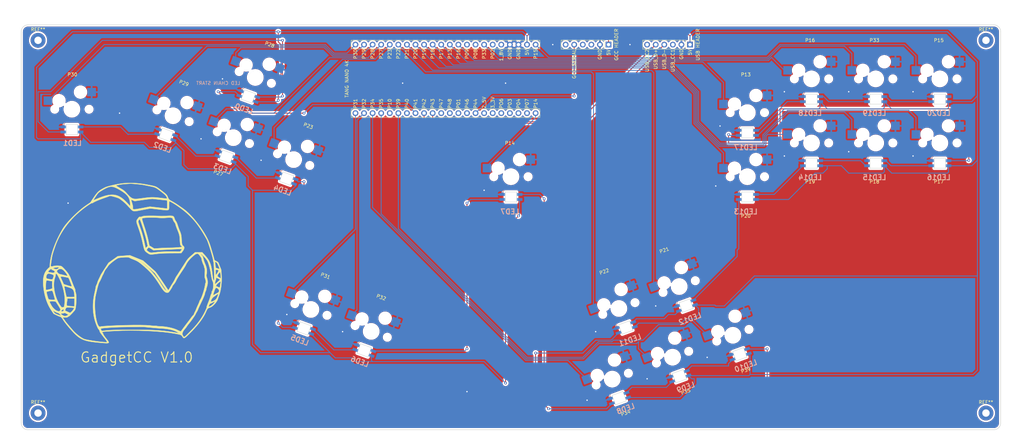
<source format=kicad_pcb>
(kicad_pcb (version 20211014) (generator pcbnew)
  (title_block (title "gadgetcc2") (rev "v1.0.0") (company "Unknown"))
  (layers (0 "F.Cu" signal) (31 "B.Cu" signal) (34 "B.Paste" user) (35 "F.Paste" user) (36 "B.SilkS" user "B.Silkscreen") (37 "F.SilkS" user "F.Silkscreen") (38 "B.Mask" user) (39 "F.Mask" user) (44 "Edge.Cuts" user))
  (net 0 "")
  (net 1 "P30")
  (net 2 "GND")
  (net 3 "VCC")
  (net 4 "S1")
  (net 5 "S2")
  (net 6 "P29")
  (net 7 "S3")
  (net 8 "P27")
  (net 9 "S4")
  (net 10 "P28")
  (net 11 "P41")
  (net 12 "P23")
  (net 13 "S5")
  (net 14 "P31")
  (net 15 "S6")
  (net 16 "P32")
  (net 17 "S7")
  (net 18 "P20")
  (net 19 "S13")
  (net 20 "S14")
  (net 21 "P13")
  (net 22 "S17")
  (net 23 "S18")
  (net 24 "P19")
  (net 25 "S15")
  (net 26 "P16")
  (net 27 "S19")
  (net 28 "P18")
  (net 29 "S16")
  (net 30 "P33")
  (net 31 "S20")
  (net 32 "P17")
  (net 33 "P15")
  (net 34 "NC")
  (net 35 "P34")
  (net 36 "S8")
  (net 37 "S9")
  (net 38 "P35")
  (net 39 "S10")
  (net 40 "P22")
  (net 41 "S11")
  (net 42 "S12")
  (net 43 "P39")
  (net 44 "P21")
  (net 45 "P14")
  (net 46 "P09")
  (net 47 "P08")
  (net 48 "P02")
  (net 49 "1_8v")
  (net 50 "P07")
  (net 51 "P04")
  (net 52 "P03")
  (net 53 "P06")
  (net 54 "3_3v")
  (net 55 "2_5v")
  (net 56 "P44")
  (net 57 "P46")
  (net 58 "P01")
  (net 59 "P48")
  (net 60 "P47")
  (net 61 "P43")
  (net 62 "P42")
  (net 63 "P40")
  (net 64 "P10")
  (net 65 "gccp3")
  (net 66 "gccp4")
  (net 67 "gccp5")
  (net 68 "usb_cc1")
  (net 69 "usb_cc2")
  (footprint "MX" (layer "F.Cu") (at 267.17 62.07)
    (fp_text reference "S9" hide)
    (fp_text value "" hide)
  )
  (footprint "PinHeader_1x06_P2.54mm_Vertical" (layer "F.Cu") (at 226.06 41.91 -90)
    (fp_text reference "GCC HEADER")
    (fp_text value "PinHeader_1x06_P2.54mm_Vertical")
  )
  (footprint "SK6812-MINI-E" (layer "F.Cu") (at 324.17 77.07)
    (fp_text reference "LED14" hide)
    (fp_text value "SK6812-MINI-E" hide)
    (fp_line (start -1.7 -1.5) (end 1.7 -1.5) (layer "Edge.Cuts") (width 0.12))
    (fp_line (start -1.7 1.5) (end -1.7 -1.5) (layer "Edge.Cuts") (width 0.12))
    (fp_line (start 1.7 1.5) (end -1.7 1.5) (layer "Edge.Cuts") (width 0.12))
    (fp_line (start 1.7 -1.5) (end 1.7 1.5) (layer "Edge.Cuts") (width 0.12))
  )
  (footprint "MX" (layer "F.Cu") (at 114.968804 69.498219 -20)
    (fp_text reference "S3" hide)
    (fp_text value "" hide)
  )
  (footprint "SK6812-MINI-E" (layer "F.Cu") (at 231.180972 125.775815 20)
    (fp_text reference "LED18" hide)
    (fp_text value "SK6812-MINI-E" hide)
    (fp_line (start 1.7 1.5) (end -1.7 1.5) (layer "Edge.Cuts") (width 0.12))
    (fp_line (start -1.7 1.5) (end -1.7 -1.5) (layer "Edge.Cuts") (width 0.12))
    (fp_line (start -1.7 -1.5) (end 1.7 -1.5) (layer "Edge.Cuts") (width 0.12))
    (fp_line (start 1.7 -1.5) (end 1.7 1.5) (layer "Edge.Cuts") (width 0.12))
  )
  (footprint "SK6812-MINI-E" (layer "F.Cu") (at 67.17 67.07)
    (fp_text reference "LED1" hide)
    (fp_text value "SK6812-MINI-E" hide)
    (fp_line (start 1.7 -1.5) (end 1.7 1.5) (layer "Edge.Cuts") (width 0.12))
    (fp_line (start -1.7 1.5) (end -1.7 -1.5) (layer "Edge.Cuts") (width 0.12))
    (fp_line (start -1.7 -1.5) (end 1.7 -1.5) (layer "Edge.Cuts") (width 0.12))
    (fp_line (start 1.7 1.5) (end -1.7 1.5) (layer "Edge.Cuts") (width 0.12))
  )
  (footprint "MX" (layer "F.Cu") (at 286.17 52.07)
    (fp_text reference "S11" hide)
    (fp_text value "" hide)
  )
  (footprint "MX" (layer "F.Cu") (at 229.128851 120.137659 20)
    (fp_text reference "S18" hide)
    (fp_text value "" hide)
  )
  (footprint "MX" (layer "F.Cu") (at 67.17 61.07)
    (fp_text reference "S1" hide)
    (fp_text value "" hide)
  )
  (footprint "Tang_nano_4K" (layer "F.Cu") (at 209.55 52.07 -90)
    (fp_text reference "FPGA1" hide)
    (fp_text value "Tang_nano_4K")
  )
  (footprint "MX" (layer "F.Cu") (at 197.17 81.07)
    (fp_text reference "S21" hide)
    (fp_text value "" hide)
  )
  (footprint "MX" (layer "F.Cu") (at 324.17 71.07)
    (fp_text reference "S14" hide)
    (fp_text value "" hide)
  )
  (footprint "SK6812-MINI-E" (layer "F.Cu") (at 305.17 77.07)
    (fp_text reference "LED12" hide)
    (fp_text value "SK6812-MINI-E" hide)
    (fp_line (start -1.7 -1.5) (end 1.7 -1.5) (layer "Edge.Cuts") (width 0.12))
    (fp_line (start 1.7 1.5) (end -1.7 1.5) (layer "Edge.Cuts") (width 0.12))
    (fp_line (start -1.7 1.5) (end -1.7 -1.5) (layer "Edge.Cuts") (width 0.12))
    (fp_line (start 1.7 -1.5) (end 1.7 1.5) (layer "Edge.Cuts") (width 0.12))
  )
  (footprint "SK6812-MINI-E" (layer "F.Cu") (at 264.930441 133.71139 20)
    (fp_text reference "LED19" hide)
    (fp_text value "SK6812-MINI-E" hide)
    (fp_line (start 1.7 -1.5) (end 1.7 1.5) (layer "Edge.Cuts") (width 0.12))
    (fp_line (start -1.7 1.5) (end -1.7 -1.5) (layer "Edge.Cuts") (width 0.12))
    (fp_line (start -1.7 -1.5) (end 1.7 -1.5) (layer "Edge.Cuts") (width 0.12))
    (fp_line (start 1.7 1.5) (end -1.7 1.5) (layer "Edge.Cuts") (width 0.12))
  )
  (footprint "MX" (layer "F.Cu") (at 246.983011 113.639276 20)
    (fp_text reference "S20" hide)
    (fp_text value "" hide)
  )
  (footprint "SK6812-MINI-E" (layer "F.Cu") (at 95.062524 68.637992 -20)
    (fp_text reference "LED2" hide)
    (fp_text value "SK6812-MINI-E" hide)
    (fp_line (start 1.7 -1.5) (end 1.7 1.5) (layer "Edge.Cuts") (width 0.12))
    (fp_line (start -1.7 -1.5) (end 1.7 -1.5) (layer "Edge.Cuts") (width 0.12))
    (fp_line (start -1.7 1.5) (end -1.7 -1.5) (layer "Edge.Cuts") (width 0.12))
    (fp_line (start 1.7 1.5) (end -1.7 1.5) (layer "Edge.Cuts") (width 0.12))
  )
  (footprint "MX" (layer "F.Cu") (at 305.17 71.07)
    (fp_text reference "S12" hide)
    (fp_text value "" hide)
  )
  (footprint "SK6812-MINI-E" (layer "F.Cu") (at 267.17 68.07)
    (fp_text reference "LED9" hide)
    (fp_text value "SK6812-MINI-E" hide)
    (fp_line (start 1.7 -1.5) (end 1.7 1.5) (layer "Edge.Cuts") (width 0.12))
    (fp_line (start -1.7 -1.5) (end 1.7 -1.5) (layer "Edge.Cuts") (width 0.12))
    (fp_line (start -1.7 1.5) (end -1.7 -1.5) (layer "Edge.Cuts") (width 0.12))
    (fp_line (start 1.7 1.5) (end -1.7 1.5) (layer "Edge.Cuts") (width 0.12))
  )
  (footprint "MX" (layer "F.Cu") (at 262.87832 128.073235 20)
    (fp_text reference "S19" hide)
    (fp_text value "" hide)
  )
  (footprint "MX" (layer "F.Cu") (at 286.17 71.07)
    (fp_text reference "S10" hide)
    (fp_text value "" hide)
  )
  (footprint "SK6812-MINI-E" (layer "F.Cu") (at 153.73805 132.561248 -20)
    (fp_text reference "LED7" hide)
    (fp_text value "SK6812-MINI-E" hide)
    (fp_line (start 1.7 1.5) (end -1.7 1.5) (layer "Edge.Cuts") (width 0.12))
    (fp_line (start 1.7 -1.5) (end 1.7 1.5) (layer "Edge.Cuts") (width 0.12))
    (fp_line (start -1.7 -1.5) (end 1.7 -1.5) (layer "Edge.Cuts") (width 0.12))
    (fp_line (start -1.7 1.5) (end -1.7 -1.5) (layer "Edge.Cuts") (width 0.12))
  )
  (footprint "SK6812-MINI-E" (layer "F.Cu") (at 229.222121 146.708156 20)
    (fp_text reference "LED16" hide)
    (fp_text value "SK6812-MINI-E" hide)
    (fp_line (start 1.7 1.5) (end -1.7 1.5) (layer "Edge.Cuts") (width 0.12))
    (fp_line (start 1.7 -1.5) (end 1.7 1.5) (layer "Edge.Cuts") (width 0.12))
    (fp_line (start -1.7 1.5) (end -1.7 -1.5) (layer "Edge.Cuts") (width 0.12))
    (fp_line (start -1.7 -1.5) (end 1.7 -1.5) (layer "Edge.Cuts") (width 0.12))
  )
  (footprint "MountingHole:MountingHole_2.2mm_M2_Pad" (layer "F.Cu") (at 57.15 40.64)
    (fp_text reference "REF**")
    (fp_text value "MountingHole_2.2mm_M2_Pad")
  )
  (footprint "SK6812-MINI-E" (layer "F.Cu") (at 305.17 58.07)
    (fp_text reference "LED13" hide)
    (fp_text value "SK6812-MINI-E" hide)
    (fp_line (start -1.7 -1.5) (end 1.7 -1.5) (layer "Edge.Cuts") (width 0.12))
    (fp_line (start 1.7 1.5) (end -1.7 1.5) (layer "Edge.Cuts") (width 0.12))
    (fp_line (start 1.7 -1.5) (end 1.7 1.5) (layer "Edge.Cuts") (width 0.12))
    (fp_line (start -1.7 1.5) (end -1.7 -1.5) (layer "Edge.Cuts") (width 0.12))
  )
  (footprint "SK6812-MINI-E" (layer "F.Cu") (at 119.415066 57.282215 -20)
    (fp_text reference "LED4" hide)
    (fp_text value "SK6812-MINI-E" hide)
    (fp_line (start 1.7 -1.5) (end 1.7 1.5) (layer "Edge.Cuts") (width 0.12))
    (fp_line (start 1.7 1.5) (end -1.7 1.5) (layer "Edge.Cuts") (width 0.12))
    (fp_line (start -1.7 -1.5) (end 1.7 -1.5) (layer "Edge.Cuts") (width 0.12))
    (fp_line (start -1.7 1.5) (end -1.7 -1.5) (layer "Edge.Cuts") (width 0.12))
  )
  (footprint "SK6812-MINI-E" (layer "F.Cu") (at 249.035132 119.277432 20)
    (fp_text reference "LED20" hide)
    (fp_text value "SK6812-MINI-E" hide)
    (fp_line (start -1.7 1.5) (end -1.7 -1.5) (layer "Edge.Cuts") (width 0.12))
    (fp_line (start 1.7 -1.5) (end 1.7 1.5) (layer "Edge.Cuts") (width 0.12))
    (fp_line (start 1.7 1.5) (end -1.7 1.5) (layer "Edge.Cuts") (width 0.12))
    (fp_line (start -1.7 -1.5) (end 1.7 -1.5) (layer "Edge.Cuts") (width 0.12))
  )
  (footprint "MX" (layer "F.Cu") (at 132.822964 75.996602 -20)
    (fp_text reference "S5" hide)
    (fp_text value "" hide)
  )
  (footprint "PinHeader_1x06_P2.54mm_Vertical" (layer "F.Cu") (at 250.19 41.91 -90)
    (fp_text reference "USB HEADER")
    (fp_text value "PinHeader_1x06_P2.54mm_Vertical")
  )
  (footprint "MX" (layer "F.Cu") (at 267.17 81.07)
    (fp_text reference "S8" hide)
    (fp_text value "" hide)
  )
  (footprint "SK6812-MINI-E" (layer "F.Cu") (at 130.770843 81.634757 -20)
    (fp_text reference "LED5" hide)
    (fp_text value "SK6812-MINI-E" hide)
    (fp_line (start -1.7 1.5) (end -1.7 -1.5) (layer "Edge.Cuts") (width 0.12))
    (fp_line (start -1.7 -1.5) (end 1.7 -1.5) (layer "Edge.Cuts") (width 0.12))
    (fp_line (start 1.7 1.5) (end -1.7 1.5) (layer "Edge.Cuts") (width 0.12))
    (fp_line (start 1.7 -1.5) (end 1.7 1.5) (layer "Edge.Cuts") (width 0.12))
  )
  (footprint "SK6812-MINI-E" (layer "F.Cu") (at 267.17 87.07)
    (fp_text reference "LED8" hide)
    (fp_text value "SK6812-MINI-E" hide)
    (fp_line (start -1.7 1.5) (end -1.7 -1.5) (layer "Edge.Cuts") (width 0.12))
    (fp_line (start 1.7 -1.5) (end 1.7 1.5) (layer "Edge.Cuts") (width 0.12))
    (fp_line (start -1.7 -1.5) (end 1.7 -1.5) (layer "Edge.Cuts") (width 0.12))
    (fp_line (start 1.7 1.5) (end -1.7 1.5) (layer "Edge.Cuts") (width 0.12))
  )
  (footprint "MX" (layer "F.Cu") (at 227.17 141.07 20)
    (fp_text reference "S16" hide)
    (fp_text value "" hide)
  )
  (footprint "MountingHole:MountingHole_2.2mm_M2_Pad" (layer "F.Cu") (at 57.15 151.13)
    (fp_text reference "REF**")
    (fp_text value "MountingHole_2.2mm_M2_Pad")
  )
  (footprint "SK6812-MINI-E" (layer "F.Cu") (at 247.076281 140.209773 20)
    (fp_text reference "LED17" hide)
    (fp_text value "SK6812-MINI-E" hide)
    (fp_line (start -1.7 -1.5) (end 1.7 -1.5) (layer "Edge.Cuts") (width 0.12))
    (fp_line (start -1.7 1.5) (end -1.7 -1.5) (layer "Edge.Cuts") (width 0.12))
    (fp_line (start 1.7 1.5) (end -1.7 1.5) (layer "Edge.Cuts") (width 0.12))
    (fp_line (start 1.7 -1.5) (end 1.7 1.5) (layer "Edge.Cuts") (width 0.12))
  )
  (footprint "MX" (layer "F.Cu") (at 305.17 52.07)
    (fp_text reference "S13" hide)
    (fp_text value "" hide)
  )
  (footprint "MountingHole:MountingHole_2.2mm_M2_Pad" (layer "F.Cu") (at 337.82 151.13)
    (fp_text reference "REF**")
    (fp_text value "MountingHole_2.2mm_M2_Pad")
  )
  (footprint "SK6812-MINI-E" (layer "F.Cu") (at 112.916684 75.136375 -20)
    (fp_text reference "LED3" hide)
    (fp_text value "SK6812-MINI-E" hide)
    (fp_line (start 1.7 -1.5) (end 1.7 1.5) (layer "Edge.Cuts") (width 0.12))
    (fp_line (start -1.7 1.5) (end -1.7 -1.5) (layer "Edge.Cuts") (width 0.12))
    (fp_line (start -1.7 -1.5) (end 1.7 -1.5) (layer "Edge.Cuts") (width 0.12))
    (fp_line (start 1.7 1.5) (end -1.7 1.5) (layer "Edge.Cuts") (width 0.12))
  )
  (footprint "MX" (layer "F.Cu") (at 324.17 52.07)
    (fp_text reference "S15" hide)
    (fp_text value "" hide)
  )
  (footprint "SK6812-MINI-E" (layer "F.Cu") (at 324.17 58.07)
    (fp_text reference "LED15" hide)
    (fp_text value "SK6812-MINI-E" hide)
    (fp_line (start -1.7 -1.5) (end 1.7 -1.5) (layer "Edge.Cuts") (width 0.12))
    (fp_line (start -1.7 1.5) (end -1.7 -1.5) (layer "Edge.Cuts") (width 0.12))
    (fp_line (start 1.7 1.5) (end -1.7 1.5) (layer "Edge.Cuts") (width 0.12))
    (fp_line (start 1.7 -1.5) (end 1.7 1.5) (layer "Edge.Cuts") (width 0.12))
  )
  (footprint "SK6812-MINI-E" (layer "F.Cu") (at 135.88389 126.062865 -20)
    (fp_text reference "LED6" hide)
    (fp_text value "SK6812-MINI-E" hide)
    (fp_line (start 1.7 1.5) (end -1.7 1.5) (layer "Edge.Cuts") (width 0.12))
    (fp_line (start -1.7 1.5) (end -1.7 -1.5) (layer "Edge.Cuts") (width 0.12))
    (fp_line (start 1.7 -1.5) (end 1.7 1.5) (layer "Edge.Cuts") (width 0.12))
    (fp_line (start -1.7 -1.5) (end 1.7 -1.5) (layer "Edge.Cuts") (width 0.12))
  )
  (footprint "MX" (layer "F.Cu") (at 155.790171 126.923092 -20)
    (fp_text reference "S7" hide)
    (fp_text value "" hide)
  )
  (footprint "MX" (layer "F.Cu") (at 97.114645 62.999836 -20)
    (fp_text reference "S2" hide)
    (fp_text value "" hide)
  )
  (footprint "MountingHole:MountingHole_2.2mm_M2_Pad" (layer "F.Cu") (at 337.82 40.64)
    (fp_text reference "REF**")
    (fp_text value "MountingHole_2.2mm_M2_Pad")
  )
  (footprint "MX" (layer "F.Cu") (at 245.02416 134.571617 20)
    (fp_text reference "S17" hide)
    (fp_text value "" hide)
  )
  (footprint "MX" (layer "F.Cu") (at 137.936011 120.424709 -20)
    (fp_text reference "S6" hide)
    (fp_text value "" hide)
  )
  (footprint "SK6812-MINI-E" (layer "F.Cu") (at 197.17 87.07)
    (fp_text reference "LED21" hide)
    (fp_text value "SK6812-MINI-E" hide)
    (fp_line (start 1.7 1.5) (end -1.7 1.5) (layer "Edge.Cuts") (width 0.12))
    (fp_line (start 1.7 -1.5) (end 1.7 1.5) (layer "Edge.Cuts") (width 0.12))
    (fp_line (start -1.7 1.5) (end -1.7 -1.5) (layer "Edge.Cuts") (width 0.12))
    (fp_line (start -1.7 -1.5) (end 1.7 -1.5) (layer "Edge.Cuts") (width 0.12))
  )
  (footprint "SK6812-MINI-E" (layer "F.Cu") (at 286.17 58.07)
    (fp_text reference "LED11" hide)
    (fp_text value "SK6812-MINI-E" hide)
    (fp_line (start -1.7 1.5) (end -1.7 -1.5) (layer "Edge.Cuts") (width 0.12))
    (fp_line (start -1.7 -1.5) (end 1.7 -1.5) (layer "Edge.Cuts") (width 0.12))
    (fp_line (start 1.7 -1.5) (end 1.7 1.5) (layer "Edge.Cuts") (width 0.12))
    (fp_line (start 1.7 1.5) (end -1.7 1.5) (layer "Edge.Cuts") (width 0.12))
  )
  (footprint "MX" (layer "F.Cu") (at 121.467187 51.644059 -20)
    (fp_text reference "S4" hide)
    (fp_text value "" hide)
  )
  (footprint "SK6812-MINI-E" (layer "F.Cu") (at 286.17 77.07)
    (fp_text reference "LED10" hide)
    (fp_text value "SK6812-MINI-E" hide)
    (fp_line (start -1.7 -1.5) (end 1.7 -1.5) (layer "Edge.Cuts") (width 0.12))
    (fp_line (start 1.7 -1.5) (end 1.7 1.5) (layer "Edge.Cuts") (width 0.12))
    (fp_line (start -1.7 1.5) (end -1.7 -1.5) (layer "Edge.Cuts") (width 0.12))
    (fp_line (start 1.7 1.5) (end -1.7 1.5) (layer "Edge.Cuts") (width 0.12))
  )
  (gr_poly (pts (xy 85.475334 82.960214) (xy 86.349411 83.008126) (xy 87.22871 83.089879) (xy 88.131781 83.206843) (xy 89.077176 83.360391) (xy 90.083444 83.551895) (xy 90.780328 83.692982) (xy 91.063954 83.752994) (xy 91.312689 83.809851) (xy 91.532771 83.866456) (xy 91.73044 83.925709) (xy 91.911935 83.990512) (xy 92.083495 84.063764) (xy 92.251359 84.148368) (xy 92.421766 84.247224) (xy 92.600956 84.363234) (xy 92.795167 84.499297) (xy 93.010638 84.658316) (xy 93.25361 84.843191) (xy 93.847009 85.302113) (xy 94.294476 85.649996) (xy 94.479232 85.795847) (xy 94.640764 85.925803) (xy 94.781147 86.041985) (xy 94.902453 86.146518) (xy 95.006754 86.241524) (xy 95.096123 86.329127) (xy 95.135855 86.370815) (xy 95.172632 86.411449) (xy 95.206712 86.451294) (xy 95.238354 86.490615) (xy 95.267817 86.529677) (xy 95.295361 86.568746) (xy 95.321244 86.608087) (xy 95.345726 86.647966) (xy 95.391522 86.730399) (xy 95.434821 86.818167) (xy 95.477695 86.913393) (xy 95.522218 87.018201) (xy 95.639639 87.293362) (xy 95.692473 87.408222) (xy 95.743872 87.510444) (xy 95.795698 87.601907) (xy 95.849816 87.684493) (xy 95.908086 87.760082) (xy 95.972373 87.830554) (xy 96.044538 87.897792) (xy 96.126444 87.963674) (xy 96.219954 88.030083) (xy 96.326931 88.098898) (xy 96.449236 88.172) (xy 96.588734 88.251271) (xy 96.926755 88.435839) (xy 97.122529 88.5447) (xy 97.343164 88.673066) (xy 97.581116 88.816211) (xy 97.828839 88.969404) (xy 98.078788 89.127918) (xy 98.323418 89.287024) (xy 98.555183 89.441994) (xy 98.766538 89.588099) (xy 99.509241 90.109758) (xy 99.783835 90.301097) (xy 99.942479 90.410159) (xy 100.5115 90.823546) (xy 101.10062 91.310659) (xy 101.703822 91.863415) (xy 102.315085 92.473733) (xy 102.928391 93.133533) (xy 103.537721 93.834734) (xy 104.137055 94.569253) (xy 104.720373 95.329011) (xy 105.281657 96.105926) (xy 105.814888 96.891917) (xy 106.314046 97.678902) (xy 106.773113 98.458802) (xy 107.186068 99.223534) (xy 107.546893 99.965018) (xy 107.849568 100.675172) (xy 108.088075 101.345915) (xy 108.452278 102.529964) (xy 108.807888 103.734178) (xy 109.100719 104.771308) (xy 109.206658 105.1687) (xy 109.276582 105.454102) (xy 109.291769 105.518638) (xy 109.307357 105.577065) (xy 109.324003 105.630056) (xy 109.342361 105.678285) (xy 109.363087 105.722427) (xy 109.386837 105.763156) (xy 109.40005 105.782451) (xy 109.414266 105.801145) (xy 109.429565 105.819324) (xy 109.44603 105.83707) (xy 109.482784 105.871604) (xy 109.525184 105.905422) (xy 109.573886 105.939198) (xy 109.629545 105.973605) (xy 109.692817 106.009319) (xy 109.764357 106.047013) (xy 109.844821 106.087362) (xy 109.934865 106.131039) (xy 110.118122 106.220819) (xy 110.194139 106.260912) (xy 110.261247 106.299605) (xy 110.320574 106.338246) (xy 110.373245 106.378184) (xy 110.420386 106.420766) (xy 110.463122 106.46734) (xy 110.50258 106.519256) (xy 110.539884 106.57786) (xy 110.57616 106.644501) (xy 110.612535 106.720528) (xy 110.650133 106.807288) (xy 110.690081 106.90613) (xy 110.781529 107.145451) (xy 110.901926 107.461663) (xy 111.023475 107.773918) (xy 111.132001 108.046214) (xy 111.21333 108.242545) (xy 111.271461 108.382659) (xy 111.316921 108.516052) (xy 111.352767 108.66861) (xy 111.382053 108.866218) (xy 111.407836 109.134761) (xy 111.433171 109.500125) (xy 111.494718 110.624854) (xy 111.508053 110.975467) (xy 111.512331 111.335672) (xy 111.507836 111.70326) (xy 111.494854 112.076024) (xy 111.47367 112.451759) (xy 111.444568 112.828255) (xy 111.407833 113.203308) (xy 111.363749 113.574709) (xy 111.312603 113.940251) (xy 111.254679 114.297728) (xy 111.190261 114.644932) (xy 111.119634 114.979656) (xy 111.043084 115.299694) (xy 110.960895 115.602838) (xy 110.873352 115.886881) (xy 110.78074 116.149617) (xy 110.713829 116.328776) (xy 110.64853 116.507679) (xy 110.529318 116.845687) (xy 110.478679 116.995275) (xy 110.436201 117.125576) (xy 110.403521 117.231832) (xy 110.382276 117.309285) (xy 110.360379 117.388128) (xy 110.332531 117.470087) (xy 110.260131 117.642076) (xy 110.167363 117.822704) (xy 110.056514 118.009421) (xy 109.929873 118.19968) (xy 109.789728 118.39093) (xy 109.638367 118.580624) (xy 109.478078 118.766213) (xy 109.311149 118.945148) (xy 109.139868 119.11488) (xy 108.966524 119.272861) (xy 108.793404 119.416543) (xy 108.622796 119.543375) (xy 108.456988 119.650811) (xy 108.3766 119.696458) (xy 108.298269 119.7363) (xy 108.222283 119.770019) (xy 108.148927 119.797295) (xy 108.011494 119.843835) (xy 107.888947 119.887846) (xy 107.779698 119.931027) (xy 107.682159 119.975076) (xy 107.594743 120.021691) (xy 107.515862 120.072569) (xy 107.479126 120.100137) (xy 107.443928 120.129408) (xy 107.41007 120.160594) (xy 107.377354 120.193908) (xy 107.314551 120.267764) (xy 107.253933 120.352677) (xy 107.193911 120.450343) (xy 107.132897 120.56246) (xy 107.069305 120.690727) (xy 107.001546 120.836841) (xy 106.847177 121.189404) (xy 106.702542 121.507937) (xy 106.537976 121.836867) (xy 106.354091 122.175372) (xy 106.151497 122.522627) (xy 105.930804 122.87781) (xy 105.692625 123.240097) (xy 105.437569 123.608665) (xy 105.166247 123.98269) (xy 104.87927 124.361348) (xy 104.57725 124.743817) (xy 104.260796 125.129274) (xy 103.930519 125.516893) (xy 103.587032 125.905853) (xy 103.230943 126.29533) (xy 102.862864 126.6845) (xy 102.483407 127.072541) (xy 102.12393 127.43339) (xy 101.806554 127.749501) (xy 101.527999 128.02277) (xy 101.402255 128.143934) (xy 101.284986 128.255099) (xy 101.175783 128.356504) (xy 101.074236 128.448386) (xy 100.979934 128.530982) (xy 100.892468 128.60453) (xy 100.811428 128.669267) (xy 100.736404 128.725431) (xy 100.666986 128.773259) (xy 100.602764 128.812989) (xy 100.543328 128.844857) (xy 100.515276 128.857917) (xy 100.488268 128.869101) (xy 100.462251 128.878439) (xy 100.437175 128.885959) (xy 100.412987 128.891693) (xy 100.389638 128.895669) (xy 100.367075 128.897917) (xy 100.345247 128.898466) (xy 100.324103 128.897348) (xy 100.303593 128.89459) (xy 100.283664 128.890223) (xy 100.264265 128.884277) (xy 100.245346 128.876781) (xy 100.226854 128.867765) (xy 100.208739 128.857258) (xy 100.19095 128.84529) (xy 100.156143 128.817092) (xy 100.122022 128.783406) (xy 100.088178 128.744471) (xy 100.054201 128.700523) (xy 100.019682 128.651801) (xy 99.947373 128.540982) (xy 99.818924 128.345684) (xy 99.758209 128.264318) (xy 99.696283 128.192198) (xy 99.63048 128.128116) (xy 99.558136 128.070865) (xy 99.476587 128.019238) (xy 99.383168 127.972027) (xy 99.275215 127.928026) (xy 99.150063 127.886026) (xy 99.005049 127.844821) (xy 98.837508 127.803204) (xy 98.424186 127.713901) (xy 98.096783 127.649423) (xy 99.880333 127.649423) (xy 99.882763 127.709718) (xy 99.888788 127.769242) (xy 99.898394 127.828044) (xy 99.911564 127.886173) (xy 99.928284 127.943675) (xy 99.948537 128.000599) (xy 99.972309 128.056994) (xy 99.999585 128.112907) (xy 100.030348 128.168386) (xy 100.064584 128.223481) (xy 100.18321 128.402277) (xy 100.236282 128.468506) (xy 100.262864 128.494832) (xy 100.290089 128.516253) (xy 100.318415 128.532485) (xy 100.348303 128.543243) (xy 100.38021 128.548243) (xy 100.414596 128.547199) (xy 100.451921 128.539828) (xy 100.492642 128.525844) (xy 100.53722 128.504964) (xy 100.586112 128.476903) (xy 100.698678 128.398098) (xy 100.834013 128.287153) (xy 100.995789 128.141793) (xy 101.187678 127.95974) (xy 101.676485 127.47645) (xy 102.329812 126.819073) (xy 102.746579 126.392087) (xy 103.144362 125.969338) (xy 103.523709 125.550035) (xy 103.885169 125.133386) (xy 104.229291 124.7186) (xy 104.556625 124.304885) (xy 104.867718 123.891449) (xy 105.163122 123.4775) (xy 105.443383 123.062248) (xy 105.709052 122.644901) (xy 105.960677 122.224666) (xy 106.198807 121.800753) (xy 106.423991 121.37237) (xy 106.636779 120.938725) (xy 106.837719 120.499027) (xy 107.02736 120.052483) (xy 107.035715 120.031006) (xy 107.043643 120.008517) (xy 107.051113 119.985202) (xy 107.05809 119.961247) (xy 107.064542 119.936837) (xy 107.070438 119.912157) (xy 107.075742 119.887393) (xy 107.080424 119.86273) (xy 107.08445 119.838354) (xy 107.087788 119.81445) (xy 107.090405 119.791204) (xy 107.092267 119.768801) (xy 107.093343 119.747427) (xy 107.0936 119.727267) (xy 107.093004 119.708506) (xy 107.091523 119.69133) (xy 107.092018 119.669433) (xy 107.097175 119.636864) (xy 107.120568 119.542311) (xy 107.134497 119.496468) (xy 107.687364 119.496468) (xy 107.691295 119.532365) (xy 107.7028 119.560341) (xy 107.721446 119.580708) (xy 107.746801 119.593774) (xy 107.778432 119.599849) (xy 107.815907 119.599243) (xy 107.858793 119.592265) (xy 107.906657 119.579226) (xy 107.959067 119.560435) (xy 108.01559 119.536202) (xy 108.139246 119.472648) (xy 108.274165 119.391041) (xy 108.416884 119.29386) (xy 108.563945 119.183582) (xy 108.711886 119.062685) (xy 108.857246 118.933647) (xy 108.996566 118.798945) (xy 109.126384 118.661057) (xy 109.24324 118.522461) (xy 109.343672 118.385635) (xy 109.386649 118.31866) (xy 109.424222 118.253056) (xy 109.445652 118.210994) (xy 109.461259 118.175165) (xy 109.470568 118.145668) (xy 109.472713 118.133326) (xy 109.473105 118.122604) (xy 109.471685 118.113514) (xy 109.468394 118.10607) (xy 109.463172 118.100284) (xy 109.455961 118.096167) (xy 109.4467 118.093734) (xy 109.43533 118.092996) (xy 109.406028 118.096654) (xy 109.367579 118.107242) (xy 109.319509 118.124859) (xy 109.261343 118.149606) (xy 109.192605 118.181581) (xy 109.021518 118.267615) (xy 108.802449 118.383759) (xy 108.687891 118.444058) (xy 108.576072 118.500312) (xy 108.469793 118.551287) (xy 108.371857 118.595755) (xy 108.285064 118.632484) (xy 108.246722 118.647561) (xy 108.212217 118.660242) (xy 108.181898 118.670373) (xy 108.156115 118.6778) (xy 108.13522 118.682369) (xy 108.119561 118.683926) (xy 108.108602 118.685667) (xy 108.096503 118.690769) (xy 108.083361 118.699048) (xy 108.069274 118.710321) (xy 108.038655 118.741113) (xy 108.005427 118.781678) (xy 107.970371 118.830548) (xy 107.934267 118.886255) (xy 107.897895 118.947332) (xy 107.862038 119.01231) (xy 107.827475 119.079722) (xy 107.794987 119.148101) (xy 107.765355 119.215978) (xy 107.73936 119.281885) (xy 107.717783 119.344356) (xy 107.701404 119.401922) (xy 107.691004 119.453115) (xy 107.687364 119.496468) (xy 107.134497 119.496468) (xy 107.159899 119.412867) (xy 107.213362 119.253727) (xy 107.279153 119.070086) (xy 107.355468 118.867139) (xy 107.440501 118.650081) (xy 107.532449 118.424107) (xy 107.628098 118.187959) (xy 107.714861 117.96451) (xy 108.336735 117.96451) (xy 108.338475 117.998208) (xy 108.343528 118.028733) (xy 108.352015 118.055853) (xy 108.364057 118.079332) (xy 108.379777 118.098935) (xy 108.395798 118.110827) (xy 108.416307 118.119206) (xy 108.441049 118.124198) (xy 108.469769 118.12593) (xy 108.502211 118.124528) (xy 108.538121 118.120121) (xy 108.619323 118.102794) (xy 108.711334 118.074964) (xy 108.812112 118.037648) (xy 108.919617 117.991859) (xy 109.031808 117.938614) (xy 109.146644 117.878927) (xy 109.262084 117.813814) (xy 109.376087 117.74429) (xy 109.486611 117.671371) (xy 109.591617 117.59607) (xy 109.689063 117.519405) (xy 109.776909 117.44239) (xy 109.853112 117.36604) (xy 109.902404 117.305713) (xy 109.955154 117.228937) (xy 110.01028 117.138353) (xy 110.066701 117.036602) (xy 110.123335 116.926326) (xy 110.179101 116.810164) (xy 110.232917 116.690759) (xy 110.283702 116.570752) (xy 110.330374 116.452783) (xy 110.371851 116.339494) (xy 110.407052 116.233525) (xy 110.434896 116.137519) (xy 110.454301 116.054116) (xy 110.464185 115.985958) (xy 110.465219 115.95842) (xy 110.463467 115.935684) (xy 110.458795 115.91808) (xy 110.451066 115.905938) (xy 110.434214 115.890121) (xy 110.417625 115.877282) (xy 110.40068 115.867691) (xy 110.382762 115.861617) (xy 110.373245 115.859984) (xy 110.363252 115.859332) (xy 110.352707 115.859694) (xy 110.341533 115.861105) (xy 110.316986 115.867207) (xy 110.288994 115.877908) (xy 110.256939 115.893478) (xy 110.220202 115.914189) (xy 110.178166 115.940309) (xy 110.130212 115.97211) (xy 110.014081 116.053835) (xy 109.866864 116.161526) (xy 109.680675 116.297735) (xy 109.473498 116.447241) (xy 109.270586 116.591935) (xy 109.097192 116.713707) (xy 109.055493 116.744292) (xy 109.013822 116.778044) (xy 108.972299 116.814728) (xy 108.931047 116.854111) (xy 108.84984 116.940029) (xy 108.771176 117.033922) (xy 108.696026 117.13391) (xy 108.625365 117.238115) (xy 108.560166 117.34466) (xy 108.501403 117.451665) (xy 108.450048 117.557254) (xy 108.407076 117.659548) (xy 108.373459 117.756668) (xy 108.350171 117.846737) (xy 108.342704 117.88854) (xy 108.338185 117.927876) (xy 108.336735 117.96451) (xy 107.714861 117.96451) (xy 107.723737 117.941649) (xy 107.816816 117.692428) (xy 107.904782 117.447546) (xy 107.985084 117.214255) (xy 108.055168 116.999804) (xy 108.112485 116.811444) (xy 108.154481 116.656426) (xy 108.190143 116.51926) (xy 108.229301 116.381972) (xy 108.270675 116.248235) (xy 108.312987 116.12172) (xy 108.324803 116.089168) (xy 109.016592 116.089168) (xy 109.018619 116.111453) (xy 109.022979 116.129991) (xy 109.029705 116.144878) (xy 109.038828 116.156211) (xy 109.044299 116.160574) (xy 109.050381 116.164085) (xy 109.064395 116.168596) (xy 109.080902 116.169841) (xy 109.099934 116.167914) (xy 109.121523 116.162913) (xy 109.145701 116.154933) (xy 109.172498 116.14407) (xy 109.201948 116.13042) (xy 109.268932 116.095143) (xy 109.346907 116.049869) (xy 109.436128 115.995366) (xy 109.531457 115.937655) (xy 109.637391 115.875933) (xy 109.750395 115.812119) (xy 109.866933 115.748129) (xy 109.983472 115.685882) (xy 110.096476 115.627295) (xy 110.202411 115.574285) (xy 110.297742 115.528771) (xy 110.345534 115.505167) (xy 110.390799 115.479854) (xy 110.433521 115.452918) (xy 110.473686 115.424443) (xy 110.511279 115.394515) (xy 110.546286 115.36322) (xy 110.578692 115.330643) (xy 110.608482 115.29687) (xy 110.635642 115.261985) (xy 110.660156 115.226074) (xy 110.682011 115.189223) (xy 110.701191 115.151517) (xy 110.717682 115.113042) (xy 110.731469 115.073882) (xy 110.742538 115.034124) (xy 110.750873 114.993853) (xy 110.756461 114.953153) (xy 110.759286 114.912111) (xy 110.759334 114.870812) (xy 110.756589 114.829341) (xy 110.751038 114.787785) (xy 110.742666 114.746227) (xy 110.731458 114.704754) (xy 110.717399 114.66345) (xy 110.700475 114.622403) (xy 110.680671 114.581696) (xy 110.657972 114.541415) (xy 110.632363 114.501646) (xy 110.603831 114.462474) (xy 110.57236 114.423984) (xy 110.537935 114.386263) (xy 110.500543 114.349394) (xy 110.382528 114.242047) (xy 110.275398 114.152717) (xy 110.177896 114.082361) (xy 110.132363 114.054597) (xy 110.088767 114.031937) (xy 110.04695 114.014498) (xy 110.006756 114.002402) (xy 109.968028 113.995768) (xy 109.930609 113.994715) (xy 109.894341 113.999363) (xy 109.859069 114.009832) (xy 109.824635 114.026241) (xy 109.790882 114.04871) (xy 109.757653 114.07736) (xy 109.724792 114.112309) (xy 109.692142 114.153677) (xy 109.659545 114.201584) (xy 109.593885 114.317494) (xy 109.526557 114.460995) (xy 109.456306 114.633046) (xy 109.381877 114.834604) (xy 109.302014 115.066627) (xy 109.215463 115.330071) (xy 109.162738 115.494602) (xy 109.117694 115.639157) (xy 109.080584 115.764504) (xy 109.051665 115.871412) (xy 109.040356 115.91819) (xy 109.03119 115.960646) (xy 109.024199 115.998876) (xy 109.019414 116.032976) (xy 109.016868 116.063041) (xy 109.016592 116.089168) (xy 108.324803 116.089168) (xy 108.354957 116.0061) (xy 108.395307 115.905049) (xy 108.414475 115.861134) (xy 108.432758 115.822239) (xy 108.449997 115.788821) (xy 108.466031 115.761341) (xy 108.480959 115.736571) (xy 108.494954 115.711152) (xy 108.507963 115.685274) (xy 108.519937 115.659123) (xy 108.530825 115.63289) (xy 108.540576 115.606763) (xy 108.54914 115.580929) (xy 108.556467 115.555579) (xy 108.562505 115.530899) (xy 108.567205 115.50708) (xy 108.570515 115.484308) (xy 108.572385 115.462774) (xy 108.572764 115.442665) (xy 108.571603 115.42417) (xy 108.56885 115.407478) (xy 108.56686 115.399867) (xy 108.564454 115.392777) (xy 108.559937 115.37832) (xy 108.556826 115.362345) (xy 108.555083 115.345015) (xy 108.554671 115.326496) (xy 108.555551 115.306952) (xy 108.557686 115.286548) (xy 108.561036 115.265448) (xy 108.565563 115.243818) (xy 108.57123 115.221822) (xy 108.577999 115.199625) (xy 108.58583 115.177391) (xy 108.594687 115.155286) (xy 108.60453 115.133474) (xy 108.615322 115.112119) (xy 108.627025 115.091387) (xy 108.6396 115.071442) (xy 108.727422 114.921848) (xy 108.805411 114.753145) (xy 108.873437 114.568061) (xy 108.931367 114.369324) (xy 108.97907 114.159662) (xy 109.016416 113.941803) (xy 109.043272 113.718476) (xy 109.059509 113.492408) (xy 109.060286 113.460386) (xy 109.849107 113.460386) (xy 109.851629 113.49124) (xy 109.859093 113.519048) (xy 109.864711 113.53176) (xy 109.871601 113.543653) (xy 109.879778 113.554705) (xy 109.889252 113.564899) (xy 109.900038 113.574214) (xy 109.912147 113.582631) (xy 109.940385 113.596693) (xy 109.974066 113.606931) (xy 110.013291 113.613187) (xy 110.05816 113.615307) (xy 110.071948 113.616367) (xy 110.08923 113.619477) (xy 110.10975 113.624532) (xy 110.133255 113.631428) (xy 110.188197 113.650321) (xy 110.252018 113.675318) (xy 110.322679 113.705579) (xy 110.398141 113.740267) (xy 110.476366 113.778541) (xy 110.555314 113.819565) (xy 110.700498 113.897346) (xy 110.758991 113.925727) (xy 110.809359 113.945202) (xy 110.831794 113.951157) (xy 110.852556 113.954351) (xy 110.871765 113.954608) (xy 110.889539 113.951749) (xy 110.905999 113.945598) (xy 110.921263 113.935975) (xy 110.935451 113.922703) (xy 110.948682 113.905604) (xy 110.961077 113.8845) (xy 110.972753 113.859214) (xy 110.994431 113.795382) (xy 111.014671 113.712684) (xy 111.034428 113.609699) (xy 111.076317 113.337172) (xy 111.12774 112.966418) (xy 111.169205 112.662883) (xy 111.184692 112.540867) (xy 111.19629 112.437333) (xy 111.200539 112.392181) (xy 111.203706 112.351269) (xy 111.205753 112.31447) (xy 111.206645 112.281659) (xy 111.206344 112.252708) (xy 111.204814 112.22749) (xy 111.202018 112.205879) (xy 111.197919 112.187748) (xy 111.19248 112.17297) (xy 111.189247 112.166799) (xy 111.185666 112.161419) (xy 111.181731 112.156814) (xy 111.177438 112.152968) (xy 111.172783 112.149865) (xy 111.167761 112.14749) (xy 111.162368 112.145826) (xy 111.156598 112.144858) (xy 111.150447 112.14457) (xy 111.143911 112.144945) (xy 111.129665 112.147626) (xy 111.113822 112.152773) (xy 111.096346 112.160259) (xy 111.0772 112.169958) (xy 111.056348 112.181743) (xy 111.033752 112.195486) (xy 110.983182 112.228345) (xy 110.925199 112.267519) (xy 110.841654 112.32552) (xy 110.76075 112.384052) (xy 110.682588 112.44296) (xy 110.607266 112.502088) (xy 110.534886 112.56128) (xy 110.465547 112.620381) (xy 110.39935 112.679235) (xy 110.336394 112.737687) (xy 110.27678 112.79558) (xy 110.220608 112.852761) (xy 110.167978 112.909072) (xy 110.118989 112.964359) (xy 110.073742 113.018465) (xy 110.032338 113.071236) (xy 109.994876 113.122515) (xy 109.961456 113.172147) (xy 109.932178 113.219976) (xy 109.907143 113.265848) (xy 109.88645 113.309605) (xy 109.8702 113.351093) (xy 109.858493 113.390157) (xy 109.851429 113.426639) (xy 109.849107 113.460386) (xy 109.060286 113.460386) (xy 109.064995 113.266327) (xy 109.059598 113.042963) (xy 109.043187 112.825042) (xy 109.034274 112.7572) (xy 109.525829 112.7572) (xy 109.526648 112.818837) (xy 109.532364 112.865612) (xy 109.537173 112.882732) (xy 109.543343 112.895305) (xy 109.550921 112.903051) (xy 109.559953 112.905695) (xy 109.573023 112.902162) (xy 109.593061 112.891853) (xy 109.652102 112.852643) (xy 109.733203 112.791537) (xy 109.832492 112.712008) (xy 110.070137 112.511575) (xy 110.334054 112.279129) (xy 110.593259 112.042453) (xy 110.816767 111.829333) (xy 110.905452 111.740288) (xy 110.973593 111.667552) (xy 111.017318 111.614596) (xy 111.028814 111.596622) (xy 111.032754 111.584895) (xy 111.032021 111.580725) (xy 111.029847 111.575921) (xy 111.021317 111.564496) (xy 111.007453 111.550794) (xy 110.98854 111.53499) (xy 110.964866 111.517258) (xy 110.936718 111.497773) (xy 110.86815 111.454241) (xy 110.785134 111.405791) (xy 110.689966 111.353821) (xy 110.584945 111.299727) (xy 110.472367 111.244906) (xy 110.249339 111.140093) (xy 110.158699 111.098626) (xy 110.080876 111.064346) (xy 110.046512 111.049876) (xy 110.015044 111.037174) (xy 109.986366 111.026228) (xy 109.960377 111.017029) (xy 109.936972 111.009567) (xy 109.91605 111.003832) (xy 109.897506 110.999814) (xy 109.881237 110.997503) (xy 109.867141 110.99689) (xy 109.855115 110.997964) (xy 109.849845 110.99913) (xy 109.845054 111.000715) (xy 109.840729 111.002716) (xy 109.836856 111.005133) (xy 109.833423 111.007964) (xy 109.830418 111.011209) (xy 109.827826 111.014865) (xy 109.825636 111.018932) (xy 109.822408 111.028292) (xy 109.82063 111.03928) (xy 109.820198 111.051886) (xy 109.821011 111.066099) (xy 109.822964 111.08191) (xy 109.825955 111.099309) (xy 109.834637 111.138829) (xy 109.84623 111.18458) (xy 109.850992 111.206913) (xy 109.854242 111.23143) (xy 109.856022 111.257886) (xy 109.856374 111.286033) (xy 109.855341 111.315627) (xy 109.852963 111.346419) (xy 109.849284 111.378165) (xy 109.844344 111.410617) (xy 109.838185 111.44353) (xy 109.83085 111.476657) (xy 109.82238 111.509751) (xy 109.812817 111.542567) (xy 109.802203 111.574859) (xy 109.79058 111.606379) (xy 109.77799 111.636882) (xy 109.764474 111.666121) (xy 109.735132 111.732997) (xy 109.706287 111.811643) (xy 109.678306 111.89984) (xy 109.651555 111.995368) (xy 109.626401 112.096009) (xy 109.60321 112.199542) (xy 109.582349 112.303749) (xy 109.564185 112.406409) (xy 109.549084 112.505304) (xy 109.537413 112.598214) (xy 109.529539 112.682919) (xy 109.525829 112.7572) (xy 109.034274 112.7572) (xy 109.015632 112.615293) (xy 108.9768 112.416445) (xy 108.926561 112.231224) (xy 108.864784 112.06236) (xy 108.829527 111.984915) (xy 108.791337 111.912581) (xy 108.768491 111.867057) (xy 108.744557 111.808923) (xy 108.693764 111.656356) (xy 108.639635 111.457938) (xy 108.582846 111.216726) (xy 108.524073 110.935777) (xy 108.463991 110.618148) (xy 108.403277 110.266896) (xy 108.342607 109.885079) (xy 108.287968 109.550478) (xy 108.225817 109.211526) (xy 108.157069 108.87125) (xy 108.082639 108.532676) (xy 108.003442 108.198833) (xy 107.920393 107.872749) (xy 107.834406 107.55745) (xy 107.746398 107.255964) (xy 107.657283 106.971319) (xy 107.567976 106.706543) (xy 107.479392 106.464662) (xy 107.392447 106.248705) (xy 107.308055 106.061699) (xy 107.227131 105.906671) (xy 107.150592 105.786649) (xy 107.114252 105.740711) (xy 107.07935 105.704661) (xy 107.061667 105.688203) (xy 107.044062 105.67102) (xy 107.026643 105.653251) (xy 107.00952 105.635035) (xy 106.992802 105.616512) (xy 106.976597 105.597822) (xy 106.961015 105.579104) (xy 106.946165 105.560497) (xy 106.932154 105.542142) (xy 106.919093 105.524177) (xy 106.90709 105.506743) (xy 106.896254 105.489978) (xy 106.886693 105.474022) (xy 106.878518 105.459015) (xy 106.871836 105.445097) (xy 106.866757 105.432406) (xy 106.85925 105.417047) (xy 106.845398 105.395349) (xy 106.800061 105.334535) (xy 106.733561 105.253171) (xy 106.648708 105.154462) (xy 106.548315 105.041614) (xy 106.435194 104.917834) (xy 106.312157 104.786327) (xy 106.182015 104.650299) (xy 106.06563 104.531333) (xy 105.957764 104.42376) (xy 105.858621 104.327711) (xy 105.768407 104.243318) (xy 105.687329 104.170713) (xy 105.615592 104.110027) (xy 105.58329 104.084195) (xy 105.553401 104.061392) (xy 105.525949 104.041635) (xy 105.500962 104.024939) (xy 105.478463 104.011323) (xy 105.45848 104.000801) (xy 105.441038 103.99339) (xy 105.426162 103.989108) (xy 105.413878 103.987969) (xy 105.408716 103.988584) (xy 105.404212 103.989992) (xy 105.400369 103.992193) (xy 105.39719 103.995191) (xy 105.394678 103.998988) (xy 105.392837 104.003585) (xy 105.39167 104.008984) (xy 105.391179 104.015188) (xy 105.392242 104.030018) (xy 105.396051 104.04809) (xy 105.402632 104.069422) (xy 105.412011 104.09403) (xy 105.424214 104.121931) (xy 105.439266 104.15314) (xy 105.457192 104.187674) (xy 105.468624 104.208306) (xy 105.480483 104.228363) (xy 105.492676 104.24774) (xy 105.50511 104.266334) (xy 105.517691 104.284038) (xy 105.530326 104.300751) (xy 105.542921 104.316366) (xy 105.555384 104.33078) (xy 105.56762 104.343889) (xy 105.579537 104.355589) (xy 105.59104 104.365774) (xy 105.602037 104.374342) (xy 105.607316 104.377986) (xy 105.612434 104.381187) (xy 105.617379 104.383931) (xy 105.622138 104.386205) (xy 105.626701 104.387997) (xy 105.631055 104.389293) (xy 105.63519 104.39008) (xy 105.639092 104.390345) (xy 105.653172 104.391686) (xy 105.667564 104.395674) (xy 105.69719 104.411369) (xy 105.727776 104.436997) (xy 105.759126 104.47212) (xy 105.791046 104.516304) (xy 105.823341 104.569113) (xy 105.855817 104.630113) (xy 105.888277 104.698866) (xy 105.920529 104.774938) (xy 105.952377 104.857894) (xy 105.983626 104.947298) (xy 106.014081 105.042715) (xy 106.043548 105.143709) (xy 106.071831 105.249844) (xy 106.098737 105.360686) (xy 106.12407 105.475798) (xy 106.158157 105.62057) (xy 106.20373 105.78657) (xy 106.258805 105.967952) (xy 106.321401 106.158869) (xy 106.389535 106.353476) (xy 106.461223 106.545927) (xy 106.534484 106.730375) (xy 106.607335 106.900975) (xy 106.692416 107.098889) (xy 106.769879 107.293543) (xy 106.839753 107.48511) (xy 106.902065 107.673763) (xy 106.956843 107.859679) (xy 107.004116 108.043029) (xy 107.043911 108.22399) (xy 107.076258 108.402734) (xy 107.101183 108.579437) (xy 107.118715 108.754272) (xy 107.128881 108.927414) (xy 107.131711 109.099037) (xy 107.127232 109.269315) (xy 107.115472 109.438422) (xy 107.096459 109.606533) (xy 107.070222 109.773821) (xy 107.033902 109.987699) (xy 107.020311 110.080427) (xy 107.009927 110.165758) (xy 107.002873 110.24525) (xy 106.99927 110.32046) (xy 106.999239 110.392947) (xy 107.002901 110.464268) (xy 107.01038 110.535982) (xy 107.021795 110.609645) (xy 107.037268 110.686817) (xy 107.056921 110.769054) (xy 107.080875 110.857915) (xy 107.109252 110.954957) (xy 107.179761 111.179818) (xy 107.224883 111.331418) (xy 107.263564 111.485287) (xy 107.29581 111.641127) (xy 107.321627 111.798641) (xy 107.341019 111.95753) (xy 107.353992 112.117495) (xy 107.360551 112.27824) (xy 107.360702 112.439466) (xy 107.354451 112.600875) (xy 107.341802 112.762168) (xy 107.322762 112.923048) (xy 107.297335 113.083218) (xy 107.265527 113.242378) (xy 107.227343 113.40023) (xy 107.18279 113.556478) (xy 107.131871 113.710822) (xy 107.100672 113.803475) (xy 107.070007 113.902577) (xy 107.040657 114.005048) (xy 107.013402 114.107813) (xy 106.989026 114.207793) (xy 106.968308 114.301911) (xy 106.952031 114.38709) (xy 106.940976 114.460253) (xy 106.936105 114.494517) (xy 106.929699 114.530916) (xy 106.921862 114.56913) (xy 106.912699 114.608838) (xy 106.890816 114.691454) (xy 106.864888 114.776199) (xy 106.835755 114.860511) (xy 106.804254 114.941824) (xy 106.787879 114.980555) (xy 106.771226 115.017574) (xy 106.7544 115.052562) (xy 106.737508 115.085198) (xy 106.720794 115.117007) (xy 106.704544 115.14957) (xy 106.688841 115.182648) (xy 106.673769 115.216002) (xy 106.659414 115.249393) (xy 106.645859 115.282582) (xy 106.63319 115.315331) (xy 106.62149 115.347402) (xy 106.610844 115.378554) (xy 106.601337 115.408549) (xy 106.593053 115.43715) (xy 106.586077 115.464116) (xy 106.580493 115.48921) (xy 106.576385 115.512192) (xy 106.573839 115.532823) (xy 106.572938 115.550866) (xy 106.567952 115.619261) (xy 106.553561 115.703567) (xy 106.497006 115.918826) (xy 106.404142 116.194472) (xy 106.275843 116.528335) (xy 106.112978 116.918244) (xy 105.916419 117.362029) (xy 105.687038 117.85752) (xy 105.425706 118.402546) (xy 105.271847 118.721057) (xy 105.123705 119.032589) (xy 104.858849 119.603323) (xy 104.749277 119.846831) (xy 104.659702 120.05197) (xy 104.593695 120.210891) (xy 104.554826 120.315747) (xy 104.525431 120.398324) (xy 104.486577 120.493396) (xy 104.439927 120.597593) (xy 104.387148 120.707546) (xy 104.329905 120.819887) (xy 104.269861 120.931246) (xy 104.208682 121.038254) (xy 104.148034 121.137543) (xy 104.088496 121.233515) (xy 104.030414 121.331016) (xy 103.975244 121.427344) (xy 103.924442 121.5198) (xy 103.879462 121.605682) (xy 103.841762 121.682291) (xy 103.812795 121.746924) (xy 103.802042 121.773907) (xy 103.794019 121.796883) (xy 103.765302 121.86301) (xy 103.711966 121.961042) (xy 103.541987 122.23772) (xy 103.305184 122.596708) (xy 103.02266 123.0078) (xy 102.715517 123.440788) (xy 102.404858 123.865465) (xy 102.111786 124.251624) (xy 101.857404 124.569058) (xy 101.758443 124.689301) (xy 101.657517 124.815263) (xy 101.557448 124.9432) (xy 101.461055 125.069368) (xy 101.371162 125.190023) (xy 101.290589 125.301421) (xy 101.222158 125.399819) (xy 101.168691 125.481472) (xy 101.121086 125.55571) (xy 101.069462 125.632854) (xy 101.015465 125.710651) (xy 100.960745 125.786851) (xy 100.906949 125.8592) (xy 100.855725 125.925445) (xy 100.80872 125.983335) (xy 100.767583 126.030617) (xy 100.610409 126.207628) (xy 100.468907 126.377514) (xy 100.342953 126.540661) (xy 100.232426 126.697454) (xy 100.137201 126.848277) (xy 100.095288 126.92157) (xy 100.057156 126.993516) (xy 100.022787 127.064162) (xy 99.992168 127.133556) (xy 99.965282 127.201746) (xy 99.942115 127.268781) (xy 99.92265 127.334709) (xy 99.906873 127.399577) (xy 99.894768 127.463435) (xy 99.88632 127.52633) (xy 99.881513 127.58831) (xy 99.880333 127.649423) (xy 98.096783 127.649423) (xy 97.888783 127.60846) (xy 96.179556 127.332868) (xy 94.159264 127.099601) (xy 91.905681 126.912201) (xy 89.496581 126.77421) (xy 87.009736 126.689172) (xy 84.522921 126.660627) (xy 82.113909 126.692119) (xy 79.860473 126.78719) (xy 78.51122 126.867332) (xy 77.973555 126.900032) (xy 77.51885 126.929156) (xy 77.140843 126.955706) (xy 76.978645 126.968329) (xy 76.833274 126.980685) (xy 76.703946 126.9929) (xy 76.58988 127.005097) (xy 76.490293 127.017404) (xy 76.404402 127.029945) (xy 76.331425 127.042846) (xy 76.270579 127.056232) (xy 76.221081 127.070228) (xy 76.200343 127.077494) (xy 76.182148 127.08496) (xy 76.166399 127.092641) (xy 76.152999 127.100553) (xy 76.141848 127.108712) (xy 76.13285 127.117133) (xy 76.125906 127.125832) (xy 76.120918 127.134825) (xy 76.11779 127.144127) (xy 76.116422 127.153754) (xy 76.116718 127.163722) (xy 76.118579 127.174046) (xy 76.121907 127.184742) (xy 76.126605 127.195826) (xy 76.139719 127.219219) (xy 76.157137 127.244351) (xy 76.254203 127.364777) (xy 76.275637 127.392849) (xy 76.296509 127.421804) (xy 76.316708 127.45142) (xy 76.336124 127.481476) (xy 76.354647 127.511749) (xy 76.372167 127.542018) (xy 76.388574 127.572063) (xy 76.403758 127.601661) (xy 76.417609 127.63059) (xy 76.430016 127.65863) (xy 76.44087 127.685559) (xy 76.45006 127.711155) (xy 76.457477 127.735196) (xy 76.463011 127.757462) (xy 76.46655 127.777731) (xy 76.467986 127.795781) (xy 76.472534 127.817725) (xy 76.485156 127.849373) (xy 76.505438 127.89012) (xy 76.532966 127.939363) (xy 76.608098 128.060924) (xy 76.707236 128.209227) (xy 76.82706 128.379445) (xy 76.964253 128.566749) (xy 77.115499 128.766313) (xy 77.277478 128.973309) (xy 77.680597 129.487726) (xy 77.832771 129.695264) (xy 77.949136 129.872223) (xy 78.027529 130.020504) (xy 78.051811 130.084485) (xy 78.065789 130.14201) (xy 78.069192 130.193316) (xy 78.06175 130.238641) (xy 78.043194 130.278223) (xy 78.013252 130.312299) (xy 77.971654 130.341108) (xy 77.91813 130.364886) (xy 77.852409 130.383872) (xy 77.774221 130.398302) (xy 77.579362 130.41445) (xy 77.331391 130.415231) (xy 77.028144 130.402546) (xy 76.667459 130.378297) (xy 75.765119 130.302712) (xy 74.779921 130.212069) (xy 73.895856 130.118475) (xy 73.102119 130.016557) (xy 72.387906 129.900938) (xy 71.742411 129.766243) (xy 71.442057 129.690063) (xy 71.154832 129.607098) (xy 70.879383 129.516677) (xy 70.614362 129.418128) (xy 70.358417 129.310778) (xy 70.110197 129.193957) (xy 69.868353 129.066991) (xy 69.631533 128.92921) (xy 69.398388 128.779941) (xy 69.167566 128.618512) (xy 68.937716 128.444252) (xy 68.70749 128.256489) (xy 68.475534 128.05455) (xy 68.240501 127.837764) (xy 67.755794 127.356963) (xy 67.242565 126.808711) (xy 66.69001 126.187633) (xy 66.087324 125.488354) (xy 65.86396 125.222154) (xy 65.639347 124.946501) (xy 65.419564 124.669382) (xy 65.210693 124.398781) (xy 65.018813 124.142686) (xy 64.850004 123.90908) (xy 64.710347 123.705951) (xy 64.605922 123.541283) (xy 64.532091 123.41955) (xy 64.459921 123.305674) (xy 64.389414 123.199654) (xy 64.320568 123.10149) (xy 64.253385 123.011182) (xy 64.187863 122.928728) (xy 64.124004 122.854129) (xy 64.061806 122.787384) (xy 64.00127 122.728493) (xy 63.971625 122.701992) (xy 63.942396 122.677455) (xy 63.913582 122.654881) (xy 63.885184 122.634271) (xy 63.857201 122.615623) (xy 63.829634 122.598939) (xy 63.802482 122.584217) (xy 63.775746 122.571459) (xy 63.749425 122.560664) (xy 63.72352 122.551831) (xy 63.69803 122.544962) (xy 63.672955 122.540055) (xy 63.648296 122.537111) (xy 63.624053 122.536129) (xy 63.606934 122.53395) (xy 63.581465 122.527555) (xy 63.50751 122.50298) (xy 63.406255 122.464127) (xy 63.281765 122.412718) (xy 63.138107 122.350476) (xy 62.979348 122.279123) (xy 62.809554 122.200382) (xy 62.632791 122.115975) (xy 61.765355 121.695816) (xy 61.22668 120.87962) (xy 61.626553 120.87962) (xy 61.629166 120.895412) (xy 61.635937 120.914868) (xy 61.646847 120.938045) (xy 61.681003 120.995788) (xy 61.731474 121.069094) (xy 61.798099 121.158417) (xy 61.88072 121.264208) (xy 62.093306 121.527012) (xy 62.13228 121.561509) (xy 62.197406 121.603662) (xy 62.285183 121.652103) (xy 62.392109 121.705464) (xy 62.649405 121.821466) (xy 62.941279 121.940719) (xy 63.239721 122.052269) (xy 63.516717 122.145166) (xy 63.638419 122.181198) (xy 63.744256 122.20846) (xy 63.830725 122.225583) (xy 63.894325 122.231198) (xy 63.902056 122.230611) (xy 63.90859 122.229062) (xy 63.91394 122.226569) (xy 63.918118 122.22315) (xy 63.921137 122.218823) (xy 63.92301 122.213606) (xy 63.923749 122.207517) (xy 63.923367 122.200576) (xy 63.921877 122.192799) (xy 63.919292 122.184205) (xy 63.910887 122.164639) (xy 63.898253 122.142022) (xy 63.881493 122.116501) (xy 63.860708 122.08822) (xy 63.836 122.057325) (xy 63.807472 122.023961) (xy 63.775225 121.988274) (xy 63.739362 121.950408) (xy 63.699983 121.91051) (xy 63.657191 121.868724) (xy 63.611089 121.825196) (xy 63.565808 121.784031) (xy 63.519921 121.744019) (xy 63.480946 121.711395) (xy 63.942954 121.711395) (xy 63.944794 121.728406) (xy 63.949768 121.746342) (xy 63.957873 121.765213) (xy 63.969108 121.785024) (xy 63.983471 121.805785) (xy 64.000962 121.827502) (xy 64.021579 121.850184) (xy 64.04532 121.873838) (xy 64.072184 121.898472) (xy 64.10217 121.924094) (xy 64.135276 121.950711) (xy 64.171501 121.978331) (xy 64.210843 122.006962) (xy 64.298872 122.067288) (xy 64.405684 122.135897) (xy 64.506932 122.196422) (xy 64.603267 122.248943) (xy 64.695336 122.29354) (xy 64.783792 122.330292) (xy 64.869282 122.359279) (xy 64.911119 122.370886) (xy 64.952458 122.380582) (xy 64.99338 122.388376) (xy 65.033968 122.394279) (xy 65.074302 122.398301) (xy 65.114463 122.400452) (xy 65.154532 122.400741) (xy 65.194592 122.399179) (xy 65.234722 122.395776) (xy 65.275005 122.390541) (xy 65.315521 122.383485) (xy 65.356352 122.374618) (xy 65.439283 122.351489) (xy 65.524447 122.321234) (xy 65.612495 122.283933) (xy 65.704075 122.239666) (xy 65.874423 122.152835) (xy 65.941142 122.117381) (xy 65.995369 122.085985) (xy 66.017752 122.071518) (xy 66.036959 122.057713) (xy 66.05297 122.044456) (xy 66.065769 122.031628) (xy 66.075337 122.019114) (xy 66.081657 122.006794) (xy 66.08471 121.994553) (xy 66.084479 121.982274) (xy 66.080946 121.96984) (xy 66.074093 121.957133) (xy 66.063903 121.944037) (xy 66.050356 121.930434) (xy 66.033436 121.916207) (xy 66.013124 121.901241) (xy 65.962254 121.868617) (xy 65.897604 121.831627) (xy 65.81903 121.789335) (xy 65.61954 121.685097) (xy 65.526098 121.636588) (xy 65.44169 121.593594) (xy 65.365731 121.555955) (xy 65.297641 121.523509) (xy 65.236838 121.496094) (xy 65.208987 121.484223) (xy 65.182739 121.47355) (xy 65.158022 121.464053) (xy 65.134762 121.455714) (xy 65.112887 121.448511) (xy 65.092325 121.442425) (xy 65.073002 121.437436) (xy 65.054846 121.433522) (xy 65.037783 121.430665) (xy 65.021742 121.428844) (xy 65.006649 121.428038) (xy 64.992432 121.428228) (xy 64.979018 121.429393) (xy 64.966334 121.431514) (xy 64.954307 121.434569) (xy 64.942865 121.438539) (xy 64.931934 121.443404) (xy 64.921443 121.449144) (xy 64.911317 121.455737) (xy 64.901486 121.463165) (xy 64.891875 121.471407) (xy 64.882411 121.480442) (xy 64.874125 121.486558) (xy 64.861687 121.492674) (xy 64.845349 121.498752) (xy 64.825363 121.504753) (xy 64.775448 121.516363) (xy 64.713954 121.527191) (xy 64.642892 121.536921) (xy 64.564272 121.545238) (xy 64.480106 121.551829) (xy 64.392403 121.556378) (xy 64.292281 121.562079) (xy 64.246955 121.56613) (xy 64.204783 121.57099) (xy 64.165765 121.576668) (xy 64.129898 121.583171) (xy 64.097181 121.590508) (xy 64.067612 121.598685) (xy 64.041191 121.607711) (xy 64.017916 121.617593) (xy 63.997785 121.628339) (xy 63.980798 121.639958) (xy 63.966952 121.652455) (xy 63.956246 121.66584) (xy 63.948678 121.68012) (xy 63.944248 121.695302) (xy 63.942954 121.711395) (xy 63.480946 121.711395) (xy 63.473746 121.705368) (xy 63.4276 121.668284) (xy 63.381801 121.632976) (xy 63.336668 121.59965) (xy 63.292517 121.568514) (xy 63.249668 121.539775) (xy 63.208436 121.513641) (xy 63.169141 121.490318) (xy 63.1321 121.470015) (xy 63.097631 121.452938) (xy 63.066052 121.439295) (xy 63.037681 121.429294) (xy 63.012834 121.423141) (xy 63.001833 121.421572) (xy 62.991831 121.421044) (xy 62.970108 121.419465) (xy 62.943195 121.414834) (xy 62.91148 121.407306) (xy 62.875348 121.397037) (xy 62.791378 121.368903) (xy 62.694373 121.331681) (xy 62.587422 121.286621) (xy 62.473612 121.234972) (xy 62.356031 121.177984) (xy 62.237769 121.116906) (xy 61.980114 120.982001) (xy 61.877997 120.931551) (xy 61.793473 120.893038) (xy 61.726384 120.866918) (xy 61.699327 120.858646) (xy 61.676568 120.853641) (xy 61.658088 120.851962) (xy 61.643866 120.853663) (xy 61.633883 120.858802) (xy 61.628119 120.867435) (xy 61.626553 120.87962) (xy 61.22668 120.87962) (xy 60.955466 120.468678) (xy 60.738269 120.124876) (xy 60.530483 119.766185) (xy 60.332329 119.39329) (xy 60.144026 119.006875) (xy 59.965795 118.607625) (xy 59.797857 118.196225) (xy 59.787069 118.167245) (xy 60.590842 118.167245) (xy 60.595125 118.203714) (xy 60.604158 118.244494) (xy 60.617869 118.289824) (xy 60.636188 118.339944) (xy 60.686366 118.455516) (xy 60.754122 118.593127) (xy 60.838891 118.754699) (xy 61.057198 119.157402) (xy 61.141183 119.304604) (xy 61.230378 119.447134) (xy 61.324269 119.584758) (xy 61.422345 119.717246) (xy 61.524095 119.844364) (xy 61.629006 119.96588) (xy 61.736567 120.081561) (xy 61.846266 120.191176) (xy 61.957591 120.294492) (xy 62.07003 120.391277) (xy 62.183071 120.481298) (xy 62.296203 120.564322) (xy 62.408914 120.640119) (xy 62.520692 120.708454) (xy 62.631025 120.769096) (xy 62.739402 120.821812) (xy 62.84531 120.86637) (xy 62.948238 120.902538) (xy 63.047673 120.930083) (xy 63.143105 120.948773) (xy 63.234021 120.958376) (xy 63.31991 120.958658) (xy 63.400259 120.949388) (xy 63.474557 120.930334) (xy 63.542292 120.901263) (xy 63.592973 120.86841) (xy 64.008948 120.86841) (xy 64.009148 120.885704) (xy 64.011999 120.90215) (xy 64.017509 120.917699) (xy 64.02569 120.932297) (xy 64.036552 120.945896) (xy 64.050105 120.958442) (xy 64.06636 120.969885) (xy 64.085326 120.980173) (xy 64.107016 120.989257) (xy 64.131438 120.997083) (xy 64.158603 121.003601) (xy 64.188522 121.00876) (xy 64.221204 121.012508) (xy 64.256662 121.014795) (xy 64.294904 121.015568) (xy 64.339312 121.014867) (xy 64.380259 121.012672) (xy 64.417962 121.008842) (xy 64.435663 121.006271) (xy 64.452635 121.003239) (xy 64.468903 120.999728) (xy 64.484495 120.995721) (xy 64.499437 120.991201) (xy 64.513758 120.98615) (xy 64.527483 120.980551) (xy 64.54064 120.974386) (xy 64.553256 120.967637) (xy 64.565358 120.960288) (xy 64.576972 120.952321) (xy 64.588126 120.943718) (xy 64.598847 120.934462) (xy 64.609162 120.924536) (xy 64.619098 120.913921) (xy 64.628682 120.902601) (xy 64.63794 120.890558) (xy 64.646901 120.877775) (xy 64.65559 120.864233) (xy 64.664035 120.849916) (xy 64.672264 120.834807) (xy 64.680302 120.818887) (xy 64.695916 120.784546) (xy 64.700308 120.77361) (xy 65.137866 120.77361) (xy 65.880022 121.10751) (xy 66.622046 121.441418) (xy 66.921423 121.228295) (xy 66.976715 121.184368) (xy 67.039436 121.126657) (xy 67.108068 121.057176) (xy 67.181093 120.977937) (xy 67.256995 120.890955) (xy 67.334256 120.798242) (xy 67.411359 120.701813) (xy 67.486788 120.60368) (xy 67.559024 120.505857) (xy 67.626552 120.410357) (xy 67.687852 120.319195) (xy 67.74141 120.234382) (xy 67.785707 120.157934) (xy 67.819226 120.091863) (xy 67.840449 120.038182) (xy 67.845977 120.016617) (xy 67.847861 119.998906) (xy 67.847046 119.995246) (xy 67.844628 119.991464) (xy 67.835141 119.98357) (xy 67.81972 119.975294) (xy 67.798686 119.966703) (xy 67.772357 119.957868) (xy 67.741054 119.948856) (xy 67.664803 119.930581) (xy 67.57249 119.91243) (xy 67.466675 119.894954) (xy 67.349915 119.878707) (xy 67.224768 119.864239) (xy 66.943647 119.835998) (xy 66.69234 119.813638) (xy 66.46894 119.797686) (xy 66.367109 119.792277) (xy 66.27154 119.788668) (xy 66.181993 119.786924) (xy 66.098231 119.787111) (xy 66.020015 119.789295) (xy 65.947106 119.793541) (xy 65.879266 119.799916) (xy 65.816257 119.808485) (xy 65.75784 119.819315) (xy 65.703777 119.83247) (xy 65.653829 119.848017) (xy 65.607758 119.866021) (xy 65.565325 119.886549) (xy 65.526292 119.909666) (xy 65.490421 119.935438) (xy 65.457472 119.96393) (xy 65.427208 119.99521) (xy 65.399391 120.029341) (xy 65.37378 120.066391) (xy 65.350139 120.106425) (xy 65.328229 120.149509) (xy 65.307811 120.195709) (xy 65.288646 120.24509) (xy 65.270497 120.297718) (xy 65.253125 120.353659) (xy 65.236291 120.41298) (xy 65.137866 120.77361) (xy 64.700308 120.77361) (xy 64.711093 120.746754) (xy 64.737201 120.675122) (xy 64.757884 120.611462) (xy 64.773005 120.555661) (xy 64.778438 120.530672) (xy 64.782428 120.507607) (xy 64.784959 120.48645) (xy 64.786013 120.467188) (xy 64.785574 120.449807) (xy 64.783624 120.434292) (xy 64.780146 120.420631) (xy 64.775123 120.408808) (xy 64.768537 120.39881) (xy 64.760372 120.390623) (xy 64.75061 120.384233) (xy 64.739234 120.379625) (xy 64.726227 120.376786) (xy 64.711572 120.375702) (xy 64.69525 120.376359) (xy 64.677246 120.378743) (xy 64.657543 120.382839) (xy 64.636121 120.388635) (xy 64.612966 120.396115) (xy 64.588059 120.405266) (xy 64.532921 120.428523) (xy 64.47057 120.458297) (xy 64.400869 120.494473) (xy 64.357615 120.518327) (xy 64.316834 120.542205) (xy 64.278536 120.566056) (xy 64.242733 120.589828) (xy 64.209433 120.613471) (xy 64.178648 120.636932) (xy 64.150388 120.660162) (xy 64.124663 120.683107) (xy 64.101484 120.705718) (xy 64.080862 120.727944) (xy 64.062805 120.749732) (xy 64.047326 120.771031) (xy 64.034434 120.791791) (xy 64.02414 120.81196) (xy 64.016454 120.831487) (xy 64.011386 120.850321) (xy 64.008948 120.86841) (xy 63.592973 120.86841) (xy 63.602952 120.861942) (xy 63.656026 120.812139) (xy 63.701001 120.751622) (xy 63.737366 120.680159) (xy 63.764609 120.597517) (xy 63.782218 120.503464) (xy 63.789682 120.397766) (xy 63.777538 120.352313) (xy 63.741961 120.272216) (xy 63.611884 120.026571) (xy 63.422204 119.697803) (xy 63.195676 119.322881) (xy 62.955052 118.938775) (xy 62.723087 118.582455) (xy 62.522533 118.290892) (xy 62.441147 118.180948) (xy 62.376146 118.101056) (xy 62.359387 118.086028) (xy 62.336487 118.071908) (xy 62.30751 118.058704) (xy 62.27252 118.046425) (xy 62.23158 118.035079) (xy 62.184753 118.024676) (xy 62.132103 118.015222) (xy 62.073694 118.006728) (xy 61.939852 117.99265) (xy 61.783735 117.98251) (xy 61.605853 117.976376) (xy 61.406712 117.974316) (xy 61.069263 117.974885) (xy 60.9357 117.978476) (xy 60.824821 117.98683) (xy 60.777711 117.993394) (xy 60.73606 118.001868) (xy 60.699796 118.012493) (xy 60.668848 118.025508) (xy 60.643146 118.041155) (xy 60.622619 118.059672) (xy 60.607196 118.081299) (xy 60.596806 118.106277) (xy 60.591378 118.134846) (xy 60.590842 118.167245) (xy 59.787069 118.167245) (xy 59.640433 117.77336) (xy 59.493742 117.339714) (xy 59.358006 116.895973) (xy 59.233444 116.442822) (xy 59.120278 115.980944) (xy 59.018728 115.511026) (xy 58.989638 115.356267) (xy 59.67269 115.356267) (xy 59.674333 115.397645) (xy 59.686583 115.493791) (xy 59.71009 115.609815) (xy 59.744023 115.74815) (xy 59.787548 115.911226) (xy 59.900043 116.321335) (xy 59.946522 116.491225) (xy 59.988971 116.643041) (xy 60.027903 116.777868) (xy 60.063832 116.896791) (xy 60.097273 117.000894) (xy 60.113221 117.047728) (xy 60.12874 117.091264) (xy 60.143894 117.131637) (xy 60.158748 117.168983) (xy 60.173365 117.203438) (xy 60.18781 117.235138) (xy 60.202147 117.264217) (xy 60.216441 117.290813) (xy 60.230756 117.315059) (xy 60.245156 117.337092) (xy 60.259705 117.357048) (xy 60.274468 117.375062) (xy 60.289509 117.391269) (xy 60.304892 117.405805) (xy 60.320682 117.418807) (xy 60.336943 117.430409) (xy 60.353739 117.440746) (xy 60.371134 117.449956) (xy 60.389193 117.458173) (xy 60.40798 117.465532) (xy 60.427559 117.47217) (xy 60.447995 117.478222) (xy 60.523635 117.495101) (xy 60.620098 117.510043) (xy 60.73384 117.523013) (xy 60.861311 117.533974) (xy 61.143259 117.549729) (xy 61.437569 117.55702) (xy 61.715868 117.555562) (xy 61.840147 117.551462) (xy 61.949782 117.545067) (xy 62.041228 117.536341) (xy 62.110938 117.525248) (xy 62.155364 117.511753) (xy 62.166988 117.504093) (xy 62.170961 117.495819) (xy 62.163431 117.454692) (xy 62.141851 117.365214) (xy 62.062598 117.063655) (xy 61.945319 116.636038) (xy 61.802132 116.127259) (xy 61.666887 115.648159) (xy 61.611158 115.45791) (xy 61.559912 115.297833) (xy 61.510566 115.165906) (xy 61.485799 115.109867) (xy 61.460537 115.060107) (xy 61.434458 115.016374) (xy 61.407239 114.978416) (xy 61.378558 114.945978) (xy 61.348091 114.91881) (xy 61.315515 114.896657) (xy 61.280507 114.879267) (xy 61.242744 114.866388) (xy 61.201904 114.857767) (xy 61.157663 114.853151) (xy 61.109699 114.852288) (xy 61.057687 114.854924) (xy 61.001307 114.860808) (xy 60.874145 114.881305) (xy 60.725629 114.911758) (xy 60.3542 114.994446) (xy 60.081534 115.052253) (xy 59.973746 115.076926) (xy 59.883876 115.102021) (xy 59.811093 115.129969) (xy 59.780849 115.145774) (xy 59.754564 115.163204) (xy 59.732135 115.182564) (xy 59.713457 115.204157) (xy 59.698426 115.228288) (xy 59.686937 115.25526) (xy 59.678888 115.285378) (xy 59.674174 115.318946) (xy 59.67269 115.356267) (xy 58.989638 115.356267) (xy 58.929014 115.033751) (xy 58.851358 114.549805) (xy 58.785979 114.059873) (xy 58.768187 113.893251) (xy 59.436906 113.893251) (xy 59.441579 114.187428) (xy 59.446958 114.312739) (xy 59.454358 114.42045) (xy 59.463777 114.508248) (xy 59.475208 114.573823) (xy 59.488649 114.614864) (xy 59.496121 114.625461) (xy 59.504094 114.629057) (xy 59.641129 114.624925) (xy 59.788751 114.613056) (xy 59.944196 114.594245) (xy 60.1047 114.569286) (xy 60.267499 114.538972) (xy 60.42983 114.504097) (xy 60.588928 114.465455) (xy 60.74203 114.423839) (xy 60.88637 114.380044) (xy 61.019186 114.334863) (xy 61.137713 114.289089) (xy 61.239188 114.243518) (xy 61.320846 114.198941) (xy 61.35338 114.177274) (xy 61.379923 114.156154) (xy 61.40013 114.135679) (xy 61.413656 114.115949) (xy 61.420154 114.097063) (xy 61.41928 114.079121) (xy 61.407897 114.018068) (xy 61.397223 113.924813) (xy 61.387494 113.803991) (xy 61.378948 113.660236) (xy 61.371822 113.498181) (xy 61.366353 113.322461) (xy 61.362779 113.137708) (xy 61.361336 112.948557) (xy 61.361131 112.805947) (xy 61.838072 112.805947) (xy 61.838433 113.374937) (xy 61.874427 113.961958) (xy 61.94491 114.561234) (xy 62.048741 115.166989) (xy 62.184775 115.773448) (xy 62.351871 116.374836) (xy 62.548886 116.965376) (xy 62.774676 117.539293) (xy 63.0281 118.090812) (xy 63.308015 118.614156) (xy 63.613277 119.10355) (xy 63.942744 119.553219) (xy 63.977174 119.595501) (xy 64.009466 119.633024) (xy 64.040132 119.665969) (xy 64.06968 119.694519) (xy 64.098621 119.718857) (xy 64.113023 119.729504) (xy 64.127465 119.739166) (xy 64.14201 119.747866) (xy 64.156723 119.755627) (xy 64.171666 119.762473) (xy 64.186904 119.768424) (xy 64.202501 119.773506) (xy 64.21852 119.77774) (xy 64.235025 119.781148) (xy 64.25208 119.783755) (xy 64.269748 119.785583) (xy 64.288094 119.786654) (xy 64.327074 119.786619) (xy 64.369528 119.783831) (xy 64.415967 119.778475) (xy 64.466902 119.770732) (xy 64.522842 119.760785) (xy 64.883602 119.693051) (xy 64.97465 118.946177) (xy 65.608902 118.946177) (xy 65.610737 119.007021) (xy 65.616183 119.0621) (xy 65.625482 119.111738) (xy 65.638877 119.156263) (xy 65.65661 119.195998) (xy 65.678923 119.23127) (xy 65.706058 119.262403) (xy 65.738258 119.289724) (xy 65.775766 119.313558) (xy 65.818823 119.33423) (xy 65.867673 119.352065) (xy 65.922556 119.36739) (xy 65.983717 119.380529) (xy 66.051396 119.391808) (xy 66.207281 119.410088) (xy 66.392151 119.424833) (xy 66.8566 119.454132) (xy 67.926045 119.52332) (xy 67.933586 118.343277) (xy 67.941126 117.163369) (xy 65.855417 117.163369) (xy 65.735825 117.949047) (xy 65.660145 118.441817) (xy 65.632821 118.638639) (xy 65.615094 118.805891) (xy 65.610435 118.879242) (xy 65.608902 118.946177) (xy 64.97465 118.946177) (xy 64.997637 118.757615) (xy 65.039743 118.314064) (xy 65.059912 117.856347) (xy 65.058459 117.385891) (xy 65.035704 116.904121) (xy 64.991965 116.412466) (xy 64.927558 115.912351) (xy 64.842802 115.405203) (xy 64.738015 114.892449) (xy 64.613514 114.375515) (xy 64.469618 113.855829) (xy 64.392023 113.607766) (xy 64.908076 113.607766) (xy 64.933999 113.788457) (xy 65.002873 114.149631) (xy 65.2161 115.167435) (xy 65.441011 116.16919) (xy 65.524489 116.510302) (xy 65.570857 116.662907) (xy 65.583771 116.673125) (xy 65.608984 116.682788) (xy 65.692969 116.700427) (xy 65.816139 116.71577) (xy 65.971817 116.728762) (xy 66.354 116.747482) (xy 66.786121 116.756158) (xy 67.214783 116.75436) (xy 67.586585 116.741659) (xy 67.734477 116.731085) (xy 67.848131 116.717625) (xy 67.92087 116.701223) (xy 67.939811 116.691903) (xy 67.946021 116.681828) (xy 67.928465 116.325299) (xy 67.906531 116.00474) (xy 67.878771 115.717657) (xy 67.843739 115.461557) (xy 67.823044 115.344346) (xy 67.799987 115.233946) (xy 67.774388 115.130046) (xy 67.746066 115.032333) (xy 67.714841 114.940495) (xy 67.68053 114.854222) (xy 67.642954 114.773202) (xy 67.601931 114.697122) (xy 67.55728 114.625671) (xy 67.508821 114.558538) (xy 67.456372 114.495411) (xy 67.399753 114.435978) (xy 67.338782 114.379927) (xy 67.273278 114.326947) (xy 67.203062 114.276727) (xy 67.127951 114.228954) (xy 67.047764 114.183317) (xy 66.962322 114.139504) (xy 66.871442 114.097204) (xy 66.774944 114.056105) (xy 66.56437 113.976263) (xy 66.329153 113.897484) (xy 66.12226 113.831875) (xy 65.935443 113.773482) (xy 65.767772 113.722115) (xy 65.618321 113.677585) (xy 65.486159 113.639704) (xy 65.37036 113.608282) (xy 65.318306 113.594934) (xy 65.269995 113.58313) (xy 65.22531 113.572847) (xy 65.184135 113.564061) (xy 65.146355 113.556747) (xy 65.111853 113.550883) (xy 65.080514 113.546445) (xy 65.05222 113.54341) (xy 65.026857 113.541753) (xy 65.004308 113.541451) (xy 64.984458 113.542481) (xy 64.967189 113.544818) (xy 64.952387 113.54844) (xy 64.939935 113.553322) (xy 64.934554 113.556229) (xy 64.929717 113.559441) (xy 64.925409 113.562957) (xy 64.921617 113.566774) (xy 64.918324 113.570888) (xy 64.915518 113.575296) (xy 64.913184 113.579996) (xy 64.911306 113.584985) (xy 64.908864 113.595816) (xy 64.908076 113.607766) (xy 64.392023 113.607766) (xy 64.306644 113.334816) (xy 64.124909 112.813903) (xy 63.924732 112.294518) (xy 63.706431 111.778086) (xy 63.470323 111.266035) (xy 63.216727 110.759791) (xy 63.212309 110.751456) (xy 63.798016 110.751456) (xy 63.808793 110.788322) (xy 63.837716 110.864464) (xy 63.942082 111.11597) (xy 64.095263 111.468752) (xy 64.28141 111.885592) (xy 64.759644 112.943795) (xy 65.822211 113.277565) (xy 66.326356 113.437036) (xy 66.526092 113.497825) (xy 66.693023 113.543677) (xy 66.828713 113.572862) (xy 66.885331 113.580665) (xy 66.934727 113.583652) (xy 66.977094 113.581608) (xy 67.012629 113.574316) (xy 67.041526 113.561561) (xy 67.063983 113.543125) (xy 67.080194 113.518793) (xy 67.090355 113.488349) (xy 67.094661 113.451577) (xy 67.093308 113.40826) (xy 67.086491 113.358181) (xy 67.074407 113.301126) (xy 67.035216 113.165219) (xy 66.9773 112.99881) (xy 66.902223 112.800168) (xy 66.706845 112.299269) (xy 66.537834 111.865263) (xy 66.468012 111.689408) (xy 66.406275 111.538321) (xy 66.351345 111.410002) (xy 66.326033 111.353756) (xy 66.301945 111.302453) (xy 66.278919 111.255842) (xy 66.256796 111.213674) (xy 66.235417 111.175699) (xy 66.214621 111.141667) (xy 66.19425 111.111328) (xy 66.174142 111.084433) (xy 66.15414 111.060731) (xy 66.134082 111.039972) (xy 66.113809 111.021908) (xy 66.093162 111.006287) (xy 66.07198 110.99286) (xy 66.050104 110.981378) (xy 66.027374 110.971589) (xy 66.003631 110.963245) (xy 65.978715 110.956096) (xy 65.952465 110.949891) (xy 65.924723 110.944381) (xy 65.895328 110.939316) (xy 65.830943 110.929522) (xy 65.654972 110.900793) (xy 65.445924 110.862218) (xy 65.229956 110.81883) (xy 65.033224 110.775666) (xy 64.935251 110.754735) (xy 64.833467 110.736264) (xy 64.729282 110.720279) (xy 64.624106 110.706808) (xy 64.519349 110.69588) (xy 64.416422 110.687522) (xy 64.316735 110.681763) (xy 64.221697 110.67863) (xy 64.13272 110.678151) (xy 64.051213 110.680353) (xy 63.978586 110.685266) (xy 63.91625 110.692917) (xy 63.865615 110.703333) (xy 63.845126 110.709587) (xy 63.828091 110.716543) (xy 63.814686 110.724204) (xy 63.805088 110.732575) (xy 63.799473 110.741657) (xy 63.798016 110.751456) (xy 63.212309 110.751456) (xy 63.133537 110.602824) (xy 63.055604 110.461124) (xy 63.018534 110.395927) (xy 62.982688 110.334459) (xy 62.948037 110.276692) (xy 62.91455 110.222597) (xy 62.882197 110.172143) (xy 62.850948 110.125303) (xy 62.820774 110.082048) (xy 62.791643 110.042347) (xy 62.763527 110.006173) (xy 62.736395 109.973496) (xy 62.710218 109.944287) (xy 62.684964 109.918516) (xy 62.660604 109.896156) (xy 62.637109 109.877176) (xy 62.614448 109.861548) (xy 62.592591 109.849243) (xy 62.571507 109.840231) (xy 62.551168 109.834484) (xy 62.541268 109.832826) (xy 62.531543 109.831973) (xy 62.521989 109.831921) (xy 62.512602 109.832667) (xy 62.503379 109.834208) (xy 62.494316 109.836539) (xy 62.485408 109.839658) (xy 62.476653 109.84356) (xy 62.459584 109.853699) (xy 62.443079 109.866929) (xy 62.427108 109.883219) (xy 62.411641 109.902542) (xy 62.396648 109.924868) (xy 62.382099 109.950167) (xy 62.371276 109.971643) (xy 62.361301 109.993936) (xy 62.352201 110.01687) (xy 62.344005 110.040268) (xy 62.336742 110.063955) (xy 62.330439 110.087756) (xy 62.325126 110.111494) (xy 62.320831 110.134994) (xy 62.317583 110.158081) (xy 62.315409 110.180577) (xy 62.314339 110.202308) (xy 62.314401 110.223098) (xy 62.315623 110.242772) (xy 62.318034 110.261152) (xy 62.321662 110.278064) (xy 62.326536 110.293332) (xy 62.331147 110.309581) (xy 62.333955 110.329375) (xy 62.335015 110.352439) (xy 62.334387 110.378502) (xy 62.332126 110.407291) (xy 62.32829 110.438532) (xy 62.322935 110.471952) (xy 62.316118 110.50728) (xy 62.307897 110.544242) (xy 62.298329 110.582564) (xy 62.287469 110.621975) (xy 62.275377 110.662202) (xy 62.262107 110.702971) (xy 62.247718 110.74401) (xy 62.232266 110.785046) (xy 62.215808 110.825806) (xy 62.133913 111.039859) (xy 62.062212 111.264917) (xy 61.948819 111.745161) (xy 61.874486 112.260763) (xy 61.838072 112.805947) (xy 61.361131 112.805947) (xy 61.360013 112.028468) (xy 60.574333 111.908877) (xy 60.260455 111.862444) (xy 59.986561 111.824557) (xy 59.873818 111.810031) (xy 59.782121 111.799097) (xy 59.715155 111.79224) (xy 59.676602 111.789946) (xy 59.670544 111.790832) (xy 59.66443 111.793392) (xy 59.652073 111.803395) (xy 59.639603 111.819674) (xy 59.627092 111.841948) (xy 59.614612 111.869937) (xy 59.602234 111.903361) (xy 59.590033 111.941939) (xy 59.578078 111.985392) (xy 59.555199 112.085796) (xy 59.534174 112.202331) (xy 59.515579 112.332754) (xy 59.499993 112.474821) (xy 59.484905 112.649005) (xy 59.471883 112.828703) (xy 59.452023 113.195396) (xy 59.440375 113.55641) (xy 59.436906 113.893251) (xy 58.768187 113.893251) (xy 58.733098 113.564639) (xy 58.693112 113.056256) (xy 58.671164 112.575146) (xy 58.667669 112.119981) (xy 58.683044 111.689432) (xy 58.717706 111.282173) (xy 58.742399 111.086862) (xy 58.770227 110.908675) (xy 59.563646 110.908675) (xy 59.565704 110.945064) (xy 59.569644 110.979449) (xy 59.575575 111.011922) (xy 59.583604 111.042579) (xy 59.59384 111.071511) (xy 59.60639 111.098814) (xy 59.621363 111.124582) (xy 59.638866 111.148907) (xy 59.659007 111.171885) (xy 59.681894 111.193608) (xy 59.707635 111.214171) (xy 59.736338 111.233667) (xy 59.768111 111.252191) (xy 59.803063 111.269835) (xy 59.88293 111.302863) (xy 59.976805 111.333502) (xy 60.08555 111.362502) (xy 60.210029 111.390615) (xy 60.351105 111.41859) (xy 60.509643 111.447178) (xy 60.667085 111.474037) (xy 60.806347 111.496188) (xy 60.928866 111.513056) (xy 61.036075 111.524065) (xy 61.084387 111.527192) (xy 61.129409 111.52864) (xy 61.171322 111.528335) (xy 61.210305 111.526206) (xy 61.246536 111.522181) (xy 61.280195 111.516189) (xy 61.311463 111.508156) (xy 61.340517 111.498012) (xy 61.367538 111.485684) (xy 61.392704 111.4711) (xy 61.416196 111.45419) (xy 61.438192 111.43488) (xy 61.458872 111.413098) (xy 61.478415 111.388774) (xy 61.497001 111.361835) (xy 61.514809 111.332209) (xy 61.532019 111.299824) (xy 61.548809 111.264609) (xy 61.581849 111.185398) (xy 61.615364 111.094002) (xy 61.650791 110.989846) (xy 61.686738 110.878064) (xy 61.716384 110.77663) (xy 61.728767 110.729564) (xy 61.739483 110.68481) (xy 61.748502 110.642274) (xy 61.755793 110.601866) (xy 61.761325 110.563493) (xy 61.765069 110.527064) (xy 61.766993 110.492486) (xy 61.767067 110.459668) (xy 61.765261 110.428516) (xy 61.761544 110.398941) (xy 61.755886 110.370849) (xy 61.748256 110.344148) (xy 61.738624 110.318747) (xy 61.72696 110.294553) (xy 61.713232 110.271475) (xy 61.69741 110.24942) (xy 61.679465 110.228298) (xy 61.659365 110.208014) (xy 61.63708 110.188479) (xy 61.612579 110.169599) (xy 61.585832 110.151283) (xy 61.556809 110.133439) (xy 61.525479 110.115974) (xy 61.491812 110.098797) (xy 61.455776 110.081816) (xy 61.417343 110.064939) (xy 61.333158 110.031128) (xy 61.123395 109.954986) (xy 61.024556 109.922278) (xy 60.92965 109.893179) (xy 60.838609 109.867712) (xy 60.751361 109.845903) (xy 60.667838 109.827775) (xy 60.587968 109.813354) (xy 60.511681 109.802664) (xy 60.438908 109.795729) (xy 60.369578 109.792575) (xy 60.303621 109.793225) (xy 60.240967 109.797704) (xy 60.181546 109.806037) (xy 60.125287 109.818248) (xy 60.072121 109.834362) (xy 60.021977 109.854403) (xy 59.974785 109.878396) (xy 59.930476 109.906365) (xy 59.888978 109.938335) (xy 59.850221 109.974331) (xy 59.814137 110.014376) (xy 59.780654 110.058497) (xy 59.749701 110.106716) (xy 59.72121 110.159058) (xy 59.69511 110.215549) (xy 59.671331 110.276213) (xy 59.649803 110.341073) (xy 59.630455 110.410156) (xy 59.613217 110.483485) (xy 59.598019 110.561084) (xy 59.584792 110.642979) (xy 59.572084 110.741191) (xy 59.564747 110.829506) (xy 59.563646 110.908675) (xy 58.770227 110.908675) (xy 58.77207 110.896875) (xy 58.806771 110.712047) (xy 58.846554 110.532211) (xy 58.89147 110.357202) (xy 58.941573 110.186853) (xy 58.996914 110.021) (xy 59.057545 109.859474) (xy 59.123518 109.702112) (xy 59.194885 109.548747) (xy 59.271698 109.399212) (xy 59.35401 109.253342) (xy 59.380968 109.209661) (xy 60.140343 109.209661) (xy 60.141177 109.232267) (xy 60.146945 109.25343) (xy 60.157776 109.273276) (xy 60.173804 109.291932) (xy 60.195157 109.309527) (xy 60.221969 109.326186) (xy 60.254368 109.342037) (xy 60.292487 109.357207) (xy 60.386408 109.386012) (xy 60.504779 109.413618) (xy 60.648648 109.441042) (xy 60.819064 109.469301) (xy 61.243729 109.532389) (xy 61.33365 109.543459) (xy 61.418946 109.55026) (xy 61.499553 109.552989) (xy 61.575404 109.551843) (xy 61.646435 109.547019) (xy 61.712581 109.538714) (xy 61.773776 109.527125) (xy 61.829955 109.512449) (xy 61.881053 109.494884) (xy 61.927005 109.474626) (xy 61.967745 109.451873) (xy 62.003208 109.426822) (xy 62.03333 109.39967) (xy 62.058044 109.370613) (xy 62.077286 109.33985) (xy 62.090991 109.307577) (xy 62.099093 109.273991) (xy 62.101527 109.23929) (xy 62.098227 109.20367) (xy 62.08913 109.167328) (xy 62.074168 109.130463) (xy 62.053278 109.09327) (xy 62.026394 109.055947) (xy 62.002092 109.028464) (xy 62.727088 109.028464) (xy 62.727111 109.062828) (xy 62.731076 109.09895) (xy 62.738811 109.136626) (xy 62.750145 109.175647) (xy 62.764905 109.215808) (xy 62.782922 109.256902) (xy 62.804022 109.298722) (xy 62.828035 109.341062) (xy 62.884112 109.426474) (xy 62.949779 109.511486) (xy 63.023664 109.594446) (xy 63.104395 109.673701) (xy 63.190599 109.747598) (xy 63.280903 109.814484) (xy 63.327164 109.844782) (xy 63.373935 109.872707) (xy 63.421044 109.898054) (xy 63.468322 109.920615) (xy 63.515594 109.940184) (xy 63.562691 109.956554) (xy 63.60944 109.969519) (xy 63.655671 109.978873) (xy 63.750508 109.996064) (xy 63.870626 110.020584) (xy 64.167127 110.087038) (xy 64.506018 110.169094) (xy 64.848147 110.257611) (xy 65.012143 110.30081) (xy 65.170753 110.341117) (xy 65.320105 110.377646) (xy 65.456325 110.409516) (xy 65.575542 110.435841) (xy 65.673883 110.455739) (xy 65.747475 110.468326) (xy 65.77378 110.471601) (xy 65.792446 110.472718) (xy 65.811765 110.470523) (xy 65.827095 110.464035) (xy 65.838523 110.453396) (xy 65.846138 110.43875) (xy 65.850029 110.420241) (xy 65.850283 110.39801) (xy 65.84024 110.34296) (xy 65.816717 110.274747) (xy 65.780423 110.194516) (xy 65.732067 110.103414) (xy 65.672358 110.002587) (xy 65.602004 109.89318) (xy 65.521715 109.77634) (xy 65.4322 109.653213) (xy 65.334167 109.524944) (xy 65.228325 109.392681) (xy 65.115383 109.257568) (xy 64.996049 109.120752) (xy 64.871034 108.98338) (xy 64.803441 108.913029) (xy 64.735553 108.847061) (xy 64.667411 108.785477) (xy 64.599058 108.728278) (xy 64.530536 108.675466) (xy 64.461887 108.627042) (xy 64.393152 108.583007) (xy 64.324374 108.543363) (xy 64.255595 108.508111) (xy 64.186856 108.477253) (xy 64.1182 108.45079) (xy 64.049668 108.428723) (xy 63.981303 108.411053) (xy 63.913147 108.397783) (xy 63.845241 108.388913) (xy 63.777627 108.384445) (xy 63.710348 108.38438) (xy 63.643446 108.38872) (xy 63.576961 108.397466) (xy 63.510938 108.410619) (xy 63.445416 108.428181) (xy 63.38044 108.450153) (xy 63.316049 108.476536) (xy 63.252287 108.507333) (xy 63.189195 108.542543) (xy 63.126815 108.58217) (xy 63.06519 108.626213) (xy 63.004361 108.674675) (xy 62.94437 108.727556) (xy 62.885259 108.784859) (xy 62.82707 108.846584) (xy 62.769846 108.912733) (xy 62.752386 108.937994) (xy 62.739554 108.965841) (xy 62.731178 108.996066) (xy 62.727088 109.028464) (xy 62.002092 109.028464) (xy 61.993451 109.018691) (xy 61.954383 108.981699) (xy 61.909125 108.945169) (xy 61.857613 108.909297) (xy 61.799781 108.87428) (xy 61.735563 108.840316) (xy 61.664895 108.807602) (xy 61.587711 108.776334) (xy 61.503947 108.74671) (xy 61.468616 108.734563) (xy 61.434278 108.721805) (xy 61.40111 108.708545) (xy 61.36929 108.694887) (xy 61.338996 108.680938) (xy 61.310405 108.666805) (xy 61.283694 108.652595) (xy 61.259042 108.638412) (xy 61.236625 108.624365) (xy 61.216621 108.610559) (xy 61.207579 108.60378) (xy 61.199207 108.5971) (xy 61.191527 108.590535) (xy 61.184562 108.584096) (xy 61.178332 108.577797) (xy 61.172862 108.571652) (xy 61.168172 108.565673) (xy 61.164285 108.559875) (xy 61.161223 108.554269) (xy 61.159009 108.548871) (xy 61.157664 108.543692) (xy 61.15721 108.538746) (xy 61.156096 108.52026) (xy 61.15281 108.50375) (xy 61.147437 108.489187) (xy 61.140062 108.47654) (xy 61.130772 108.465781) (xy 61.119652 108.456878) (xy 61.106785 108.449802) (xy 61.092259 108.444523) (xy 61.076158 108.441013) (xy 61.058568 108.439239) (xy 61.039574 108.439174) (xy 61.019261 108.440787) (xy 60.997714 108.444048) (xy 60.975019 108.448928) (xy 60.926527 108.463423) (xy 60.874465 108.484034) (xy 60.819518 108.510522) (xy 60.762366 108.542649) (xy 60.703694 108.580177) (xy 60.644183 108.622866) (xy 60.584515 108.670478) (xy 60.525374 108.722775) (xy 60.467442 108.779519) (xy 60.295547 108.961588) (xy 60.231601 109.03659) (xy 60.183719 109.102258) (xy 60.16613 109.131909) (xy 60.152951 109.159609) (xy 60.144311 109.185484) (xy 60.140343 109.209661) (xy 59.380968 109.209661) (xy 59.441873 109.110972) (xy 59.535337 108.971934) (xy 59.634456 108.836063) (xy 59.739282 108.703194) (xy 59.849867 108.573159) (xy 59.966262 108.445794) (xy 60.088519 108.320932) (xy 60.216692 108.198407) (xy 60.224887 108.191276) (xy 61.633424 108.191276) (xy 61.635878 108.202464) (xy 61.642243 108.213993) (xy 61.652484 108.225911) (xy 61.666566 108.238268) (xy 61.684454 108.251114) (xy 61.706111 108.264499) (xy 61.731504 108.278472) (xy 61.760597 108.293083) (xy 61.829743 108.324418) (xy 61.913267 108.358901) (xy 62.010889 108.396931) (xy 62.104207 108.429899) (xy 62.194818 108.45646) (xy 62.282816 108.476595) (xy 62.325865 108.484246) (xy 62.368297 108.490283) (xy 62.410123 108.494703) (xy 62.451355 108.497505) (xy 62.492006 108.498684) (xy 62.532087 108.49824) (xy 62.571609 108.49617) (xy 62.610586 108.49247) (xy 62.649028 108.487139) (xy 62.686948 108.480174) (xy 62.724358 108.471573) (xy 62.761269 108.461333) (xy 62.797693 108.449452) (xy 62.833643 108.435927) (xy 62.86913 108.420756) (xy 62.904166 108.403937) (xy 62.938762 108.385466) (xy 62.972932 108.365341) (xy 63.006686 108.34356) (xy 63.040037 108.320121) (xy 63.072996 108.295021) (xy 63.105576 108.268257) (xy 63.137788 108.239828) (xy 63.169644 108.20973) (xy 63.232337 108.144518) (xy 63.268788 108.099435) (xy 63.292353 108.059046) (xy 63.299319 108.040615) (xy 63.303082 108.02336) (xy 63.303649 108.007282) (xy 63.301028 107.992384) (xy 63.295223 107.978666) (xy 63.286241 107.966129) (xy 63.27409 107.954773) (xy 63.258775 107.944602) (xy 63.218681 107.927812) (xy 63.16601 107.915768) (xy 63.100814 107.908479) (xy 63.023145 107.905954) (xy 62.933054 107.908201) (xy 62.830594 107.915229) (xy 62.715817 107.927046) (xy 62.588773 107.943662) (xy 62.449514 107.965085) (xy 62.298093 107.991324) (xy 62.15473 108.017912) (xy 62.0294 108.04248) (xy 61.921823 108.065425) (xy 61.831718 108.087144) (xy 61.758803 108.108036) (xy 61.728704 108.118295) (xy 61.702797 108.128497) (xy 61.681048 108.13869) (xy 61.66342 108.148926) (xy 61.649879 108.159252) (xy 61.640389 108.169719) (xy 61.634916 108.180377) (xy 61.633424 108.191276) (xy 60.224887 108.191276) (xy 60.490989 107.959706) (xy 60.507212 107.944885) (xy 60.522983 107.927507) (xy 60.538222 107.907787) (xy 60.552844 107.885943) (xy 60.566769 107.862191) (xy 60.579914 107.836748) (xy 60.592198 107.809832) (xy 60.603537 107.781658) (xy 60.61385 107.752444) (xy 60.623054 107.722407) (xy 60.631068 107.691763) (xy 60.637809 107.660729) (xy 60.643195 107.629523) (xy 60.647143 107.598361) (xy 60.649573 107.567459) (xy 60.650401 107.537035) (xy 60.6526 107.46671) (xy 60.882374 107.46671) (xy 60.883745 107.493263) (xy 60.887028 107.518054) (xy 60.892254 107.541089) (xy 60.899454 107.562378) (xy 60.908659 107.581928) (xy 60.919898 107.599748) (xy 60.933203 107.615846) (xy 60.948604 107.630231) (xy 60.966132 107.64291) (xy 60.985817 107.653892) (xy 61.00769 107.663185) (xy 61.031781 107.670797) (xy 61.058122 107.676737) (xy 61.086742 107.681013) (xy 61.150944 107.684605) (xy 61.224631 107.68164) (xy 61.308049 107.672184) (xy 61.401443 107.656303) (xy 61.505057 107.634062) (xy 61.619135 107.605529) (xy 61.743924 107.570769) (xy 61.874142 107.537754) (xy 62.017367 107.510145) (xy 62.17132 107.487867) (xy 62.333725 107.470845) (xy 62.502305 107.459004) (xy 62.674783 107.452267) (xy 62.848882 107.45056) (xy 63.022324 107.453807) (xy 63.192834 107.461932) (xy 63.358133 107.474861) (xy 63.515945 107.492519) (xy 63.663993 107.514828) (xy 63.799999 107.541715) (xy 63.921688 107.573104) (xy 64.026781 107.60892) (xy 64.113003 107.649086) (xy 64.203433 107.708715) (xy 64.314195 107.797046) (xy 64.442174 107.910554) (xy 64.584255 108.045713) (xy 64.737322 108.198998) (xy 64.898262 108.366884) (xy 65.231297 108.732356) (xy 65.558442 109.113927) (xy 65.854776 109.483392) (xy 65.983601 109.654772) (xy 66.095379 109.81255) (xy 66.186995 109.9532) (xy 66.255334 110.073197) (xy 66.371924 110.29936) (xy 66.480428 110.507427) (xy 66.568692 110.674295) (xy 66.62456 110.776856) (xy 66.652804 110.836361) (xy 66.700219 110.947872) (xy 66.842378 111.301128) (xy 67.030675 111.785055) (xy 67.244743 112.348084) (xy 67.355772 112.639991) (xy 67.466723 112.925432) (xy 67.574637 113.19722) (xy 67.67656 113.448172) (xy 67.769535 113.6711) (xy 67.850604 113.85882) (xy 67.916813 114.004145) (xy 67.965204 114.09989) (xy 67.984219 114.13532) (xy 68.002704 114.172783) (xy 68.020563 114.211956) (xy 68.037699 114.252518) (xy 68.054017 114.294145) (xy 68.06942 114.336514) (xy 68.083813 114.379302) (xy 68.097098 114.422187) (xy 68.109181 114.464845) (xy 68.119964 114.506954) (xy 68.129352 114.548191) (xy 68.137249 114.588233) (xy 68.143558 114.626758) (xy 68.148184 114.663442) (xy 68.151029 114.697962) (xy 68.151999 114.729996) (xy 68.152861 114.762798) (xy 68.155389 114.799621) (xy 68.165105 114.88372) (xy 68.180463 114.979084) (xy 68.200782 115.082503) (xy 68.22538 115.190764) (xy 68.253575 115.300658) (xy 68.284684 115.408974) (xy 68.318026 115.512501) (xy 68.367985 115.704979) (xy 68.407546 115.953746) (xy 68.437097 116.250241) (xy 68.457031 116.5859) (xy 68.467737 116.952162) (xy 68.469607 117.340465) (xy 68.448399 118.148942) (xy 68.396533 118.942834) (xy 68.360079 119.312905) (xy 68.317133 119.653643) (xy 68.268085 119.956485) (xy 68.213326 120.21287) (xy 68.153246 120.414235) (xy 68.088236 120.552018) (xy 68.019525 120.649694) (xy 67.929458 120.766185) (xy 67.821354 120.898029) (xy 67.698531 121.041763) (xy 67.422004 121.35105) (xy 67.126425 121.666345) (xy 66.838344 121.95995) (xy 66.705411 122.089961) (xy 66.584308 122.204161) (xy 66.478354 122.299089) (xy 66.390868 122.37128) (xy 66.325167 122.417273) (xy 66.301523 122.429363) (xy 66.284571 122.433606) (xy 66.274024 122.434647) (xy 66.26178 122.437465) (xy 66.247988 122.441966) (xy 66.232795 122.44806) (xy 66.216349 122.455655) (xy 66.198799 122.464661) (xy 66.180292 122.474986) (xy 66.160977 122.486538) (xy 66.141001 122.499226) (xy 66.120513 122.51296) (xy 66.099661 122.527647) (xy 66.078592 122.543197) (xy 66.057456 122.559518) (xy 66.036399 122.576519) (xy 66.01557 122.594108) (xy 65.995117 122.612194) (xy 65.96687 122.635921) (xy 65.936706 122.657629) (xy 65.904335 122.677376) (xy 65.869466 122.69522) (xy 65.831811 122.71122) (xy 65.79108 122.725434) (xy 65.746983 122.737921) (xy 65.69923 122.748739) (xy 65.647531 122.757946) (xy 65.591597 122.765601) (xy 65.531138 122.771761) (xy 65.465865 122.776486) (xy 65.395487 122.779833) (xy 65.319716 122.781861) (xy 65.150831 122.782193) (xy 65.065459 122.781645) (xy 64.98692 122.78206) (xy 64.915032 122.783474) (xy 64.849611 122.785921) (xy 64.819269 122.787544) (xy 64.790476 122.789438) (xy 64.763208 122.791609) (xy 64.737442 122.794061) (xy 64.713157 122.796798) (xy 64.690328 122.799825) (xy 64.668933 122.803145) (xy 64.648949 122.806765) (xy 64.630354 122.810688) (xy 64.613124 122.814918) (xy 64.597237 122.81946) (xy 64.582669 122.824318) (xy 64.569398 122.829498) (xy 64.557402 122.835003) (xy 64.546656 122.840838) (xy 64.537138 122.847007) (xy 64.528826 122.853514) (xy 64.521696 122.860365) (xy 64.515726 122.867564) (xy 64.510893 122.875115) (xy 64.507173 122.883022) (xy 64.504545 122.891291) (xy 64.502985 122.899924) (xy 64.502469 122.908928) (xy 64.502578 122.915796) (xy 64.5029 122.922577) (xy 64.503429 122.929262) (xy 64.504161 122.935843) (xy 64.505091 122.942312) (xy 64.506212 122.948659) (xy 64.50752 122.954876) (xy 64.50901 122.960955) (xy 64.510675 122.966886) (xy 64.512511 122.972662) (xy 64.514512 122.978274) (xy 64.516673 122.983713) (xy 64.518989 122.98897) (xy 64.521454 122.994037) (xy 64.524063 122.998905) (xy 64.526811 123.003567) (xy 64.529692 123.008012) (xy 64.532701 123.012233) (xy 64.535833 123.01622) (xy 64.539082 123.019967) (xy 64.542443 123.023462) (xy 64.545911 123.026699) (xy 64.54948 123.029669) (xy 64.553146 123.032362) (xy 64.556901 123.034771) (xy 64.560743 123.036886) (xy 64.564664 123.0387) (xy 64.56866 123.040203) (xy 64.572725 123.041387) (xy 64.576855 123.042243) (xy 64.581043 123.042763) (xy 64.585284 123.042939) (xy 64.589803 123.043453) (xy 64.594837 123.044981) (xy 64.606377 123.050973) (xy 64.619746 123.060712) (xy 64.63479 123.073996) (xy 64.651351 123.090624) (xy 64.669274 123.110393) (xy 64.688402 123.133101) (xy 64.70858 123.158545) (xy 64.72965 123.186525) (xy 64.751457 123.216837) (xy 64.796657 123.28365) (xy 64.84293 123.357369) (xy 64.889026 123.436375) (xy 64.99984 123.608652) (xy 65.179726 123.855619) (xy 65.424586 124.172232) (xy 65.730318 124.553445) (xy 66.092822 124.994215) (xy 66.507996 125.489496) (xy 67.479958 126.623413) (xy 67.665134 126.829066) (xy 67.86569 127.037616) (xy 68.079217 127.247241) (xy 68.303308 127.456119) (xy 68.535552 127.662428) (xy 68.773543 127.864347) (xy 69.014872 128.060052) (xy 69.25713 128.247723) (xy 69.49791 128.425537) (xy 69.734802 128.591672) (xy 69.965398 128.744307) (xy 70.18729 128.881619) (xy 70.398069 129.001786) (xy 70.595328 129.102987) (xy 70.776657 129.183399) (xy 70.939649 129.2412) (xy 71.487775 129.376635) (xy 72.24384 129.523809) (xy 73.141457 129.673537) (xy 74.114236 129.816637) (xy 75.095789 129.943923) (xy 76.01973 130.046213) (xy 76.819668 130.114321) (xy 77.429217 130.139065) (xy 77.480572 130.135224) (xy 77.520065 130.123045) (xy 77.535189 130.113522) (xy 77.547138 130.101546) (xy 77.555843 130.086993) (xy 77.561234 130.069742) (xy 77.563241 130.049669) (xy 77.561794 130.026652) (xy 77.548263 129.971291) (xy 77.520081 129.902678) (xy 77.476692 129.819828) (xy 77.417539 129.721759) (xy 77.342062 129.607488) (xy 77.249706 129.476031) (xy 77.139912 129.326406) (xy 76.865782 128.968717) (xy 76.515212 128.526558) (xy 76.301405 128.256552) (xy 76.101936 127.998478) (xy 75.921173 127.758428) (xy 75.763483 127.542492) (xy 75.633233 127.356762) (xy 75.579763 127.277127) (xy 75.53479 127.207328) (xy 75.498861 127.148127) (xy 75.472522 127.100283) (xy 75.456318 127.06456) (xy 75.452187 127.051481) (xy 75.450795 127.041718) (xy 75.450069 127.02167) (xy 75.447929 127.00012) (xy 75.439636 126.952952) (xy 75.426375 126.90109) (xy 75.408602 126.845411) (xy 75.386778 126.786791) (xy 75.361359 126.726107) (xy 75.332804 126.664233) (xy 75.30157 126.602048) (xy 75.268117 126.540427) (xy 75.232902 126.480247) (xy 75.196383 126.422383) (xy 75.159018 126.367713) (xy 75.121266 126.317112) (xy 75.083584 126.271457) (xy 75.046431 126.231625) (xy 75.020424 126.207799) (xy 75.734499 126.207799) (xy 75.734603 126.22276) (xy 75.736044 126.238258) (xy 75.742559 126.270945) (xy 75.753275 126.306016) (xy 75.767425 126.343626) (xy 75.78424 126.383933) (xy 75.822799 126.473259) (xy 75.847588 126.53138) (xy 75.870327 126.58232) (xy 75.891854 126.626458) (xy 75.913008 126.664177) (xy 75.923707 126.680748) (xy 75.934627 126.695856) (xy 75.945874 126.70955) (xy 75.957551 126.721877) (xy 75.969765 126.732884) (xy 75.982619 126.74262) (xy 75.996219 126.751131) (xy 76.01067 126.758466) (xy 76.026076 126.764672) (xy 76.042542 126.769796) (xy 76.060173 126.773887) (xy 76.079074 126.776991) (xy 76.09935 126.779157) (xy 76.121106 126.780432) (xy 76.169476 126.780499) (xy 76.225022 126.777573) (xy 76.288585 126.772035) (xy 76.443114 126.754647) (xy 77.170478 126.676435) (xy 77.946428 126.611377) (xy 78.795204 126.558601) (xy 79.741047 126.517233) (xy 82.020896 126.465232) (xy 84.979896 126.448391) (xy 87.342588 126.457964) (xy 89.403189 126.492061) (xy 91.223219 126.555176) (xy 92.864197 126.651804) (xy 94.387645 126.78644) (xy 95.855082 126.963577) (xy 97.328029 127.18771) (xy 98.868005 127.463334) (xy 98.888799 127.465639) (xy 98.895271 127.464843) (xy 98.899187 127.462787) (xy 98.900593 127.459499) (xy 98.899533 127.455009) (xy 98.890201 127.442539) (xy 98.871557 127.425606) (xy 98.843965 127.404443) (xy 98.763396 127.350355) (xy 98.651412 127.282128) (xy 98.51093 127.201617) (xy 98.34487 127.110676) (xy 98.156148 127.011158) (xy 97.95164 126.910398) (xy 97.737599 126.815197) (xy 97.513769 126.725501) (xy 97.279893 126.641256) (xy 97.035715 126.562405) (xy 96.78098 126.488894) (xy 96.51543 126.420668) (xy 96.23881 126.357672) (xy 95.950864 126.299851) (xy 95.651335 126.24715) (xy 95.016505 126.156887) (xy 94.33227 126.086443) (xy 93.596581 126.035378) (xy 93.134649 126.006607) (xy 92.58885 125.967032) (xy 92.027374 125.921877) (xy 91.518411 125.876362) (xy 89.476357 125.686127) (xy 89.288368 125.668494) (xy 89.109562 125.650463) (xy 88.944101 125.632541) (xy 88.796146 125.615234) (xy 88.669858 125.59905) (xy 88.569398 125.584495) (xy 88.498927 125.572077) (xy 88.476237 125.566827) (xy 88.462605 125.562302) (xy 87.164635 125.55558) (xy 84.339042 125.593853) (xy 81.348697 125.654054) (xy 79.556468 125.713112) (xy 78.209582 125.805912) (xy 77.670366 125.844424) (xy 77.212445 125.879344) (xy 77.012051 125.895848) (xy 76.829678 125.911922) (xy 76.664558 125.927724) (xy 76.515923 125.943409) (xy 76.383005 125.959134) (xy 76.265037 125.975054) (xy 76.161251 125.991327) (xy 76.070879 126.008108) (xy 75.993154 126.025553) (xy 75.927308 126.04382) (xy 75.898599 126.05331) (xy 75.872572 126.063064) (xy 75.849131 126.073101) (xy 75.82818 126.083441) (xy 75.809623 126.094103) (xy 75.793364 126.105108) (xy 75.779307 126.116474) (xy 75.767355 126.128221) (xy 75.757414 126.140369) (xy 75.749387 126.152936) (xy 75.743178 126.165944) (xy 75.73869 126.17941) (xy 75.73583 126.193355) (xy 75.734499 126.207799) (xy 75.020424 126.207799) (xy 75.010264 126.198491) (xy 74.992403 126.179166) (xy 74.969902 126.147274) (xy 74.91232 126.048682) (xy 74.840206 125.908507) (xy 74.756247 125.732544) (xy 74.663129 125.526585) (xy 74.563538 125.296426) (xy 74.460161 125.047858) (xy 74.355685 124.786675) (xy 74.17019 124.279774) (xy 74.005164 123.757955) (xy 73.860674 123.222484) (xy 73.736785 122.674624) (xy 73.633563 122.11564) (xy 73.551071 121.546796) (xy 73.489377 120.969358) (xy 73.448544 120.384588) (xy 73.428639 119.793752) (xy 73.429727 119.198115) (xy 73.437475 118.988495) (xy 73.962165 118.988495) (xy 73.974966 119.782813) (xy 74.015316 120.58134) (xy 74.081213 121.369262) (xy 74.170658 122.131764) (xy 74.281651 122.854031) (xy 74.412191 123.521249) (xy 74.560278 124.118602) (xy 74.723913 124.631276) (xy 74.810935 124.851229) (xy 74.901094 125.044457) (xy 74.99414 125.209107) (xy 75.089823 125.343329) (xy 75.187893 125.445269) (xy 75.288099 125.513077) (xy 75.390192 125.5449) (xy 75.493922 125.538887) (xy 75.892664 125.469255) (xy 76.490022 125.40274) (xy 78.170544 125.281758) (xy 80.315407 125.181333) (xy 82.704529 125.106856) (xy 85.11783 125.06372) (xy 87.335227 125.057317) (xy 89.136641 125.093037) (xy 90.30199 125.176274) (xy 90.475757 125.198896) (xy 90.658919 125.219458) (xy 90.845958 125.237549) (xy 91.031363 125.252756) (xy 91.209617 125.264671) (xy 91.375207 125.272883) (xy 91.522618 125.276979) (xy 91.646337 125.276551) (xy 91.755563 125.275052) (xy 91.861532 125.276174) (xy 91.961632 125.279708) (xy 92.053249 125.285447) (xy 92.095061 125.289078) (xy 92.133773 125.293182) (xy 92.169058 125.297734) (xy 92.20059 125.302708) (xy 92.228043 125.308076) (xy 92.25109 125.313814) (xy 92.269404 125.319895) (xy 92.282659 125.326294) (xy 92.297997 125.332955) (xy 92.322424 125.33976) (xy 92.396415 125.353602) (xy 92.500374 125.367429) (xy 92.630041 125.380848) (xy 92.781158 125.393467) (xy 92.949466 125.404894) (xy 93.130707 125.414737) (xy 93.320622 125.422604) (xy 93.657901 125.43863) (xy 93.999804 125.463106) (xy 94.344686 125.495683) (xy 94.690898 125.536007) (xy 95.036794 125.583727) (xy 95.380727 125.638493) (xy 95.72105 125.699952) (xy 96.056114 125.767753) (xy 96.384274 125.841544) (xy 96.703881 125.920973) (xy 97.013289 126.005691) (xy 97.31085 126.095343) (xy 97.594918 126.18958) (xy 97.863845 126.28805) (xy 98.115983 126.390401) (xy 98.349687 126.496281) (xy 98.523898 126.579703) (xy 98.67822 126.652918) (xy 98.814043 126.71631) (xy 98.875453 126.744442) (xy 98.93276 126.77026) (xy 98.986138 126.793814) (xy 99.035762 126.815151) (xy 99.081805 126.834319) (xy 99.124442 126.851366) (xy 99.163845 126.866338) (xy 99.200191 126.879285) (xy 99.233651 126.890254) (xy 99.264401 126.899293) (xy 99.292614 126.906449) (xy 99.318465 126.911771) (xy 99.342126 126.915305) (xy 99.363774 126.917101) (xy 99.373896 126.917361) (xy 99.38358 126.917205) (xy 99.392847 126.916638) (xy 99.40172 126.915666) (xy 99.410219 126.914295) (xy 99.418367 126.912531) (xy 99.426185 126.91038) (xy 99.433695 126.907848) (xy 99.440919 126.904941) (xy 99.447879 126.901665) (xy 99.454596 126.898026) (xy 99.461092 126.89403) (xy 99.473508 126.884991) (xy 99.485302 126.874594) (xy 99.496647 126.862889) (xy 99.507717 126.849922) (xy 99.518686 126.835742) (xy 99.529729 126.820397) (xy 99.906066 126.300011) (xy 100.449586 125.565624) (xy 101.000895 124.831065) (xy 101.400598 124.310162) (xy 101.604318 124.047386) (xy 101.862956 123.706549) (xy 102.143324 123.331729) (xy 102.412232 122.967003) (xy 102.474979 122.881809) (xy 102.536921 122.799003) (xy 102.597697 122.719014) (xy 102.656946 122.642272) (xy 102.714307 122.569204) (xy 102.769419 122.50024) (xy 102.82192 122.435809) (xy 102.871449 122.376339) (xy 102.917645 122.32226) (xy 102.960146 122.274) (xy 102.998592 122.231988) (xy 103.032621 122.196652) (xy 103.061872 122.168423) (xy 103.085984 122.147728) (xy 103.096 122.14034) (xy 103.104595 122.134997) (xy 103.111725 122.131751) (xy 103.117345 122.130658) (xy 103.122314 122.130171) (xy 103.127539 122.128728) (xy 103.138698 122.123067) (xy 103.15071 122.113865) (xy 103.163465 122.101313) (xy 103.176852 122.085602) (xy 103.19076 122.066921) (xy 103.205077 122.045463) (xy 103.219692 122.021417) (xy 103.234495 121.994974) (xy 103.249375 121.966326) (xy 103.26422 121.935662) (xy 103.278919 121.903173) (xy 103.293362 121.86905) (xy 103.307436 121.833484) (xy 103.321032 121.796666) (xy 103.334039 121.758786) (xy 103.362471 121.677628) (xy 103.396322 121.58952) (xy 103.434324 121.497273) (xy 103.475211 121.403697) (xy 103.517716 121.311603) (xy 103.560573 121.223802) (xy 103.602516 121.143105) (xy 103.642278 121.072323) (xy 103.682527 121.000696) (xy 103.725863 120.917488) (xy 103.770923 120.825691) (xy 103.816343 120.728298) (xy 103.860757 120.6283) (xy 103.902803 120.52869) (xy 103.941116 120.43246) (xy 103.974332 120.342602) (xy 104.012222 120.24118) (xy 104.063935 120.111808) (xy 104.199625 119.790466) (xy 104.362997 119.421077) (xy 104.535645 119.046143) (xy 104.618948 118.866462) (xy 104.696666 118.693629) (xy 104.767097 118.5318) (xy 104.82854 118.385132) (xy 104.879291 118.25778) (xy 104.91765 118.153901) (xy 104.93165 118.112063) (xy 104.941913 118.077652) (xy 104.948227 118.051187) (xy 104.950379 118.033188) (xy 104.951741 118.01773) (xy 104.955738 117.998767) (xy 104.962234 117.976565) (xy 104.971095 117.951391) (xy 104.982188 117.92351) (xy 104.995377 117.893188) (xy 105.027506 117.826284) (xy 105.066406 117.752808) (xy 105.111003 117.674884) (xy 105.160219 117.594642) (xy 105.212979 117.514206) (xy 105.299158 117.372791) (xy 105.391972 117.194223) (xy 105.490042 116.982766) (xy 105.591988 116.742683) (xy 105.801992 116.193689) (xy 106.010946 115.581343) (xy 106.207813 114.939745) (xy 106.381558 114.302998) (xy 106.521144 113.705204) (xy 106.574677 113.431571) (xy 106.615533 113.180464) (xy 106.62753 113.100031) (xy 106.640037 113.022685) (xy 106.652954 112.948792) (xy 106.666178 112.878719) (xy 106.679611 112.812829) (xy 106.69315 112.75149) (xy 106.706695 112.695065) (xy 106.720146 112.643922) (xy 106.733401 112.598424) (xy 106.74636 112.558938) (xy 106.758922 112.52583) (xy 106.770987 112.499464) (xy 106.776801 112.488923) (xy 106.782453 112.480206) (xy 106.78793 112.473356) (xy 106.79322 112.468421) (xy 106.798309 112.465446) (xy 106.803187 112.464476) (xy 106.807839 112.465557) (xy 106.812253 112.468735) (xy 106.822844 112.476819) (xy 106.831808 112.478705) (xy 106.839194 112.474704) (xy 106.845057 112.465127) (xy 106.852413 112.430484) (xy 106.854291 112.377262) (xy 106.851103 112.307943) (xy 106.843263 112.225013) (xy 106.815279 112.028253) (xy 106.773647 111.806857) (xy 106.721673 111.580696) (xy 106.692841 111.47204) (xy 106.662664 111.369645) (xy 106.631555 111.275996) (xy 106.599927 111.193577) (xy 106.579891 111.142) (xy 106.562075 111.08812) (xy 106.546443 111.031185) (xy 106.532957 110.97044) (xy 106.521582 110.905133) (xy 106.51228 110.834512) (xy 106.505014 110.757824) (xy 106.499748 110.674315) (xy 106.495066 110.483825) (xy 106.497941 110.257019) (xy 106.508078 109.987875) (xy 106.525182 109.670369) (xy 106.543336 109.337403) (xy 106.549633 109.192687) (xy 106.553987 109.061019) (xy 106.556332 108.941301) (xy 106.556602 108.832436) (xy 106.554729 108.733327) (xy 106.550646 108.642876) (xy 106.544288 108.559986) (xy 106.535588 108.483559) (xy 106.524478 108.412498) (xy 106.510893 108.345706) (xy 106.494765 108.282085) (xy 106.476027 108.220537) (xy 106.454614 108.159966) (xy 106.430459 108.099274) (xy 106.413898 108.05882) (xy 106.398287 108.019017) (xy 106.383685 107.980092) (xy 106.370153 107.942271) (xy 106.35775 107.905781) (xy 106.346537 107.870848) (xy 106.336572 107.8377) (xy 106.327917 107.806562) (xy 106.320631 107.777661) (xy 106.314773 107.751224) (xy 106.310404 107.727477) (xy 106.307584 107.706647) (xy 106.306372 107.68896) (xy 106.306388 107.681365) (xy 106.306828 107.674642) (xy 106.307701 107.668818) (xy 106.309013 107.663921) (xy 106.310772 107.65998) (xy 106.312985 107.657023) (xy 106.315106 107.65398) (xy 106.316588 107.649762) (xy 106.31769 107.637929) (xy 106.316386 107.621788) (xy 106.312775 107.601605) (xy 106.306952 107.577643) (xy 106.299015 107.550168) (xy 106.277182 107.485738) (xy 106.248051 107.41043) (xy 106.212395 107.326364) (xy 106.170986 107.235656) (xy 106.1246 107.140425) (xy 106.075644 107.038825) (xy 106.02606 106.927826) (xy 105.976371 106.809104) (xy 105.927099 106.684336) (xy 105.831894 106.423365) (xy 105.744627 106.158324) (xy 105.669477 105.902621) (xy 105.637753 105.782462) (xy 105.610624 105.669667) (xy 105.588615 105.565912) (xy 105.572247 105.472873) (xy 105.562043 105.392226) (xy 105.558526 105.325648) (xy 105.556496 105.306435) (xy 105.550546 105.282708) (xy 105.527734 105.22291) (xy 105.491781 105.148656) (xy 105.444378 105.062349) (xy 105.387216 104.966392) (xy 105.321986 104.863186) (xy 105.250379 104.755135) (xy 105.174085 104.644642) (xy 105.094797 104.534108) (xy 105.014204 104.425936) (xy 104.933998 104.32253) (xy 104.85587 104.22629) (xy 104.781512 104.139621) (xy 104.712613 104.064924) (xy 104.650865 104.004602) (xy 104.597958 103.961058) (xy 104.578453 103.948185) (xy 104.557638 103.936547) (xy 104.535584 103.926133) (xy 104.51236 103.916931) (xy 104.462682 103.902122) (xy 104.409167 103.892031) (xy 104.352373 103.886571) (xy 104.292861 103.885654) (xy 104.231192 103.889191) (xy 104.167926 103.897096) (xy 104.103622 103.909279) (xy 104.038842 103.925652) (xy 103.974145 103.946129) (xy 103.910091 103.970621) (xy 103.847241 103.999039) (xy 103.786156 104.031296) (xy 103.727394 104.067305) (xy 103.671517 104.106976) (xy 103.424089 104.300053) (xy 103.186763 104.493291) (xy 102.959519 104.686713) (xy 102.742336 104.880343) (xy 102.535194 105.074205) (xy 102.338071 105.268322) (xy 102.150948 105.462718) (xy 101.973802 105.657418) (xy 101.806614 105.852445) (xy 101.649363 106.047823) (xy 101.502027 106.243576) (xy 101.364587 106.439727) (xy 101.237022 106.636301) (xy 101.11931 106.83332) (xy 101.011432 107.030811) (xy 100.913365 107.228794) (xy 100.857318 107.33958) (xy 100.779907 107.479912) (xy 100.684621 107.644075) (xy 100.57495 107.826355) (xy 100.454383 108.021037) (xy 100.326409 108.222408) (xy 100.19452 108.424752) (xy 100.062203 108.622355) (xy 99.641507 109.24555) (xy 99.274528 109.79769) (xy 98.95823 110.28366) (xy 98.689579 110.708346) (xy 98.46554 111.076632) (xy 98.283075 111.393404) (xy 98.139151 111.663546) (xy 98.080693 111.782657) (xy 98.030732 111.891943) (xy 98.003647 111.951271) (xy 97.973021 112.0139) (xy 97.939198 112.079296) (xy 97.902519 112.146921) (xy 97.821961 112.286717) (xy 97.734084 112.428998) (xy 97.641624 112.569475) (xy 97.547319 112.703857) (xy 97.453903 112.827855) (xy 97.408384 112.88462) (xy 97.364114 112.93718) (xy 97.321089 112.987389) (xy 97.279273 113.037206) (xy 97.238881 113.086332) (xy 97.20013 113.134464) (xy 97.163237 113.181302) (xy 97.128417 113.226544) (xy 97.095886 113.269889) (xy 97.065862 113.311037) (xy 97.03856 113.349685) (xy 97.014197 113.385533) (xy 96.992988 113.41828) (xy 96.975151 113.447624) (xy 96.960901 113.473264) (xy 96.950455 113.4949) (xy 96.944028 113.51223) (xy 96.94239 113.519186) (xy 96.941838 113.524952) (xy 96.938861 113.549098) (xy 96.930161 113.580775) (xy 96.896979 113.664584) (xy 96.845068 113.772115) (xy 96.777206 113.899104) (xy 96.696168 114.041285) (xy 96.60473 114.194393) (xy 96.401759 114.516329) (xy 96.190504 114.830793) (xy 96.08871 114.974561) (xy 95.993173 115.103665) (xy 95.90667 115.213841) (xy 95.831976 115.300824) (xy 95.771869 115.360348) (xy 95.748152 115.378481) (xy 95.729123 115.38815) (xy 95.594104 115.423641) (xy 95.462387 115.442627) (xy 95.397461 115.445686) (xy 95.332992 115.444325) (xy 95.26886 115.438445) (xy 95.20494 115.427949) (xy 95.14111 115.412738) (xy 95.077249 115.392714) (xy 95.013233 115.36778) (xy 94.94894 115.337837) (xy 94.884248 115.302786) (xy 94.819033 115.262531) (xy 94.686549 115.166013) (xy 94.550506 115.047498) (xy 94.409926 114.906202) (xy 94.263827 114.741338) (xy 94.111231 114.552124) (xy 93.951157 114.337775) (xy 93.782625 114.097504) (xy 93.604656 113.830529) (xy 93.416268 113.536065) (xy 92.778962 112.540912) (xy 92.481882 112.092953) (xy 92.195885 111.674045) (xy 91.918499 111.281171) (xy 91.64725 110.911311) (xy 91.379664 110.561446) (xy 91.113268 110.228558) (xy 90.845588 109.909627) (xy 90.574152 109.601634) (xy 90.296484 109.30156) (xy 90.010113 109.006387) (xy 89.712564 108.713095) (xy 89.401364 108.418666) (xy 89.074039 108.12008) (xy 88.728116 107.814318) (xy 88.12416 107.292627) (xy 87.863651 107.072929) (xy 87.625259 106.877155) (xy 87.404836 106.702673) (xy 87.198233 106.546851) (xy 87.004812 106.409547) (xy 87.910894 106.409547) (xy 87.913619 106.420861) (xy 87.922002 106.437539) (xy 87.936011 106.459559) (xy 87.955616 106.486894) (xy 88.011491 106.557413) (xy 88.067027 106.615256) (xy 88.1709 106.714064) (xy 88.499664 107.013094) (xy 88.949796 107.41154) (xy 89.473313 107.86644) (xy 89.746375 108.108037) (xy 90.018649 108.361866) (xy 90.290408 108.628267) (xy 90.561927 108.907582) (xy 90.833477 109.200151) (xy 91.105332 109.506314) (xy 91.651049 110.160791) (xy 92.201262 110.873738) (xy 92.758155 111.647884) (xy 93.323913 112.485953) (xy 93.90072 113.390675) (xy 94.016649 113.574089) (xy 94.131162 113.748949) (xy 94.243422 113.914308) (xy 94.352592 114.069217) (xy 94.457837 114.21273) (xy 94.558319 114.343898) (xy 94.653201 114.461774) (xy 94.741648 114.565409) (xy 94.822823 114.653855) (xy 94.860421 114.692087) (xy 94.895888 114.726166) (xy 94.929118 114.755974) (xy 94.960008 114.781393) (xy 94.988452 114.802304) (xy 95.014345 114.818588) (xy 95.037584 114.830128) (xy 95.058064 114.836804) (xy 95.07568 114.838498) (xy 95.083382 114.83744) (xy 95.090328 114.835092) (xy 95.096506 114.831439) (xy 95.101902 114.826467) (xy 95.106505 114.820161) (xy 95.1103 114.812505) (xy 95.115414 114.793087) (xy 95.117143 114.768095) (xy 95.082797 114.704981) (xy 94.984363 114.547071) (xy 94.622834 113.989014) (xy 94.087771 113.178221) (xy 93.434392 112.198992) (xy 91.751508 109.689022) (xy 89.926677 108.078768) (xy 89.344598 107.567573) (xy 89.091876 107.347646) (xy 88.864369 107.151238) (xy 88.661832 106.978152) (xy 88.484019 106.828193) (xy 88.330683 106.701164) (xy 88.201578 106.596869) (xy 88.096457 106.515113) (xy 88.015075 106.455698) (xy 87.983208 106.434308) (xy 87.957184 106.41843) (xy 87.936972 106.408039) (xy 87.92254 106.403111) (xy 87.917482 106.402689) (xy 87.913857 106.403622) (xy 87.911663 106.405909) (xy 87.910894 106.409547) (xy 87.004812 106.409547) (xy 87.001305 106.407057) (xy 86.809902 106.28066) (xy 86.619877 106.165029) (xy 86.427083 106.057531) (xy 86.227372 105.955535) (xy 86.016596 105.856409) (xy 85.790608 105.757523) (xy 85.545261 105.656243) (xy 84.979896 105.435978) (xy 84.843875 105.382315) (xy 84.709959 105.325934) (xy 84.581581 105.268521) (xy 84.462173 105.21176) (xy 84.355167 105.157337) (xy 84.307387 105.131529) (xy 84.263995 105.106937) (xy 84.22542 105.083772) (xy 84.192091 105.062245) (xy 84.164437 105.042566) (xy 84.142886 105.024947) (xy 84.116168 105.008346) (xy 84.075667 104.993683) (xy 83.95682 104.969977) (xy 83.793359 104.953436) (xy 83.592297 104.943668) (xy 83.105424 104.94288) (xy 82.552311 104.964473) (xy 81.989064 105.005309) (xy 81.471793 105.062248) (xy 81.247933 105.095775) (xy 81.056606 105.13215) (xy 80.904828 105.170981) (xy 80.799611 105.211876) (xy 80.621619 105.310828) (xy 80.427765 105.428426) (xy 80.221324 105.562036) (xy 80.00557 105.709026) (xy 79.783778 105.866762) (xy 79.559224 106.03261) (xy 79.335182 106.203937) (xy 79.114927 106.37811) (xy 78.901733 106.552495) (xy 78.698876 106.724459) (xy 78.509629 106.891369) (xy 78.337269 107.050592) (xy 78.18507 107.199493) (xy 78.056306 107.33544) (xy 77.954252 107.455798) (xy 77.882184 107.557936) (xy 77.811247 107.671172) (xy 77.733568 107.788915) (xy 77.65167 107.907722) (xy 77.568073 108.024148) (xy 77.485302 108.134752) (xy 77.405878 108.23609) (xy 77.332323 108.324718) (xy 77.298534 108.36319) (xy 77.267159 108.397194) (xy 77.236085 108.431862) (xy 77.203178 108.472235) (xy 77.168724 108.517819) (xy 77.13301 108.568122) (xy 77.058937 108.680911) (xy 76.983245 108.806655) (xy 76.908216 108.941409) (xy 76.836135 109.081228) (xy 76.769283 109.222166) (xy 76.709947 109.360278) (xy 76.654758 109.494355) (xy 76.599703 109.623819) (xy 76.546241 109.745519) (xy 76.495833 109.856305) (xy 76.44994 109.953027) (xy 76.410021 110.032534) (xy 76.392759 110.064848) (xy 76.377538 110.091677) (xy 76.36454 110.112627) (xy 76.353949 110.127304) (xy 76.329552 110.164681) (xy 76.294748 110.228744) (xy 76.251159 110.316005) (xy 76.200409 110.422977) (xy 76.144122 110.546171) (xy 76.08392 110.6821) (xy 76.021427 110.827274) (xy 75.958266 110.978205) (xy 75.890809 111.136865) (xy 75.815999 111.304188) (xy 75.736322 111.475132) (xy 75.65426 111.644657) (xy 75.572298 111.80772) (xy 75.492918 111.95928) (xy 75.418605 112.094295) (xy 75.351842 112.207724) (xy 75.246734 112.399045) (xy 75.142901 112.636419) (xy 75.034626 112.939879) (xy 74.916188 113.329458) (xy 74.781869 113.825188) (xy 74.62595 114.447103) (xy 74.226436 116.149617) (xy 74.109046 116.778948) (xy 74.027204 117.471748) (xy 73.97891 118.213202) (xy 73.962165 118.988495) (xy 73.437475 118.988495) (xy 73.451873 118.59894) (xy 73.495142 117.997492) (xy 73.5596 117.395035) (xy 73.645311 116.792834) (xy 73.752342 116.192154) (xy 73.880757 115.594258) (xy 73.951786 115.285104) (xy 74.018052 114.987409) (xy 74.078104 114.708351) (xy 74.130492 114.455111) (xy 74.173764 114.234867) (xy 74.206469 114.054798) (xy 74.227156 113.922085) (xy 74.232539 113.87573) (xy 74.234374 113.843907) (xy 74.235689 113.817326) (xy 74.239546 113.786403) (xy 74.245816 113.751513) (xy 74.254369 113.713035) (xy 74.277801 113.626815) (xy 74.308804 113.530756) (xy 74.346337 113.427869) (xy 74.389359 113.321167) (xy 74.43683 113.213662) (xy 74.487711 113.108366) (xy 74.538636 113.00438) (xy 74.58614 112.900539) (xy 74.629186 112.799607) (xy 74.666735 112.704347) (xy 74.683123 112.659706) (xy 74.697747 112.617519) (xy 74.710478 112.578132) (xy 74.721185 112.541889) (xy 74.729738 112.509135) (xy 74.736009 112.480217) (xy 74.739867 112.455479) (xy 74.741181 112.435267) (xy 74.743381 112.413117) (xy 74.749833 112.382741) (xy 74.774628 112.29945) (xy 74.813826 112.189664) (xy 74.865685 112.057655) (xy 74.928464 111.907694) (xy 75.000422 111.744052) (xy 75.079818 111.570999) (xy 75.164912 111.392807) (xy 75.337741 111.035266) (xy 75.49503 110.704378) (xy 75.619452 110.437014) (xy 75.663924 110.338677) (xy 75.693683 110.270049) (xy 75.737474 110.184262) (xy 75.822258 110.036843) (xy 76.094824 109.589275) (xy 76.471421 108.991689) (xy 76.912087 108.308426) (xy 78.025588 106.600277) (xy 79.386075 105.628859) (xy 80.746562 104.657309) (xy 82.532369 104.512848) (xy 84.318171 104.368252) (xy 86.275031 105.160677) (xy 88.231889 105.953106) (xy 89.824548 107.363995) (xy 91.068372 108.468714) (xy 91.822549 109.143715) (xy 91.939183 109.271032) (xy 92.115983 109.492644) (xy 92.344218 109.796346) (xy 92.615159 110.169936) (xy 93.250239 111.07796) (xy 93.951386 112.119088) (xy 94.624535 113.131103) (xy 95.183384 113.959861) (xy 95.401762 114.278791) (xy 95.569742 114.519835) (xy 95.680051 114.672301) (xy 95.711306 114.711976) (xy 95.725415 114.725499) (xy 95.732645 114.721822) (xy 95.74376 114.710986) (xy 95.776718 114.669299) (xy 95.822432 114.603366) (xy 95.879043 114.516114) (xy 95.944696 114.410469) (xy 96.017532 114.289359) (xy 96.095695 114.155709) (xy 96.177327 114.012448) (xy 96.367723 113.68283) (xy 96.589547 113.312557) (xy 96.815241 112.946948) (xy 97.017247 112.631321) (xy 97.109816 112.486633) (xy 97.204758 112.331241) (xy 97.299383 112.170003) (xy 97.391004 112.007781) (xy 97.476933 111.849434) (xy 97.55448 111.699824) (xy 97.620959 111.563809) (xy 97.67368 111.446251) (xy 97.723752 111.333331) (xy 97.78273 111.210609) (xy 97.848446 111.082011) (xy 97.918732 110.951465) (xy 97.991417 110.822896) (xy 98.064333 110.700233) (xy 98.135312 110.587402) (xy 98.202184 110.488329) (xy 98.33816 110.292089) (xy 98.47849 110.083335) (xy 98.606642 109.887008) (xy 98.660984 109.801299) (xy 98.706082 109.728049) (xy 98.838347 109.515929) (xy 99.055878 109.174688) (xy 99.626039 108.293213) (xy 100.309224 107.237642) (xy 100.930699 106.265711) (xy 101.098742 106.008149) (xy 101.180772 105.889062) (xy 101.262737 105.775029) (xy 101.345583 105.66499) (xy 101.430257 105.557889) (xy 101.517706 105.452668) (xy 101.608876 105.348268) (xy 101.704713 105.243634) (xy 101.806166 105.137705) (xy 101.914179 105.029426) (xy 102.029701 104.917738) (xy 102.287053 104.679905) (xy 102.585797 104.415745) (xy 103.663316 103.478062) (xy 105.741616 103.478062) (xy 106.592519 104.415745) (xy 106.856524 104.714859) (xy 107.097235 105.006136) (xy 107.316069 105.293394) (xy 107.514443 105.580447) (xy 107.693773 105.871111) (xy 107.855478 106.169202) (xy 108.000974 106.478537) (xy 108.131679 106.802931) (xy 108.249009 107.146199) (xy 108.354382 107.512158) (xy 108.449215 107.904624) (xy 108.534926 108.327412) (xy 108.61293 108.784339) (xy 108.684646 109.279219) (xy 108.814881 110.398106) (xy 108.837944 110.608558) (xy 108.862304 110.802835) (xy 108.887839 110.980608) (xy 108.914429 111.14155) (xy 108.928082 111.215607) (xy 108.941954 111.285333) (xy 108.956029 111.350687) (xy 108.970293 111.411628) (xy 108.984731 111.468115) (xy 108.999326 111.520108) (xy 109.014065 111.567564) (xy 109.028933 111.610443) (xy 109.043913 111.648705) (xy 109.058991 111.682308) (xy 109.074153 111.71121) (xy 109.089382 111.735372) (xy 109.104665 111.754752) (xy 109.119985 111.769308) (xy 109.127655 111.774765) (xy 109.135328 111.779001) (xy 109.143003 111.782011) (xy 109.150679 111.783789) (xy 109.158352 111.78433) (xy 109.166022 111.783631) (xy 109.173686 111.781684) (xy 109.181343 111.778485) (xy 109.188991 111.77403) (xy 109.196627 111.768312) (xy 109.211858 111.753069) (xy 109.227021 111.732717) (xy 109.242101 111.707213) (xy 109.257084 111.676518) (xy 109.271954 111.640589) (xy 109.289763 111.536279) (xy 109.30212 111.33988) (xy 109.312019 110.723793) (xy 109.310248 110.52338) (xy 110.261872 110.52338) (xy 110.26553 110.540278) (xy 110.274502 110.559573) (xy 110.288441 110.581041) (xy 110.329832 110.62961) (xy 110.386931 110.684212) (xy 110.456962 110.743071) (xy 110.537151 110.804412) (xy 110.624724 110.866459) (xy 110.716907 110.927439) (xy 110.810926 110.985575) (xy 110.904005 111.039093) (xy 110.993372 111.086217) (xy 111.076252 111.125173) (xy 111.149871 111.154185) (xy 111.211454 111.171479) (xy 111.236865 111.175176) (xy 111.258227 111.175278) (xy 111.275192 111.171563) (xy 111.287415 111.163809) (xy 111.29013 111.155797) (xy 111.291748 111.138732) (xy 111.291834 111.079372) (xy 111.287954 110.9896) (xy 111.280389 110.873281) (xy 111.255326 110.576479) (xy 111.218888 110.21991) (xy 111.178479 109.864646) (xy 111.14277 109.571233) (xy 111.127884 109.457236) (xy 111.115619 109.370119) (xy 111.106459 109.313688) (xy 111.103193 109.29817) (xy 111.100884 109.29175) (xy 111.093777 109.289484) (xy 111.083016 109.292231) (xy 111.068856 109.299691) (xy 111.051552 109.311564) (xy 111.008528 109.347339) (xy 110.955978 109.39715) (xy 110.895939 109.458585) (xy 110.830443 109.529238) (xy 110.691227 109.688559) (xy 110.554609 109.855843) (xy 110.492361 109.936448) (xy 110.436868 110.011818) (xy 110.390165 110.079543) (xy 110.354285 110.137216) (xy 110.331266 110.182426) (xy 110.325214 110.199605) (xy 110.32314 110.212765) (xy 110.322832 110.228023) (xy 110.321928 110.244424) (xy 110.32046 110.261818) (xy 110.318456 110.280052) (xy 110.312969 110.318433) (xy 110.305711 110.358352) (xy 110.296928 110.398593) (xy 110.286864 110.437942) (xy 110.275765 110.475182) (xy 110.269903 110.492632) (xy 110.263875 110.509098) (xy 110.261872 110.52338) (xy 109.310248 110.52338) (xy 109.304725 109.898284) (xy 109.283313 108.969306) (xy 109.272058 108.64802) (xy 109.714864 108.64802) (xy 109.718438 109.484366) (xy 109.722138 110.320715) (xy 109.946641 110.046341) (xy 110.032392 109.938294) (xy 110.113239 109.830003) (xy 110.188817 109.722287) (xy 110.25876 109.615966) (xy 110.322705 109.51186) (xy 110.380286 109.410788) (xy 110.431138 109.31357) (xy 110.474897 109.221024) (xy 110.511197 109.133972) (xy 110.539674 109.053231) (xy 110.550865 109.015484) (xy 110.559963 108.979623) (xy 110.566922 108.945749) (xy 110.571698 108.913965) (xy 110.574244 108.884374) (xy 110.574516 108.857079) (xy 110.572466 108.83218) (xy 110.56805 108.809782) (xy 110.561222 108.789987) (xy 110.551937 108.772896) (xy 110.540148 108.758612) (xy 110.525811 108.747239) (xy 110.508616 108.73743) (xy 110.488548 108.727883) (xy 110.465855 108.718646) (xy 110.440784 108.709771) (xy 110.41358 108.701306) (xy 110.384493 108.693302) (xy 110.353767 108.685809) (xy 110.32165 108.678877) (xy 110.28839 108.672556) (xy 110.254232 108.666895) (xy 110.219424 108.661945) (xy 110.184213 108.657756) (xy 110.148845 108.654378) (xy 110.113567 108.65186) (xy 110.078627 108.650253) (xy 110.04427 108.649607) (xy 109.714864 108.64802) (xy 109.272058 108.64802) (xy 109.250857 108.042815) (xy 109.210432 107.224765) (xy 109.16511 106.621113) (xy 109.145326 106.462813) (xy 109.536915 106.462813) (xy 109.538049 106.484317) (xy 109.54151 106.507689) (xy 109.547383 106.53294) (xy 109.561737 106.594675) (xy 109.577656 106.678486) (xy 109.594611 106.780665) (xy 109.612072 106.897503) (xy 109.646389 107.160325) (xy 109.662185 107.298892) (xy 109.676366 107.437285) (xy 109.740395 108.102053) (xy 110.303826 108.271914) (xy 110.417609 108.30541) (xy 110.524961 108.335467) (xy 110.623445 108.361513) (xy 110.710625 108.382973) (xy 110.784062 108.399273) (xy 110.814866 108.405309) (xy 110.841321 108.409841) (xy 110.863121 108.412795) (xy 110.879963 108.414102) (xy 110.891542 108.413688) (xy 110.895263 108.412813) (xy 110.897553 108.411482) (xy 110.901725 108.400854) (xy 110.901838 108.381882) (xy 110.890794 108.321058) (xy 110.866233 108.233322) (xy 110.829962 108.122987) (xy 110.729532 107.851767) (xy 110.60398 107.541896) (xy 110.46778 107.22787) (xy 110.335408 106.944186) (xy 110.275182 106.824503) (xy 110.22134 106.725341) (xy 110.175693 106.651014) (xy 110.14005 106.605833) (xy 110.110119 106.577618) (xy 110.080087 106.550974) (xy 110.050036 106.525911) (xy 110.020052 106.502439) (xy 109.990218 106.480568) (xy 109.960617 106.460309) (xy 109.931333 106.441672) (xy 109.902451 106.424668) (xy 109.874053 106.409305) (xy 109.846224 106.395596) (xy 109.819048 106.38355) (xy 109.792607 106.373177) (xy 109.766987 106.364488) (xy 109.74227 106.357493) (xy 109.71854 106.352201) (xy 109.695882 106.348625) (xy 109.674378 106.346773) (xy 109.654114 106.346656) (xy 109.635172 106.348284) (xy 109.617636 106.351667) (xy 109.60159 106.356817) (xy 109.587118 106.363742) (xy 109.574303 106.372454) (xy 109.56323 106.382963) (xy 109.553982 106.395278) (xy 109.546643 106.409411) (xy 109.541296 106.42537) (xy 109.538026 106.443168) (xy 109.536915 106.462813) (xy 109.145326 106.462813) (xy 109.141574 106.432796) (xy 109.117967 106.337811) (xy 109.106497 106.314824) (xy 109.095347 106.289495) (xy 109.084573 106.262082) (xy 109.074234 106.232843) (xy 109.064388 106.202038) (xy 109.055093 106.169925) (xy 109.046408 106.136763) (xy 109.03839 106.102811) (xy 109.031097 106.068327) (xy 109.024589 106.03357) (xy 109.018922 105.998798) (xy 109.014155 105.964271) (xy 109.010346 105.930247) (xy 109.007554 105.896985) (xy 109.005836 105.864743) (xy 109.00525 105.833781) (xy 108.988578 105.677704) (xy 108.94106 105.434196) (xy 108.768473 104.733946) (xy 108.517467 103.83115) (xy 108.218017 102.823929) (xy 107.900099 101.810401) (xy 107.593691 100.888686) (xy 107.328769 100.156904) (xy 107.221232 99.8929) (xy 107.135308 99.713173) (xy 106.649564 98.850776) (xy 106.174661 98.040525) (xy 105.707192 97.278455) (xy 105.243755 96.560599) (xy 104.780945 95.882989) (xy 104.315358 95.241658) (xy 103.843589 94.632639) (xy 103.362235 94.051966) (xy 102.867891 93.495672) (xy 102.357152 92.959788) (xy 101.826615 92.440349) (xy 101.272876 91.933388) (xy 100.692529 91.434937) (xy 100.082172 90.941029) (xy 99.438399 90.447697) (xy 98.757806 89.950975) (xy 98.536052 89.795093) (xy 98.308724 89.639782) (xy 97.847628 89.336794) (xy 97.395101 89.053848) (xy 96.97172 88.802782) (xy 96.777391 88.692904) (xy 96.598067 88.595435) (xy 96.436319 88.511855) (xy 96.294721 88.443644) (xy 96.175844 88.392281) (xy 96.082262 88.359247) (xy 96.04576 88.350065) (xy 96.016547 88.34602) (xy 95.994943 88.347298) (xy 95.981271 88.354082) (xy 95.975856 88.365615) (xy 95.970592 88.388828) (xy 95.960627 88.46777) (xy 95.951596 88.585854) (xy 95.943717 88.738025) (xy 95.932288 89.124416) (xy 95.92809 89.586511) (xy 95.932984 90.127655) (xy 95.930284 90.341917) (xy 95.916316 90.521466) (xy 95.885202 90.668421) (xy 95.861378 90.730339) (xy 95.831063 90.784903) (xy 95.793523 90.832379) (xy 95.748023 90.873031) (xy 95.693827 90.907126) (xy 95.630202 90.934927) (xy 95.556413 90.956699) (xy 95.471724 90.972709) (xy 95.266709 90.988498) (xy 95.009281 90.984413) (xy 94.69356 90.962576) (xy 93.863733 90.874121) (xy 92.730203 90.740095) (xy 90.393931 90.468632) (xy 88.163098 90.890907) (xy 87.151188 91.085647) (xy 86.748703 91.16111) (xy 86.404797 91.219778) (xy 86.252373 91.2423) (xy 86.111667 91.260007) (xy 85.981706 91.272694) (xy 85.861513 91.280155) (xy 85.750113 91.282185) (xy 85.646532 91.278579) (xy 85.549794 91.26913) (xy 85.458924 91.253634) (xy 85.372947 91.231886) (xy 85.290887 91.203679) (xy 85.211769 91.168809) (xy 85.134619 91.12707) (xy 85.05846 91.078256) (xy 84.982319 91.022163) (xy 84.905219 90.958585) (xy 84.826185 90.887316) (xy 84.658417 90.720886) (xy 84.471212 90.52123) (xy 84.007287 90.015665) (xy 83.630447 89.615132) (xy 83.294198 89.269222) (xy 82.983392 88.964432) (xy 82.832797 88.823237) (xy 82.682882 88.687258) (xy 82.531756 88.554808) (xy 82.377524 88.424199) (xy 82.05217 88.161751) (xy 81.691673 87.88641) (xy 81.280889 87.584674) (xy 81.242625 87.559567) (xy 81.194155 87.532105) (xy 81.06952 87.471203) (xy 80.912837 87.404152) (xy 80.72996 87.333138) (xy 80.526743 87.260343) (xy 80.30904 87.187954) (xy 80.082706 87.118153) (xy 79.853593 87.053126) (xy 79.644848 86.996988) (xy 79.456313 86.947376) (xy 79.286649 86.90412) (xy 79.134512 86.867054) (xy 78.998564 86.836006) (xy 78.877461 86.81081) (xy 78.769863 86.791297) (xy 78.674429 86.777298) (xy 78.630855 86.772313) (xy 78.589818 86.768644) (xy 78.551152 86.766269) (xy 78.514688 86.765167) (xy 78.480259 86.765317) (xy 78.447698 86.766698) (xy 78.416837 86.769289) (xy 78.387508 86.773069) (xy 78.359543 86.778016) (xy 78.332775 86.78411) (xy 78.307036 86.79133) (xy 78.282158 86.799655) (xy 78.257975 86.809062) (xy 78.234318 86.819533) (xy 78.211019 86.831044) (xy 78.187911 86.843576) (xy 78.131507 86.869645) (xy 78.028887 86.911014) (xy 77.708286 87.031149) (xy 77.27269 87.186978) (xy 76.768683 87.361498) (xy 76.230845 87.550616) (xy 75.699337 87.748265) (xy 75.187897 87.948611) (xy 74.710259 88.145822) (xy 74.280159 88.334066) (xy 73.911333 88.507511) (xy 73.75419 88.586862) (xy 73.617517 88.660325) (xy 73.503029 88.727173) (xy 73.412445 88.786675) (xy 73.382787 88.807086) (xy 73.353589 88.825822) (xy 73.324994 88.842841) (xy 73.297145 88.858101) (xy 73.270186 88.871557) (xy 73.24426 88.883167) (xy 73.219511 88.892889) (xy 73.196082 88.900678) (xy 73.184908 88.903835) (xy 73.174117 88.906492) (xy 73.163728 88.908645) (xy 73.153758 88.910288) (xy 73.144226 88.911416) (xy 73.13515 88.912023) (xy 73.126547 88.912104) (xy 73.118435 88.911654) (xy 73.110833 88.910667) (xy 73.103758 88.909138) (xy 73.097228 88.907061) (xy 73.091261 88.904431) (xy 73.085875 88.901243) (xy 73.081088 88.897491) (xy 73.076918 88.893171) (xy 73.073382 88.888276) (xy 73.068625 88.884467) (xy 73.060587 88.883028) (xy 73.035015 88.887054) (xy 72.997358 88.899943) (xy 72.948309 88.921287) (xy 72.818802 88.987698) (xy 72.652033 89.083009) (xy 72.453538 89.203944) (xy 72.228856 89.347224) (xy 71.983525 89.509574) (xy 71.723081 89.687714) (xy 70.879423 90.295897) (xy 70.066489 90.926433) (xy 69.284823 91.578633) (xy 68.534972 92.251805) (xy 67.817479 92.945262) (xy 67.132891 93.658311) (xy 66.481753 94.390263) (xy 65.864611 95.140429) (xy 65.282008 95.908117) (xy 64.734492 96.692639) (xy 64.222607 97.493303) (xy 63.746898 98.30942) (xy 63.307911 99.140299) (xy 62.906191 99.985252) (xy 62.542284 100.843586) (xy 62.216734 101.714613) (xy 61.957149 102.465517) (xy 61.748112 103.090657) (xy 61.581745 103.619673) (xy 61.45017 104.082204) (xy 61.394968 104.297799) (xy 61.345508 104.507887) (xy 61.300808 104.716173) (xy 61.259881 104.926361) (xy 61.18541 105.367265) (xy 61.114216 105.860238) (xy 61.045535 106.353587) (xy 60.981395 106.797524) (xy 60.928962 107.143433) (xy 60.895405 107.342698) (xy 60.885248 107.40828) (xy 60.882374 107.46671) (xy 60.6526 107.46671) (xy 60.66752 106.989631) (xy 60.718287 106.411411) (xy 60.801813 105.804941) (xy 60.917213 105.172784) (xy 61.063598 104.517502) (xy 61.240081 103.84166) (xy 61.445776 103.14782) (xy 61.679796 102.438546) (xy 61.941252 101.716402) (xy 62.229258 100.983951) (xy 62.542927 100.243756) (xy 62.881372 99.498381) (xy 63.243705 98.750389) (xy 63.629039 98.002343) (xy 64.036488 97.256808) (xy 64.465163 96.516345) (xy 64.706886 96.137352) (xy 64.997429 95.727984) (xy 65.331962 95.293064) (xy 65.705652 94.837415) (xy 66.113668 94.36586) (xy 66.551178 93.883223) (xy 67.01335 93.394324) (xy 67.495353 92.903989) (xy 67.992356 92.41704) (xy 68.499525 91.938299) (xy 69.012031 91.472591) (xy 69.52504 91.024736) (xy 70.033722 90.59956) (xy 70.533244 90.201884) (xy 71.018775 89.836532) (xy 71.485484 89.508327) (xy 72.639598 88.728203) (xy 73.173063 87.928739) (xy 73.603025 87.928739) (xy 73.60303 87.949976) (xy 73.608468 87.966385) (xy 73.619412 87.97809) (xy 73.635934 87.985214) (xy 73.658107 87.987883) (xy 73.686001 87.986218) (xy 73.719689 87.980344) (xy 73.759243 87.970385) (xy 73.856238 87.938705) (xy 73.977561 87.892168) (xy 74.12379 87.831763) (xy 74.493267 87.673309) (xy 75.321355 87.3303) (xy 76.091568 87.040933) (xy 76.809193 86.806004) (xy 77.149937 86.709203) (xy 77.479516 86.62631) (xy 77.798592 86.557424) (xy 78.107825 86.502645) (xy 78.407876 86.462072) (xy 78.699406 86.435806) (xy 78.983076 86.423945) (xy 79.259547 86.426588) (xy 79.529479 86.443836) (xy 79.793533 86.475789) (xy 80.052371 86.522544) (xy 80.306653 86.584202) (xy 80.55704 86.660863) (xy 80.804193 86.752625) (xy 81.048772 86.859589) (xy 81.291439 86.981853) (xy 81.532855 87.119518) (xy 81.773679 87.272683) (xy 82.014574 87.441446) (xy 82.2562 87.625909) (xy 82.499218 87.82617) (xy 82.744288 88.042328) (xy 83.243231 88.522736) (xy 83.758315 89.067928) (xy 84.462636 89.843289) (xy 84.420171 89.092667) (xy 84.392597 88.745276) (xy 84.349353 88.419265) (xy 84.288706 88.112403) (xy 84.25857 88.002878) (xy 84.751923 88.002878) (xy 84.757925 88.066212) (xy 84.774347 88.149925) (xy 84.800712 88.255641) (xy 84.881356 88.539575) (xy 84.996036 88.931006) (xy 85.059737 89.159432) (xy 85.114628 89.37463) (xy 85.160283 89.574251) (xy 85.179513 89.667485) (xy 85.196274 89.755944) (xy 85.210513 89.839333) (xy 85.222177 89.917359) (xy 85.231211 89.989728) (xy 85.237564 90.056146) (xy 85.241181 90.11632) (xy 85.242009 90.169955) (xy 85.239995 90.216759) (xy 85.235085 90.256436) (xy 85.219348 90.364263) (xy 85.214637 90.458147) (xy 85.223907 90.538234) (xy 85.250113 90.604667) (xy 85.270491 90.632808) (xy 85.296212 90.65759) (xy 85.327644 90.67903) (xy 85.365157 90.697146) (xy 85.459905 90.723481) (xy 85.58341 90.736737) (xy 85.738628 90.73706) (xy 85.928514 90.724592) (xy 86.156023 90.699478) (xy 86.424111 90.661862) (xy 87.093843 90.5497) (xy 87.961352 90.389257) (xy 90.263494 89.953885) (xy 92.310178 90.185792) (xy 94.88907 90.474056) (xy 95.421281 90.530677) (xy 95.421281 89.299967) (xy 95.420967 89.116839) (xy 95.419952 88.952116) (xy 95.418122 88.804887) (xy 95.415365 88.674244) (xy 95.411567 88.559278) (xy 95.409243 88.50739) (xy 95.406617 88.459079) (xy 95.403674 88.414233) (xy 95.4004 88.372738) (xy 95.396782 88.334481) (xy 95.392805 88.299346) (xy 95.388455 88.267222) (xy 95.383719 88.237994) (xy 95.378581 88.211548) (xy 95.373028 88.187772) (xy 95.367046 88.16655) (xy 95.36062 88.147771) (xy 95.353737 88.131319) (xy 95.346383 88.117082) (xy 95.338543 88.104945) (xy 95.330203 88.094795) (xy 95.325841 88.09043) (xy 95.321349 88.086518) (xy 95.316725 88.083047) (xy 95.311968 88.080002) (xy 95.307074 88.077368) (xy 95.302044 88.075131) (xy 95.291564 88.071792) (xy 95.280514 88.069873) (xy 95.26888 88.069258) (xy 95.067795 88.05346) (xy 94.632839 88.010438) (xy 93.317445 87.868969) (xy 91.112935 87.626743) (xy 90.980887 87.625586) (xy 90.75991 87.638521) (xy 90.098475 87.70152) (xy 89.223248 87.805448) (xy 88.228846 87.940009) (xy 85.750232 88.29508) (xy 85.245669 88.081958) (xy 85.04182 87.993729) (xy 84.961499 87.959883) (xy 84.894944 87.935048) (xy 84.841676 87.920848) (xy 84.819876 87.918244) (xy 84.801218 87.918907) (xy 84.785643 87.923042) (xy 84.773092 87.93085) (xy 84.763504 87.942534) (xy 84.756819 87.958298) (xy 84.752979 87.978345) (xy 84.751923 88.002878) (xy 84.25857 88.002878) (xy 84.208928 87.82246) (xy 84.108286 87.547204) (xy 84.049601 87.414387) (xy 83.985051 87.284405) (xy 83.914419 87.156979) (xy 83.837491 87.031831) (xy 83.754048 86.908682) (xy 83.663876 86.787253) (xy 83.462475 86.548438) (xy 83.231557 86.313157) (xy 82.969392 86.079177) (xy 82.674249 85.844269) (xy 82.344397 85.606202) (xy 81.978106 85.362744) (xy 81.573645 85.111665) (xy 81.129283 84.850734) (xy 80.768553 84.649629) (xy 80.433278 84.476287) (xy 80.119505 84.330874) (xy 79.823283 84.213558) (xy 79.680519 84.165487) (xy 79.54066 84.124502) (xy 79.403214 84.090624) (xy 79.267685 84.063873) (xy 79.13358 84.04427) (xy 79.000405 84.031837) (xy 78.867667 84.026592) (xy 78.73487 84.028558) (xy 78.601521 84.037755) (xy 78.467127 84.054204) (xy 78.331192 84.077924) (xy 78.193224 84.108938) (xy 78.052728 84.147266) (xy 77.909211 84.192929) (xy 77.611134 84.30634) (xy 77.295044 84.449337) (xy 76.956987 84.622087) (xy 76.593012 84.824755) (xy 76.199168 85.057506) (xy 75.790937 85.30521) (xy 75.623455 85.409395) (xy 75.476175 85.504546) (xy 75.345936 85.593724) (xy 75.229574 85.679987) (xy 75.123924 85.766393) (xy 75.025824 85.856002) (xy 74.932109 85.951873) (xy 74.839617 86.057064) (xy 74.745183 86.174635) (xy 74.645644 86.307644) (xy 74.537837 86.45915) (xy 74.418598 86.632213) (xy 74.133169 87.055242) (xy 73.88599 87.423634) (xy 73.789961 87.570204) (xy 73.713073 87.69301) (xy 73.655904 87.793041) (xy 73.634894 87.834826) (xy 73.619029 87.871288) (xy 73.608382 87.902551) (xy 73.603025 87.928739) (xy 73.173063 87.928739) (xy 73.552807 87.359646) (xy 73.976874 86.736864) (xy 74.16704 86.470928) (xy 74.34723 86.231144) (xy 74.520895 86.014396) (xy 74.691486 85.817568) (xy 74.862454 85.637546) (xy 75.037251 85.471215) (xy 75.219328 85.315461) (xy 75.412137 85.167167) (xy 75.619129 85.02322) (xy 75.843755 84.880504) (xy 76.089467 84.735905) (xy 76.359715 84.586307) (xy 76.657952 84.428595) (xy 76.987628 84.259655) (xy 77.171431 84.177633) (xy 77.409082 84.089347) (xy 78.019563 83.899768) (xy 78.766335 83.702494) (xy 78.888104 83.674132) (xy 80.165008 83.674132) (xy 80.57035 83.93898) (xy 80.795091 84.080485) (xy 81.107404 84.269825) (xy 81.465978 84.482259) (xy 81.829501 84.693043) (xy 81.95263 84.764693) (xy 82.06898 84.834906) (xy 82.179471 84.904456) (xy 82.285025 84.974121) (xy 82.386566 85.044675) (xy 82.485013 85.116896) (xy 82.58129 85.191558) (xy 82.676317 85.269437) (xy 82.771018 85.351311) (xy 82.866313 85.437953) (xy 82.963125 85.530141) (xy 83.062375 85.628651) (xy 83.164985 85.734257) (xy 83.271878 85.847737) (xy 83.502196 86.10142) (xy 83.768868 86.398203) (xy 84.010832 86.658672) (xy 84.233824 86.884549) (xy 84.44358 87.077556) (xy 84.645838 87.239418) (xy 84.745948 87.309207) (xy 84.846334 87.371856) (xy 84.947713 87.42758) (xy 85.050804 87.476594) (xy 85.156321 87.519114) (xy 85.264984 87.555355) (xy 85.377508 87.585532) (xy 85.494611 87.609861) (xy 85.61701 87.628557) (xy 85.745422 87.641836) (xy 86.023153 87.653002) (xy 86.333541 87.645083) (xy 86.682321 87.619802) (xy 87.075231 87.578881) (xy 88.016385 87.457012) (xy 88.88982 87.340607) (xy 89.612565 87.255652) (xy 89.931706 87.224707) (xy 90.230308 87.201312) (xy 90.514082 87.185361) (xy 90.788739 87.176752) (xy 91.05999 87.17538) (xy 91.333546 87.18114) (xy 91.615118 87.193929) (xy 91.910417 87.213641) (xy 92.565043 87.273421) (xy 93.34311 87.359646) (xy 94.093268 87.447461) (xy 94.390184 87.481757) (xy 94.639819 87.509199) (xy 94.845791 87.529454) (xy 94.933536 87.536781) (xy 95.011722 87.542186) (xy 95.080804 87.545626) (xy 95.141232 87.547061) (xy 95.19346 87.546448) (xy 95.23794 87.543746) (xy 95.275125 87.538912) (xy 95.305467 87.531906) (xy 95.318214 87.527574) (xy 95.329419 87.522684) (xy 95.33914 87.51723) (xy 95.347433 87.511206) (xy 95.354355 87.504608) (xy 95.359962 87.49743) (xy 95.364311 87.489666) (xy 95.367458 87.481313) (xy 95.36946 87.472364) (xy 95.370374 87.462814) (xy 95.370256 87.452659) (xy 95.369162 87.441892) (xy 95.364275 87.418504) (xy 95.356165 87.392608) (xy 95.345286 87.364164) (xy 95.332088 87.333129) (xy 95.265172 87.182242) (xy 95.222966 87.086445) (xy 95.177411 86.994635) (xy 95.126945 86.905286) (xy 95.07001 86.816869) (xy 95.005044 86.727857) (xy 94.930488 86.636722) (xy 94.844779 86.541936) (xy 94.74636 86.441971) (xy 94.633668 86.3353) (xy 94.505144 86.220394) (xy 94.359227 86.095726) (xy 94.194357 85.959768) (xy 93.801516 85.647871) (xy 93.314137 85.27248) (xy 92.857439 84.927943) (xy 92.661185 84.785363) (xy 92.480392 84.660028) (xy 92.310609 84.550024) (xy 92.147384 84.453442) (xy 91.986264 84.368369) (xy 91.822798 84.292893) (xy 91.652534 84.225105) (xy 91.471019 84.163091) (xy 91.273804 84.10494) (xy 91.056434 84.048741) (xy 90.814459 83.992582) (xy 90.543427 83.934553) (xy 89.896382 83.805233) (xy 88.974888 83.62358) (xy 88.325154 83.493025) (xy 88.201469 83.471126) (xy 88.024078 83.444885) (xy 87.541443 83.383339) (xy 86.943788 83.31631) (xy 86.297654 83.251725) (xy 85.671589 83.195747) (xy 85.128409 83.152159) (xy 84.906098 83.136372) (xy 84.726344 83.125314) (xy 84.596426 83.119531) (xy 84.523622 83.119566) (xy 83.053729 83.215609) (xy 82.782645 83.235702) (xy 82.497759 83.261905) (xy 82.207593 83.293109) (xy 81.920668 83.328206) (xy 81.645506 83.366087) (xy 81.39063 83.405644) (xy 81.164562 83.445769) (xy 80.975823 83.485352) (xy 80.165008 83.674132) (xy 78.888104 83.674132) (xy 79.596667 83.509098) (xy 80.457825 83.331156) (xy 81.297076 83.180242) (xy 82.061687 83.06793) (xy 82.399523 83.029867) (xy 82.698924 83.005795) (xy 83.668641 82.96042) (xy 84.587928 82.944769)) (layer "F.SilkS") (width 0.1) (fill solid))
  (gr_poly (pts (xy 96.367294 92.647249) (xy 96.458634 92.65026) (xy 96.544779 92.654896) (xy 96.625898 92.66119) (xy 96.702159 92.669174) (xy 96.773732 92.678879) (xy 96.840784 92.690338) (xy 96.903485 92.703583) (xy 96.962004 92.718645) (xy 97.016509 92.735559) (xy 97.067169 92.754354) (xy 97.114152 92.775064) (xy 97.157628 92.79772) (xy 97.197766 92.822355) (xy 97.234734 92.849001) (xy 97.2687 92.87769) (xy 97.299834 92.908453) (xy 97.328304 92.941324) (xy 97.35428 92.976334) (xy 97.377929 93.013516) (xy 97.399421 93.052901) (xy 97.418925 93.094522) (xy 97.436608 93.13841) (xy 97.662564 93.74338) (xy 97.675184 93.77542) (xy 97.689708 93.809189) (xy 97.705967 93.8444) (xy 97.723788 93.880767) (xy 97.743 93.918002) (xy 97.76343 93.95582) (xy 97.807261 94.032056) (xy 97.853907 94.107183) (xy 97.877856 94.143613) (xy 97.901994 94.178906) (xy 97.926149 94.212775) (xy 97.950149 94.244934) (xy 97.973823 94.275096) (xy 97.996999 94.302973) (xy 98.021114 94.33412) (xy 98.047498 94.373923) (xy 98.075888 94.421768) (xy 98.106022 94.477042) (xy 98.170475 94.607432) (xy 98.23876 94.76019) (xy 98.308782 94.930417) (xy 98.378445 95.113212) (xy 98.445651 95.303675) (xy 98.508305 95.496906) (xy 98.571068 95.695206) (xy 98.638583 95.900203) (xy 98.708729 96.105978) (xy 98.779388 96.306613) (xy 98.848441 96.496192) (xy 98.913768 96.668797) (xy 98.973251 96.81851) (xy 99.02477 96.939413) (xy 99.179286 97.296701) (xy 99.245736 97.461945) (xy 99.305508 97.620532) (xy 99.358996 97.77417) (xy 99.406596 97.924566) (xy 99.448702 98.073427) (xy 99.48571 98.222461) (xy 99.518014 98.373376) (xy 99.546009 98.527879) (xy 99.57009 98.687678) (xy 99.590653 98.854479) (xy 99.608092 99.02999) (xy 99.622802 99.215919) (xy 99.645615 99.625861) (xy 99.657282 99.870498) (xy 99.670109 100.093342) (xy 99.684398 100.295591) (xy 99.700449 100.478446) (xy 99.718565 100.643105) (xy 99.739046 100.790769) (xy 99.750267 100.858603) (xy 99.762193 100.922637) (xy 99.774862 100.983023) (xy 99.78831 101.03991) (xy 99.802575 101.093448) (xy 99.817695 101.143786) (xy 99.833708 101.191076) (xy 99.850652 101.235467) (xy 99.868563 101.277108) (xy 99.88748 101.31615) (xy 99.907441 101.352743) (xy 99.928483 101.387037) (xy 99.950643 101.419181) (xy 99.97396 101.449326) (xy 99.998471 101.477622) (xy 100.024214 101.504219) (xy 100.051226 101.529265) (xy 100.079545 101.552913) (xy 100.109209 101.575311) (xy 100.140256 101.596609) (xy 100.177851 101.623177) (xy 100.212582 101.651698) (xy 100.244453 101.682123) (xy 100.273471 101.714402) (xy 100.299641 101.748486) (xy 100.322971 101.784324) (xy 100.343464 101.821867) (xy 100.361129 101.861065) (xy 100.37597 101.901867) (xy 100.387993 101.944225) (xy 100.397205 101.988088) (xy 100.403612 102.033406) (xy 100.407218 102.08013) (xy 100.408031 102.128209) (xy 100.406057 102.177595) (xy 100.4013 102.228236) (xy 100.383466 102.333087) (xy 100.354576 102.442364) (xy 100.314679 102.555668) (xy 100.263821 102.672599) (xy 100.202051 102.79276) (xy 100.129415 102.915752) (xy 100.045963 103.041175) (xy 99.951741 103.168631) (xy 99.523248 103.721081) (xy 96.585183 103.737883) (xy 95.786687 103.744635) (xy 95.090463 103.755636) (xy 94.47916 103.771738) (xy 93.93543 103.793792) (xy 93.441923 103.822649) (xy 92.98129 103.859159) (xy 92.536182 103.904175) (xy 92.08925 103.958546) (xy 91.491586 104.035563) (xy 91.247088 104.064518) (xy 91.033579 104.086403) (xy 90.847131 104.100691) (xy 90.762828 104.104821) (xy 90.683819 104.106855) (xy 90.609612 104.106726) (xy 90.539717 104.104368) (xy 90.473642 104.099717) (xy 90.410898 104.092705) (xy 90.350993 104.083268) (xy 90.293437 104.071339) (xy 90.237738 104.056852) (xy 90.183407 104.039743) (xy 90.129952 104.019944) (xy 90.076882 103.99739) (xy 90.023708 103.972016) (xy 89.969937 103.943755) (xy 89.91508 103.912542) (xy 89.858644 103.878311) (xy 89.739079 103.80053) (xy 89.607314 103.709888) (xy 89.459424 103.605856) (xy 89.193597 103.41269) (xy 89.08315 103.322944) (xy 88.985075 103.231754) (xy 88.897418 103.134617) (xy 88.818225 103.027033) (xy 88.745542 102.904499) (xy 88.687249 102.78301) (xy 89.358075 102.78301) (xy 89.360167 102.806985) (xy 89.364587 102.83061) (xy 89.371355 102.853978) (xy 89.380495 102.87718) (xy 89.392028 102.900309) (xy 89.405976 102.923459) (xy 89.422361 102.946721) (xy 89.441206 102.970187) (xy 89.462533 102.993952) (xy 89.486363 103.018107) (xy 89.512718 103.042744) (xy 89.541621 103.067957) (xy 89.607159 103.120478) (xy 89.683153 103.176411) (xy 89.769778 103.236496) (xy 89.986658 103.381321) (xy 90.080652 103.439032) (xy 90.169846 103.48739) (xy 90.257861 103.526733) (xy 90.348321 103.557396) (xy 90.444847 103.579717) (xy 90.551061 103.594032) (xy 90.670587 103.600678) (xy 90.807045 103.599991) (xy 90.964058 103.592307) (xy 91.14525 103.577965) (xy 91.594654 103.530648) (xy 92.184236 103.460732) (xy 92.658662 103.407424) (xy 93.117088 103.364175) (xy 93.576999 103.330228) (xy 94.055881 103.304826) (xy 94.57122 103.287212) (xy 95.140501 103.27663) (xy 96.510835 103.273537) (xy 99.171616 103.286238) (xy 99.425218 103.012528) (xy 99.507912 102.921208) (xy 99.576272 102.840198) (xy 99.629424 102.769003) (xy 99.666492 102.707133) (xy 99.678721 102.67954) (xy 99.686602 102.654093) (xy 99.690024 102.63073) (xy 99.68888 102.60939) (xy 99.683058 102.590011) (xy 99.67245 102.572532) (xy 99.656947 102.55689) (xy 99.636439 102.543025) (xy 99.610817 102.530875) (xy 99.579972 102.520377) (xy 99.502174 102.504094) (xy 99.402172 102.493684) (xy 99.279089 102.488653) (xy 99.132052 102.488509) (xy 98.960185 102.492758) (xy 98.538468 102.512465) (xy 94.361092 102.72069) (xy 91.324075 102.86608) (xy 90.704553 102.462458) (xy 90.572678 102.377395) (xy 90.454333 102.303306) (xy 90.399867 102.270344) (xy 90.348343 102.240086) (xy 90.299615 102.212518) (xy 90.253535 102.187627) (xy 90.209957 102.1654) (xy 90.168735 102.145823) (xy 90.129721 102.128884) (xy 90.092769 102.114568) (xy 90.057732 102.102863) (xy 90.024464 102.093755) (xy 89.992817 102.087231) (xy 89.962645 102.083278) (xy 89.933801 102.081881) (xy 89.906138 102.083029) (xy 89.879511 102.086707) (xy 89.853771 102.092902) (xy 89.828773 102.101601) (xy 89.804369 102.112791) (xy 89.780414 102.126458) (xy 89.756759 102.14259) (xy 89.733259 102.161171) (xy 89.709767 102.18219) (xy 89.686135 102.205633) (xy 89.662218 102.231487) (xy 89.637868 102.259738) (xy 89.61294 102.290373) (xy 89.560758 102.358742) (xy 89.506439 102.434292) (xy 89.46028 102.503628) (xy 89.440317 102.536197) (xy 89.422459 102.56749) (xy 89.40673 102.5976) (xy 89.393151 102.626619) (xy 89.381745 102.654639) (xy 89.372534 102.681755) (xy 89.365539 102.708057) (xy 89.360783 102.733638) (xy 89.358287 102.758592) (xy 89.358075 102.78301) (xy 88.687249 102.78301) (xy 88.677414 102.762513) (xy 88.611888 102.596573) (xy 88.547009 102.402178) (xy 88.480823 102.174826) (xy 88.411376 101.910015) (xy 88.254882 101.250007) (xy 88.061894 100.386141) (xy 87.936869 99.838222) (xy 87.808785 99.311211) (xy 87.676209 98.80011) (xy 87.537705 98.299918) (xy 87.391841 97.805635) (xy 87.237182 97.312263) (xy 87.072294 96.814802) (xy 86.895743 96.308251) (xy 86.646308 95.606492) (xy 86.547798 95.321903) (xy 86.466406 95.075503) (xy 86.432046 94.965216) (xy 86.401867 94.862786) (xy 86.375836 94.767651) (xy 86.353919 94.679248) (xy 86.336083 94.597013) (xy 86.322295 94.520383) (xy 86.312522 94.448796) (xy 86.306732 94.381687) (xy 86.306048 94.358215) (xy 86.831246 94.358215) (xy 86.837322 94.447669) (xy 86.853989 94.552161) (xy 86.881941 94.675227) (xy 86.92187 94.820403) (xy 87.040431 95.191227) (xy 87.215216 95.692917) (xy 87.451766 96.353759) (xy 87.609323 96.804347) (xy 87.76042 97.260481) (xy 87.904898 97.721596) (xy 88.042597 98.187122) (xy 88.173356 98.656493) (xy 88.297016 99.129142) (xy 88.413418 99.6045) (xy 88.522401 100.082001) (xy 88.690203 100.840269) (xy 88.83413 101.480986) (xy 88.938841 101.936661) (xy 88.971696 102.074016) (xy 88.988994 102.139799) (xy 88.991876 102.147315) (xy 88.995286 102.153915) (xy 88.99922 102.1596) (xy 89.003675 102.164373) (xy 89.008647 102.168238) (xy 89.014132 102.171194) (xy 89.020125 102.173246) (xy 89.026625 102.174395) (xy 89.033626 102.174644) (xy 89.041125 102.173994) (xy 89.049118 102.172448) (xy 89.057601 102.170008) (xy 89.066572 102.166677) (xy 89.076025 102.162457) (xy 89.096365 102.151358) (xy 89.118592 102.136728) (xy 89.142676 102.118587) (xy 89.168586 102.096951) (xy 89.196293 102.07184) (xy 89.225766 102.04327) (xy 89.256976 102.011261) (xy 89.289892 101.97583) (xy 89.324485 101.936995) (xy 89.616586 101.602562) (xy 89.334407 100.234005) (xy 89.260479 99.905874) (xy 89.158162 99.496812) (xy 88.886865 98.501167) (xy 88.557525 97.377603) (xy 88.20715 96.256657) (xy 88.052814 95.781361) (xy 87.915913 95.363511) (xy 87.794927 95.000237) (xy 87.688336 94.688672) (xy 87.639963 94.551384) (xy 87.594619 94.425948) (xy 87.552112 94.312006) (xy 87.512254 94.209198) (xy 87.474854 94.117167) (xy 87.439721 94.035553) (xy 87.406667 93.963999) (xy 87.3755 93.902146) (xy 87.34603 93.849635) (xy 87.318068 93.806109) (xy 87.304593 93.787603) (xy 87.291424 93.771208) (xy 87.278536 93.75688) (xy 87.265906 93.744574) (xy 87.253511 93.734245) (xy 87.241326 93.725848) (xy 87.229328 93.719339) (xy 87.217493 93.714672) (xy 87.205797 93.711804) (xy 87.194217 93.710688) (xy 87.182728 93.711281) (xy 87.171308 93.713538) (xy 87.159931 93.717412) (xy 87.148575 93.722861) (xy 87.137216 93.729839) (xy 87.125829 93.738301) (xy 87.10288 93.759499) (xy 87.079537 93.786095) (xy 87.05561 93.817733) (xy 87.03091 93.854052) (xy 87.005245 93.894695) (xy 86.978427 93.939304) (xy 86.899008 94.080071) (xy 86.869644 94.144728) (xy 86.8481 94.21028) (xy 86.83507 94.280264) (xy 86.831246 94.358215) (xy 86.306048 94.358215) (xy 86.30489 94.318495) (xy 86.306964 94.258655) (xy 86.312921 94.201606) (xy 86.322728 94.146783) (xy 86.336352 94.093624) (xy 86.353759 94.041565) (xy 86.374917 93.990044) (xy 86.399793 93.938498) (xy 86.428353 93.886362) (xy 86.460564 93.833075) (xy 86.496394 93.778073) (xy 86.535808 93.720792) (xy 86.625262 93.597146) (xy 86.643618 93.572378) (xy 87.941341 93.572378) (xy 87.948074 93.648981) (xy 87.96482 93.746415) (xy 87.992392 93.867982) (xy 88.083274 94.196713) (xy 88.227237 94.661577) (xy 88.700467 96.105315) (xy 88.873325 96.637382) (xy 89.04114 97.17485) (xy 89.201201 97.708084) (xy 89.350795 98.227455) (xy 89.487212 98.723329) (xy 89.60774 99.186075) (xy 89.709668 99.606061) (xy 89.790284 99.973654) (xy 90.099185 101.487204) (xy 90.833009 101.93898) (xy 91.566831 102.390623) (xy 93.134881 102.268387) (xy 93.850053 102.221052) (xy 94.638163 102.182496) (xy 95.403526 102.15669) (xy 96.050458 102.147602) (xy 96.541418 102.141806) (xy 97.081666 102.12489) (xy 97.640731 102.098909) (xy 98.188143 102.065914) (xy 98.693431 102.027957) (xy 99.126123 101.987093) (xy 99.455749 101.945372) (xy 99.57239 101.924832) (xy 99.651837 101.904848) (xy 99.665965 101.899238) (xy 99.67856 101.892273) (xy 99.689656 101.884053) (xy 99.699292 101.874679) (xy 99.707503 101.864252) (xy 99.714326 101.852872) (xy 99.719797 101.840639) (xy 99.723953 101.827654) (xy 99.72683 101.814018) (xy 99.728465 101.799832) (xy 99.728894 101.785195) (xy 99.728154 101.770208) (xy 99.72628 101.754972) (xy 99.72331 101.739588) (xy 99.71928 101.724156) (xy 99.714227 101.708776) (xy 99.708186 101.69355) (xy 99.701194 101.678577) (xy 99.693289 101.663958) (xy 99.684505 101.649794) (xy 99.674881 101.636185) (xy 99.664451 101.623232) (xy 99.653253 101.611036) (xy 99.641323 101.599696) (xy 99.628698 101.589314) (xy 99.615413 101.57999) (xy 99.601506 101.571824) (xy 99.587013 101.564918) (xy 99.57197 101.559372) (xy 99.556414 101.555285) (xy 99.540381 101.55276) (xy 99.523908 101.551896) (xy 99.486146 101.545349) (xy 99.450329 101.525609) (xy 99.416423 101.49252) (xy 99.384392 101.44593) (xy 99.354204 101.385685) (xy 99.325825 101.311631) (xy 99.299221 101.223615) (xy 99.274357 101.121484) (xy 99.2512 101.005084) (xy 99.229716 100.874262) (xy 99.191631 100.568736) (xy 99.159832 100.203679) (xy 99.134046 99.777863) (xy 99.109687 99.35493) (xy 99.095695 99.169113) (xy 99.079714 98.99691) (xy 99.061155 98.835707) (xy 99.039431 98.682891) (xy 99.013956 98.535846) (xy 98.984143 98.391959) (xy 98.949404 98.248617) (xy 98.909153 98.103205) (xy 98.862803 97.953109) (xy 98.809767 97.795715) (xy 98.749458 97.628409) (xy 98.681288 97.448578) (xy 98.519021 97.040882) (xy 98.378713 96.692935) (xy 98.259656 96.391728) (xy 98.159388 96.130386) (xy 98.075448 95.902032) (xy 98.005373 95.699791) (xy 97.946702 95.516788) (xy 97.896974 95.346147) (xy 97.853726 95.180992) (xy 97.844211 95.145289) (xy 97.833069 95.108367) (xy 97.82044 95.070512) (xy 97.806461 95.03201) (xy 97.791272 94.993145) (xy 97.77501 94.954204) (xy 97.757815 94.915472) (xy 97.739823 94.877235) (xy 97.721175 94.839777) (xy 97.702007 94.803384) (xy 97.682459 94.768342) (xy 97.662668 94.734936) (xy 97.642774 94.703452) (xy 97.622914 94.674175) (xy 97.603227 94.647391) (xy 97.583852 94.623384) (xy 97.532878 94.56187) (xy 97.484017 94.499576) (xy 97.437316 94.436587) (xy 97.392818 94.372991) (xy 97.35057 94.308875) (xy 97.310616 94.244326) (xy 97.273003 94.17943) (xy 97.237776 94.114276) (xy 97.204979 94.04895) (xy 97.174659 93.983538) (xy 97.14686 93.918128) (xy 97.121628 93.852808) (xy 97.099008 93.787663) (xy 97.079046 93.722781) (xy 97.061787 93.65825) (xy 97.047276 93.594155) (xy 97.026659 93.524084) (xy 96.994595 93.461034) (xy 96.950377 93.40489) (xy 96.893294 93.355536) (xy 96.822638 93.312854) (xy 96.737701 93.27673) (xy 96.637773 93.247046) (xy 96.522145 93.223688) (xy 96.390109 93.206539) (xy 96.240956 93.195483) (xy 96.073977 93.190403) (xy 95.888463 93.191184) (xy 95.683706 93.19771) (xy 95.458995 93.209864) (xy 94.946881 93.250594) (xy 94.691368 93.270903) (xy 94.430745 93.285101) (xy 94.166054 93.293191) (xy 93.898337 93.295176) (xy 93.628635 93.291059) (xy 93.357992 93.280843) (xy 93.087447 93.264531) (xy 92.818044 93.242127) (xy 92.495676 93.215527) (xy 92.152023 93.19441) (xy 91.421739 93.167994) (xy 90.668957 93.16162) (xy 89.935442 93.174029) (xy 89.26296 93.203964) (xy 88.962657 93.225109) (xy 88.693273 93.250164) (xy 88.460031 93.27897) (xy 88.268149 93.31137) (xy 88.122849 93.347208) (xy 88.029351 93.386325) (xy 87.998241 93.408275) (xy 87.97307 93.434555) (xy 87.954653 93.468465) (xy 87.943805 93.513306) (xy 87.941341 93.572378) (xy 86.643618 93.572378) (xy 86.72866 93.45763) (xy 86.79048 93.374896) (xy 86.846988 93.301041) (xy 86.898748 93.235651) (xy 86.946326 93.17831) (xy 86.990288 93.128602) (xy 87.01109 93.10648) (xy 87.0312 93.08611) (xy 87.050689 93.067441) (xy 87.069628 93.05042) (xy 87.088086 93.034996) (xy 87.106136 93.021116) (xy 87.123847 93.008729) (xy 87.141291 92.997783) (xy 87.158538 92.988225) (xy 87.175658 92.980004) (xy 87.192723 92.973067) (xy 87.209803 92.967363) (xy 87.226969 92.96284) (xy 87.244292 92.959446) (xy 87.261842 92.957129) (xy 87.27969 92.955836) (xy 87.297907 92.955517) (xy 87.316563 92.956118) (xy 87.335729 92.957589) (xy 87.355477 92.959876) (xy 87.396996 92.966695) (xy 87.425207 92.971361) (xy 87.454566 92.974859) (xy 87.484838 92.977215) (xy 87.515791 92.978455) (xy 87.547188 92.978603) (xy 87.578795 92.977687) (xy 87.610378 92.975732) (xy 87.641703 92.972764) (xy 87.672535 92.968808) (xy 87.70264 92.96389) (xy 87.731782 92.958037) (xy 87.759728 92.951273) (xy 87.786243 92.943625) (xy 87.811093 92.935118) (xy 87.834042 92.925778) (xy 87.854857 92.915631) (xy 87.876745 92.904807) (xy 87.902794 92.89348) (xy 87.96602 92.869692) (xy 88.041828 92.845012) (xy 88.127511 92.820182) (xy 88.220363 92.795948) (xy 88.317676 92.773053) (xy 88.416744 92.752242) (xy 88.514861 92.734259) (xy 88.840976 92.699652) (xy 89.323606 92.674472) (xy 89.916883 92.658803) (xy 90.57494 92.652734) (xy 91.251911 92.656352) (xy 91.901929 92.669742) (xy 92.479125 92.692992) (xy 92.937634 92.726189) (xy 93.133594 92.740955) (xy 93.365651 92.750384) (xy 93.626932 92.754557) (xy 93.91056 92.753557) (xy 94.209659 92.747466) (xy 94.517355 92.736365) (xy 94.826771 92.720338) (xy 95.131032 92.699466) (xy 95.429296 92.677819) (xy 95.700704 92.661516) (xy 95.946606 92.650816) (xy 96.060414 92.647647) (xy 96.168353 92.645975) (xy 96.270589 92.645831)) (layer "F.SilkS") (width 0.1) (fill solid))
  (gr_arc (start 342.17 154.07) (mid 341.584214 155.484214) (end 340.17 156.07) (layer "Edge.Cuts") (width 0.15))
  (gr_line (start 342.17 154.07) (end 342.17 38.07) (layer "Edge.Cuts") (width 0.15))
  (gr_line (start 52.17 38.07) (end 52.17 154.07) (layer "Edge.Cuts") (width 0.15))
  (gr_line (start 54.17 156.07) (end 340.17 156.07) (layer "Edge.Cuts") (width 0.15))
  (gr_arc (start 52.17 38.07) (mid 52.755786 36.655786) (end 54.17 36.07) (layer "Edge.Cuts") (width 0.15))
  (gr_arc (start 340.17 36.07) (mid 341.584214 36.655786) (end 342.17 38.07) (layer "Edge.Cuts") (width 0.15))
  (gr_line (start 340.17 36.07) (end 54.17 36.07) (layer "Edge.Cuts") (width 0.15))
  (gr_arc (start 54.17 156.07) (mid 52.755786 155.484214) (end 52.17 154.07) (layer "Edge.Cuts") (width 0.15))
  (gr_text "LED18" (at 285.75 62.23) (layer "B.SilkS") (effects (font (size 1.5 1.5) (thickness 0.3)) (justify mirror)))
  (gr_text "LED6" (at 152.4 135.89 -20) (layer "B.SilkS") (effects (font (size 1.5 1.5) (thickness 0.3)) (justify mirror)))
  (gr_text "LED19" (at 304.8 62.23) (layer "B.SilkS") (effects (font (size 1.5 1.5) (thickness 0.3)) (justify mirror)))
  (gr_text "LED20" (at 323.85 62.23) (layer "B.SilkS") (effects (font (size 1.5 1.5) (thickness 0.3)) (justify mirror)))
  (gr_text "LED CHAIN START" (at 110.49 53.34) (layer "B.SilkS") (effects (font (size 1 1)) (justify mirror)))
  (gr_text "LED0" (at 118.11 60.96 -20) (layer "B.SilkS") (effects (font (size 1.5 1.5) (thickness 0.3)) (justify mirror)))
  (gr_text "LED16" (at 323.85 81.28) (layer "B.SilkS") (effects (font (size 1.5 1.5) (thickness 0.3)) (justify mirror)))
  (gr_text "LED13" (at 266.7 91.44) (layer "B.SilkS") (effects (font (size 1.5 1.5) (thickness 0.3)) (justify mirror)))
  (gr_text "LED17" (at 266.7 72.39) (layer "B.SilkS") (effects (font (size 1.5 1.5) (thickness 0.3)) (justify mirror)))
  (gr_text "LED15" (at 304.8 81.28) (layer "B.SilkS") (effects (font (size 1.5 1.5) (thickness 0.3)) (justify mirror)))
  (gr_text "LED9" (at 248.92 143.51 20) (layer "B.SilkS") (effects (font (size 1.5 1.5) (thickness 0.3)) (justify mirror)))
  (gr_text "LED11" (at 232.41 129.54 20) (layer "B.SilkS") (effects (font (size 1.5 1.5) (thickness 0.3)) (justify mirror)))
  (gr_text "LED3" (at 111.76 78.74 -20) (layer "B.SilkS") (effects (font (size 1.5 1.5) (thickness 0.3)) (justify mirror)))
  (gr_text "LED12" (at 250.19 123.19 20) (layer "B.SilkS") (effects (font (size 1.5 1.5) (thickness 0.3)) (justify mirror)))
  (gr_text "LED8" (at 231.14 149.86 20) (layer "B.SilkS") (effects (font (size 1.5 1.5) (thickness 0.3)) (justify mirror)))
  (gr_text "LED7" (at 196.85 91.44) (layer "B.SilkS") (effects (font (size 1.5 1.5) (thickness 0.3)) (justify mirror)))
  (gr_text "LED2" (at 93.98 72.39 -20) (layer "B.SilkS") (effects (font (size 1.5 1.5) (thickness 0.3)) (justify mirror)))
  (gr_text "LED10" (at 266.7 137.16 20) (layer "B.SilkS") (effects (font (size 1.5 1.5) (thickness 0.3)) (justify mirror)))
  (gr_text "LED14" (at 285.75 81.28) (layer "B.SilkS") (effects (font (size 1.5 1.5) (thickness 0.3)) (justify mirror)))
  (gr_text "LED5" (at 134.62 129.54 -20) (layer "B.SilkS") (effects (font (size 1.5 1.5) (thickness 0.3)) (justify mirror)))
  (gr_text "LED4" (at 129.54 85.09 -20) (layer "B.SilkS") (effects (font (size 1.5 1.5) (thickness 0.3)) (justify mirror)))
  (gr_text "LED1" (at 67.31 71.12) (layer "B.SilkS") (effects (font (size 1.5 1.5) (thickness 0.3)) (justify mirror)))
  (gr_text "P14" (at 196.85 71.12) (layer "F.SilkS") (effects (font (size 1 1))))
  (gr_text "5V" (at 226.06 43.24 90) (layer "F.SilkS") (effects (font (size 1 1)) (justify right)))
  (gr_text "P04" (at 199.39 60.96 90) (layer "F.SilkS") (effects (font (size 1 1)) (justify left)))
  (gr_text "1_8V" (at 194.31 43.18 90) (layer "F.SilkS") (effects (font (size 1 1)) (justify right)))
  (gr_text "GadgetCC V1.0" (at 86.36 134.62) (layer "F.SilkS") (effects (font (size 3 3) (thickness 0.3))))
  (gr_text "P07" (at 201.93 60.96 90) (layer "F.SilkS") (effects (font (size 1 1)) (justify left)))
  (gr_text "P13" (at 266.7 50.8) (layer "F.SilkS") (effects (font (size 1 1))))
  (gr_text "2_5V" (at 189.23 60.96 90) (layer "F.SilkS") (effects (font (size 1 1)) (justify left)))
  (gr_text "P20" (at 266.7 92.71) (layer "F.SilkS") (effects (font (size 1 1))))
  (gr_text "P41" (at 168.91 60.96 90) (layer "F.SilkS") (effects (font (size 1 1)) (justify left)))
  (gr_text "P09" (at 184.15 43.18 90) (layer "F.SilkS") (effects (font (size 1 1)) (justify right)))
  (gr_text "P17" (at 323.85 82.55) (layer "F.SilkS") (effects (font (size 1 1))))
  (gr_text "P02" (at 191.77 43.18 90) (layer "F.SilkS") (effects (font (size 1 1)) (justify right)))
  (gr_text "USB_D-" (at 242.57 43.18 90) (layer "F.SilkS") (effects (font (size 1 1)) (justify right)))
  (gr_text "P30" (at 151.13 43.18 90) (layer "F.SilkS") (effects (font (size 1 1)) (justify right)))
  (gr_text "P20" (at 168.91 43.18 90) (layer "F.SilkS") (effects (font (size 1 1)) (justify right)))
  (gr_text "P16" (at 181.61 43.18 90) (layer "F.SilkS") (effects (font (size 1 1)) (justify right)))
  (gr_text "P13" (at 179.07 43.18 90) (layer "F.SilkS") (effects (font (size 1 1)) (justify right)))
  (gr_text "P47" (at 176.53 60.96 90) (layer "F.SilkS") (effects (font (size 1 1)) (justify left)))
  (gr_text "P15" (at 323.85 40.64) (layer "F.SilkS") (effects (font (size 1 1))))
  (gr_text "3_3V" (at 191.77 60.96 90) (layer "F.SilkS") (effects (font (size 1 1)) (justify left)))
  (gr_text "P28" (at 125.73 41.91 -20) (layer "F.SilkS") (effects (font (size 1 1))))
  (gr_text "P33" (at 304.8 40.64) (layer "F.SilkS") (effects (font (size 1 1))))
  (gr_text "GCC_SERIAL" (at 215.9 43.18 90) (layer "F.SilkS") (effects (font (size 1 1)) (justify right)))
  (gr_text "P01" (at 181.61 60.96 90) (layer "F.SilkS") (effects (font (size 1 1)) (justify left)))
  (gr_text "P29" (at 100.33 53.34 -20) (layer "F.SilkS") (effects (font (size 1 1))))
  (gr_text "P32" (at 153.67 60.96 90) (layer "F.SilkS") (effects (font (size 1 1)) (justify left)))
  (gr_text "P16" (at 285.75 40.64) (layer "F.SilkS") (effects (font (size 1 1))))
  (gr_text "P27" (at 110.49 80.01 -20) (layer "F.SilkS") (effects (font (size 1 1))))
  (gr_text "P32" (at 158.75 116.84 -20) (layer "F.SilkS") (effects (font (size 1 1))))
  (gr_text "P35" (at 248.92 144.78 20) (layer "F.SilkS") (effects (font (size 1 1))))
  (gr_text "5V" (at 201.93 43.18 90) (layer "F.SilkS") (effects (font (size 1 1)) (justify right)))
  (gr_text "P18" (at 173.99 43.18 90) (layer "F.SilkS") (effects (font (size 1 1)) (justify right)))
  (gr_text "P10" (at 161.29 60.96 90) (layer "F.SilkS") (effects (font (size 1 1)) (justify left)))
  (gr_text "P19" (at 285.75 82.55) (layer "F.SilkS") (effects (font (size 1 1))))
  (gr_text "P42" (at 171.45 60.96 90) (layer "F.SilkS") (effects (font (size 1 1)) (justify left)))
  (gr_text "P21" (at 166.37 43.18 90) (layer "F.SilkS") (effects (font (size 1 1)) (justify right)))
  (gr_text "USB_CC2" (at 237.49 43.18 90) (layer "F.SilkS") (effects (font (size 1 1)) (justify right)))
  (gr_text "GND" (at 223.52 43.24 90) (layer "F.SilkS") (effects (font (size 1 1)) (justify right)))
  (gr_text "P31" (at 151.13 60.96 90) (layer "F.SilkS") (effects (font (size 1 1)) (justify left)))
  (gr_text "P23" (at 161.29 43.18 90) (layer "F.SilkS") (effects (font (size 1 1)) (justify right)))
  (gr_text "P46" (at 184.15 60.96 90) (layer "F.SilkS") (effects (font (size 1 1)) (justify left)))
  (gr_text "P48" (at 179.07 60.96 90) (layer "F.SilkS") (effects (font (size 1 1)) (justify left)))
  (gr_text "P34" (at 231.14 151.13 20) (layer "F.SilkS") (effects (font (size 1 1))))
  (gr_text "GND" (at 196.85 43.18 90) (layer "F.SilkS") (effects (font (size 1 1)) (justify right)))
  (gr_text "P40" (at 166.37 60.96 90) (layer "F.SilkS") (effects (font (size 1 1)) (justify left)))
  (gr_text "PO6" (at 194.31 60.96 90) (layer "F.SilkS") (effects (font (size 1 1)) (justify left)))
  (gr_text "P14" (at 204.47 60.96 90) (layer "F.SilkS") (effects (font (size 1 1)) (justify left)))
  (gr_text "P19" (at 171.45 43.18 90) (layer "F.SilkS") (effects (font (size 1 1)) (justify right)))
  (gr_text "USB_CC1" (at 245.11 43.18 90) (layer "F.SilkS") (effects (font (size 1 1)) (justify right)))
  (gr_text "P23" (at 137.16 66.04 -20) (layer "F.SilkS") (effects (font (size 1 1))))
  (gr_text "P28" (at 156.21 43.18 90) (layer "F.SilkS") (effects (font (size 1 1)) (justify right)))
  (gr_text "P44" (at 186.69 60.96 90) (layer "F.SilkS") (effects (font (size 1 1)) (justify left)))
  (gr_text "P29" (at 153.67 43.18 90) (layer "F.SilkS") (effects (font (size 1 1)) (justify right)))
  (gr_text "P39" (at 266.7 138.43 20) (layer "F.SilkS") (effects (font (size 1 1))))
  (gr_text "P22" (at 163.83 43.18 90) (layer "F.SilkS") (effects (font (size 1 1)) (justify right)))
  (gr_text "P27" (at 158.75 43.18 90) (layer "F.SilkS") (effects (font (size 1 1)) (justify right)))
  (gr_text "P17" (at 176.53 43.18 90) (layer "F.SilkS") (effects (font (size 1 1)) (justify right)))
  (gr_text "P39" (at 163.83 60.96 90) (layer "F.SilkS") (effects (font (size 1 1)) (justify left)))
  (gr_text "USB_D+" (at 240.03 43.18 90) (layer "F.SilkS") (effects (font (size 1 1)) (justify right)))
  (gr_text "P31" (at 142.24 110.49 -20) (layer "F.SilkS") (effects (font (size 1 1))))
  (gr_text "5V" (at 250.19 43.18 90) (layer "F.SilkS") (effects (font (size 1 1)) (justify right)))
  (gr_text "P08" (at 186.69 43.18 90) (layer "F.SilkS") (effects (font (size 1 1)) (justify right)))
  (gr_text "P18" (at 304.8 82.55) (layer "F.SilkS") (effects (font (size 1 1))))
  (gr_text "GND" (at 247.65 43.18 90) (layer "F.SilkS") (effects (font (size 1 1)) (justify right)))
  (gr_text "TANG NANO 4K" (at 148.59 52.07 90) (layer "F.SilkS") (effects (font (size 1 1))))
  (gr_text "P33" (at 189.23 43.18 90) (layer "F.SilkS") (effects (font (size 1 1)) (justify right)))
  (gr_text "P21" (at 242.57 102.87 20) (layer "F.SilkS") (effects (font (size 1 1))))
  (gr_text "GND" (at 199.39 43.18 90) (layer "F.SilkS") (effects (font (size 1 1)) (justify right)))
  (gr_text "P15" (at 204.47 43.18 90) (layer "F.SilkS") (effects (font (size 1 1)) (justify right)))
  (gr_text "P35" (at 158.75 60.96 90) (layer "F.SilkS") (effects (font (size 1 1)) (justify left)))
  (gr_text "P34" (at 156.21 60.96 90) (layer "F.SilkS") (effects (font (size 1 1)) (justify left)))
  (gr_text "P22" (at 224.79 109.22 20) (layer "F.SilkS") (effects (font (size 1 1))))
  (gr_text "P43" (at 173.99 60.96 90) (layer "F.SilkS") (effects (font (size 1 1)) (justify left)))
  (gr_text "P30" (at 67.31 50.8) (layer "F.SilkS") (effects (font (size 1 1))))
  (gr_text "P03" (at 196.85 60.96 90) (layer "F.SilkS") (effects (font (size 1 1)) (justify left)))
  (segment (start 142.24 41.91) (end 144.78 44.45) (width 0.25) (layer "B.Cu") (net 1))
  (segment (start 148.59 44.45) (end 151.13 41.91) (width 0.25) (layer "B.Cu") (net 1))
  (segment (start 60.085 58.53) (end 76.705 41.91) (width 0.25) (layer "B.Cu") (net 1))
  (segment (start 76.705 41.91) (end 142.24 41.91) (width 0.25) (layer "B.Cu") (net 1))
  (segment (start 144.78 44.45) (end 148.59 44.45) (width 0.25) (layer "B.Cu") (net 1))
  (via (at 147.32 127) (size 0.8) (drill 0.4) (layers "F.Cu" "B.Cu") (net 2))
  (via (at 222.25 127) (size 0.8) (drill 0.4) (layers "F.Cu" "B.Cu") (net 2))
  (via (at 209.55 41.91) (size 0.8) (drill 0.4) (layers "F.Cu" "B.Cu") (net 2))
  (via (at 105.41 69.85) (size 0.8) (drill 0.4) (layers "F.Cu" "B.Cu") (net 2))
  (via (at 297.18 55.88) (size 0.8) (drill 0.4) (layers "F.Cu" "B.Cu") (net 2))
  (via (at 219.71 147.32) (size 0.8) (drill 0.4) (layers "F.Cu" "B.Cu") (net 2))
  (via (at 123.19 76.2) (size 0.8) (drill 0.4) (layers "F.Cu" "B.Cu") (net 2))
  (via (at 255.27 134.62) (size 0.8) (drill 0.4) (layers "F.Cu" "B.Cu") (net 2))
  (via (at 297.18 73.66) (size 0.8) (drill 0.4) (layers "F.Cu" "B.Cu") (net 2))
  (via (at 257.81 83.82) (size 0.8) (drill 0.4) (layers "F.Cu" "B.Cu") (net 2))
  (via (at 130.81 121.92) (size 0.8) (drill 0.4) (layers "F.Cu" "B.Cu") (net 2))
  (via (at 316.23 74.93) (size 0.8) (drill 0.4) (layers "F.Cu" "B.Cu") (net 2))
  (via (at 184.15 144.78) (size 0.8) (drill 0.4) (layers "F.Cu" "B.Cu") (net 2))
  (via (at 111.76 52.07) (size 0.8) (drill 0.4) (layers "F.Cu" "B.Cu") (net 2))
  (via (at 81.28 62.23) (size 0.8) (drill 0.4) (layers "F.Cu" "B.Cu") (net 2))
  (via (at 278.13 55.88) (size 0.8) (drill 0.4) (layers "F.Cu" "B.Cu") (net 2))
  (via (at 66.04 88.9) (size 0.8) (drill 0.4) (layers "F.Cu" "B.Cu") (net 2))
  (via (at 278.13 74.93) (size 0.8) (drill 0.4) (layers "F.Cu" "B.Cu") (net 2))
  (via (at 189.23 85.09) (size 0.8) (drill 0.4) (layers "F.Cu" "B.Cu") (net 2))
  (via (at 259.08 66.04) (size 0.8) (drill 0.4) (layers "F.Cu" "B.Cu") (net 2))
  (via (at 165.1 53.34) (size 0.8) (drill 0.4) (layers "F.Cu" "B.Cu") (net 2))
  (via (at 195.58 53.34) (size 0.8) (drill 0.4) (layers "F.Cu" "B.Cu") (net 2))
  (via (at 316.23 55.88) (size 0.8) (drill 0.4) (layers "F.Cu" "B.Cu") (net 2))
  (via (at 237.49 140.97) (size 0.8) (drill 0.4) (layers "F.Cu" "B.Cu") (net 2))
  (via (at 232.41 41.91) (size 0.8) (drill 0.4) (layers "F.Cu" "B.Cu") (net 2))
  (via (at 240.03 119.38) (size 0.8) (drill 0.4) (layers "F.Cu" "B.Cu") (net 2))
  (segment (start 201.93 39.37) (end 203.2 38.1) (width 0.25) (layer "F.Cu") (net 3))
  (segment (start 248.92 38.1) (end 250.19 39.37) (width 0.25) (layer "F.Cu") (net 3))
  (segment (start 128.27 56.7) (end 129.09 55.88) (width 0.25) (layer "F.Cu") (net 3))
  (segment (start 226.06 39.37) (end 226.06 41.91) (width 0.25) (layer "F.Cu") (net 3))
  (segment (start 129.09 41.91) (end 128.27 41.09) (width 0.25) (layer "F.Cu") (net 3))
  (segment (start 227.33 38.1) (end 248.92 38.1) (width 0.25) (layer "F.Cu") (net 3))
  (segment (start 224.79 38.1) (end 226.06 39.37) (width 0.25) (layer "F.Cu") (net 3))
  (segment (start 203.2 38.1) (end 224.79 38.1) (width 0.25) (layer "F.Cu") (net 3))
  (segment (start 250.19 39.37) (end 250.19 41.91) (width 0.25) (layer "F.Cu") (net 3))
  (segment (start 195.58 96.52) (end 199.39 92.71) (width 0.25) (layer "F.Cu") (net 3))
  (segment (start 226.06 39.37) (end 227.33 38.1) (width 0.25) (layer "F.Cu") (net 3))
  (segment (start 128.27 41.09) (end 128.27 38.1) (width 0.25) (layer "F.Cu") (net 3))
  (segment (start 201.93 41.91) (end 201.93 39.37) (width 0.25) (layer "F.Cu") (net 3))
  (segment (start 195.58 142.24) (end 195.58 96.52) (width 0.25) (layer "F.Cu") (net 3))
  (segment (start 129.09 55.88) (end 129.09 41.91) (width 0.25) (layer "F.Cu") (net 3))
  (segment (start 128.27 58.42) (end 128.27 56.7) (width 0.25) (layer "F.Cu") (net 3))
  (via (at 199.39 92.71) (size 0.8) (drill 0.4) (layers "F.Cu" "B.Cu") (net 3))
  (via (at 128.27 38.1) (size 0.8) (drill 0.4) (layers "F.Cu" "B.Cu") (net 3))
  (via (at 195.58 142.24) (size 0.8) (drill 0.4) (layers "F.Cu" "B.Cu") (net 3))
  (via (at 128.27 58.42) (size 0.8) (drill 0.4) (layers "F.Cu" "B.Cu") (net 3))
  (segment (start 57.15 69.85) (end 69.72 69.85) (width 0.25) (layer "B.Cu") (net 3))
  (segment (start 101.6 78.74) (end 114.3 78.74) (width 0.25) (layer "B.Cu") (net 3))
  (segment (start 269.72 68.82) (end 270.27 68.82) (width 0.25) (layer "B.Cu") (net 3))
  (segment (start 155.877751 135.557751) (end 155.877751 134.138169) (width 0.25) (layer "B.Cu") (net 3))
  (segment (start 123.078097 133.238097) (end 143.621903 133.238097) (width 0.25) (layer "B.Cu") (net 3))
  (segment (start 69.72 69.85) (end 69.72 67.82) (width 0.25) (layer "B.Cu") (net 3))
  (segment (start 128.27 38.1) (end 67.31 38.1) (width 0.25) (layer "B.Cu") (net 3))
  (segment (start 297.18 80.01) (end 307.34 80.01) (width 0.25) (layer "B.Cu") (net 3))
  (segment (start 307.72 58.82) (end 309.86 60.96) (width 0.25) (layer "B.Cu") (net 3))
  (segment (start 326.72 77.82) (end 333.66 77.82) (width 0.25) (layer "B.Cu") (net 3))
  (segment (start 307.72 77.82) (end 309.91 80.01) (width 0.25) (layer "B.Cu") (net 3))
  (segment (start 307.72 79.63) (end 307.72 77.82) (width 0.25) (layer "B.Cu") (net 3))
  (segment (start 247.65 124.46) (end 248.92 123.19) (width 0.25) (layer "B.Cu") (net 3))
  (segment (start 252.73 121.92) (end 252.73 120.152187) (width 0.25) (layer "B.Cu") (net 3))
  (segment (start 56.7 69.4) (end 57.15 69.85) (width 0.25) (layer "B.Cu") (net 3))
  (segment (start 97.948656 70.961344) (end 100.33 73.342688) (width 0.25) (layer "B.Cu") (net 3))
  (segment (start 247.159226 146.540774) (end 251.46 142.24) (width 0.25) (layer "B.Cu") (net 3))
  (segment (start 143.621903 133.238097) (end 145.152299 134.768494) (width 0.25) (layer "B.Cu") (net 3))
  (segment (start 115.57 77.226911) (end 115.056385 76.713296) (width 0.25) (layer "B.Cu") (net 3))
  (segment (start 199.72 92.38) (end 199.72 87.82) (width 0.25) (layer "B.Cu") (net 3))
  (segment (start 257.81 119.38) (end 260.35 119.38) (width 0.25) (layer "B.Cu") (net 3))
  (segment (start 251.46 140.97) (end 250.656621 140.97) (width 0.25) (layer "B.Cu") (net 3))
  (segment (start 335.28 138.43) (end 335.28 109.22) (width 0.25) (layer "B.Cu") (net 3))
  (segment (start 250.19 41.91) (end 250.19 39.37) (width 0.25) (layer "B.Cu") (net 3))
  (segment (start 251.687863 119.11005) (end 257.54005 119.11005) (width 0.25) (layer "B.Cu") (net 3))
  (segment (start 234.982136 124.46) (end 247.65 124.46) (width 0.25) (layer "B.Cu") (net 3))
  (segment (start 326.39 38.1) (end 335.28 46.99) (width 0.25) (layer "B.Cu") (net 3))
  (segment (start 156.21 135.89) (end 189.23 135.89) (width 0.25) (layer "B.Cu") (net 3))
  (segment (start 233.833703 125.608433) (end 234.982136 124.46) (width 0.25) (layer "B.Cu") (net 3))
  (segment (start 279.38 87.82) (end 287.19 80.01) (width 0.25) (layer "B.Cu") (net 3))
  (segment (start 249.729012 140.042391) (end 267.627609 140.042391) (width 0.25) (layer "B.Cu") (net 3))
  (segment (start 251.46 123.19) (end 252.73 121.92) (width 0.25) (layer "B.Cu") (net 3))
  (segment (start 100.33 77.47) (end 101.6 78.74) (width 0.25) (layer "B.Cu") (net 3))
  (segment (start 138.023591 127.639786) (end 143.621903 133.238097) (width 0.25) (layer "B.Cu") (net 3))
  (segment (start 270.27 68.82) (end 278.13 60.96) (width 0.25) (layer "B.Cu") (net 3))
  (segment (start 201.93 41.91) (end 201.93 39.37) (width 0.25) (layer "B.Cu") (net 3))
  (segment (start 251.46 142.24) (end 251.46 140.97) (width 0.25) (layer "B.Cu") (net 3))
  (segment (start 120.65 85.09) (end 120.65 130.81) (width 0.25) (layer "B.Cu") (net 3))
  (segment (start 119.38 81.036911) (end 119.38 83.82) (width 0.25) (layer "B.Cu") (net 3))
  (segment (start 326.39 60.96) (end 326.72 60.63) (width 0.25) (layer "B.Cu") (net 3))
  (segment (start 260.35 119.38) (end 269.24 110.49) (width 0.25) (layer "B.Cu") (net 3))
  (segment (start 326.72 60.63) (end 326.72 58.82) (width 0.25) (layer "B.Cu") (net 3))
  (segment (start 307.34 60.96) (end 307.72 60.58) (width 0.25) (layer "B.Cu") (net 3))
  (segment (start 257.54005 119.11005) (end 257.81 119.38) (width 0.25) (layer "B.Cu") (net 3))
  (segment (start 333.66 77.82) (end 335.28 76.2) (width 0.25) (layer "B.Cu") (net 3))
  (segment (start 335.28 110.49) (end 335.28 109.22) (width 0.25) (layer "B.Cu") (net 3))
  (segment (start 267.97 139.7) (end 267.97 133.930836) (width 0.25) (layer "B.Cu") (net 3))
  (segment (start 127.830864 58.859136) (end 128.27 58.42) (width 0.25) (layer "B.Cu") (net 3))
  (segment (start 267.97 139.7) (end 334.01 139.7) (width 0.25) (layer "B.Cu") (net 3))
  (segment (start 335.28 46.99) (end 335.28 55.88) (width 0.25) (layer "B.Cu") (net 3))
  (segment (start 278.13 60.96) (end 288.29 60.96) (width 0.25) (layer "B.Cu") (net 3))
  (segment (start 289.56 80.01) (end 290.83 78.74) (width 0.25) (layer "B.Cu") (net 3))
  (segment (start 156.21 135.89) (end 155.877751 135.557751) (width 0.25) (layer "B.Cu") (net 3))
  (segment (start 69.72 67.82) (end 72.745238 70.845238) (width 0.25) (layer "B.Cu") (net 3))
  (segment (start 120.65 130.81) (end 123.078097 133.238097) (width 0.25) (layer "B.Cu") (net 3))
  (segment (start 67.31 38.1) (end 56.7 48.71) (width 0.25) (layer "B.Cu") (net 3))
  (segment (start 231.874852 146.540774) (end 247.159226 146.540774) (width 0.25) (layer "B.Cu") (net 3))
  (segment (start 309.91 80.01) (end 326.39 80.01) (width 0.25) (layer "B.Cu") (net 3))
  (segment (start 267.97 133.930836) (end 267.583172 133.544008) (width 0.25) (layer "B.Cu") (net 3))
  (segment (start 88.625238 70.845238) (end 90.17 72.39) (width 0.25) (layer "B.Cu") (net 3))
  (segment (start 252.73 120.152187) (end 251.687863 119.11005) (width 0.25) (layer "B.Cu") (net 3))
  (segment (start 56.7 48.71) (end 56.7 69.4) (width 0.25) (layer "B.Cu") (net 3))
  (segment (start 250.656621 140.97) (end 249.729012 140.042391) (width 0.25) (layer "B.Cu") (net 3))
  (segment (start 150.008494 134.768494) (end 151.13 135.89) (width 0.25) (layer "B.Cu") (net 3))
  (segment (start 335.28 74.93) (end 335.28 55.88) (width 0.25) (layer "B.Cu") (net 3))
  (segment (start 288.72 60.53) (end 288.72 58.82) (width 0.25) (layer "B.Cu") (net 3))
  (segment (start 269.72 87.82) (end 279.38 87.82) (width 0.25) (layer "B.Cu") (net 3))
  (segment (start 250.19 39.37) (end 251.46 38.1) (width 0.25) (layer "B.Cu") (net 3))
  (segment (start 72.745238 70.845238) (end 88.625238 70.845238) (width 0.25) (layer "B.Cu") (net 3))
  (segment (start 189.23 135.89) (end 195.58 142.24) (width 0.25) (layer "B.Cu") (net 3))
  (segment (start 200.66 38.1) (end 128.27 38.1) (width 0.25) (layer "B.Cu") (net 3))
  (segment (start 333.61 58.82) (end 326.72 58.82) (width 0.25) (layer "B.Cu") (net 3))
  (segment (start 326.39 80.01) (end 326.72 79.68) (width 0.25) (layer "B.Cu") (net 3))
  (segment (start 100.33 73.342688) (end 100.33 77.47) (width 0.25) (layer "B.Cu") (net 3))
  (segment (start 287.19 80.01) (end 289.56 80.01) (width 0.25) (layer "B.Cu") (net 3))
  (segment (start 334.01 139.7) (end 335.28 138.43) (width 0.25) (layer "B.Cu") (net 3))
  (segment (start 151.13 135.89) (end 156.21 135.89) (width 0.25) (layer "B.Cu") (net 3))
  (segment (start 114.3 78.74) (end 115.57 77.47) (width 0.25) (layer "B.Cu") (net 3))
  (segment (start 267.627609 140.042391) (end 267.97 139.7) (width 0.25) (layer "B.Cu") (net 3))
  (segment (start 335.28 55.88) (end 335.28 57.15) (width 0.25) (layer "B.Cu") (net 3))
  (segment (start 248.92 123.19) (end 251.46 123.19) (width 0.25) (layer "B.Cu") (net 3))
  (segment (start 133.35 83.651134) (end 132.910544 83.211678) (width 0.25) (layer "B.Cu") (net 3))
  (segment (start 288.72 77.82) (end 294.99 77.82) (width 0.25) (layer "B.Cu") (net 3))
  (segment (start 115.57 77.47) (end 115.57 77.226911) (width 0.25) (layer "B.Cu") (net 3))
  (segment (start 145.152299 134.768494) (end 150.008494 134.768494) (width 0.25) (layer "B.Cu") (net 3))
  (segment (start 251.46 38.1) (end 326.39 38.1) (width 0.25) (layer "B.Cu") (net 3))
  (segment (start 132.08 85.09) (end 133.35 83.82) (width 0.25) (layer "B.Cu") (net 3))
  (segment (start 97.202225 70.214913) (end 97.948656 70.961344) (width 0.25) (layer "B.Cu") (net 3))
  (segment (start 199.39 92.71) (end 199.72 92.38) (width 0.25) (layer "B.Cu") (net 3))
  (segment (start 133.35 83.82) (end 133.35 83.651134) (width 0.25) (layer "B.Cu") (net 3))
  (segment (start 120.65 85.09) (end 132.08 85.09) (width 0.25) (layer "B.Cu") (net 3))
  (segment (start 119.38 83.82) (end 120.65 85.09) (width 0.25) (layer "B.Cu") (net 3))
  (segment (start 335.28 76.2) (end 335.28 74.93) (width 0.25) (layer "B.Cu") (net 3))
  (segment (start 290.86 60.96) (end 307.34 60.96) (width 0.25) (layer "B.Cu") (net 3))
  (segment (start 288.72 58.82) (end 290.86 60.96) (width 0.25) (layer "B.Cu") (net 3))
  (segment (start 90.17 72.39) (end 96.52 72.39) (width 0.25) (layer "B.Cu") (net 3))
  (segment (start 201.93 39.37) (end 200.66 38.1) (width 0.25) (layer "B.Cu") (net 3))
  (segment (start 294.99 77.82) (end 297.18 80.01) (width 0.25) (layer "B.Cu") (net 3))
  (segment (start 335.28 57.15) (end 333.61 58.82) (width 0.25) (layer "B.Cu") (net 3))
  (segment (start 269.24 110.49) (end 335.28 110.49) (width 0.25) (layer "B.Cu") (net 3))
  (segment (start 326.72 79.68) (end 326.72 77.82) (width 0.25) (layer "B.Cu") (net 3))
  (segment (start 307.72 60.58) (end 307.72 58.82) (width 0.25) (layer "B.Cu") (net 3))
  (segment (start 307.34 80.01) (end 307.72 79.63) (width 0.25) (layer "B.Cu") (net 3))
  (segment (start 290.83 78.74) (end 290.83 77.82) (width 0.25) (layer "B.Cu") (net 3))
  (segment (start 335.28 109.22) (end 335.28 74.93) (width 0.25) (layer "B.Cu") (net 3))
  (segment (start 288.29 60.96) (end 288.72 60.53) (width 0.25) (layer "B.Cu") (net 3))
  (segment (start 115.056385 76.713296) (end 119.38 81.036911) (width 0.25) (layer "B.Cu") (net 3))
  (segment (start 121.554767 58.859136) (end 127.830864 58.859136) (width 0.25) (layer "B.Cu") (net 3))
  (segment (start 309.86 60.96) (end 326.39 60.96) (width 0.25) (layer "B.Cu") (net 3))
  (segment (start 96.52 72.39) (end 97.948656 70.961344) (width 0.25) (layer "B.Cu") (net 3))
  (segment (start 129.54 57.15) (end 129.54 40.64) (width 0.25) (layer "F.Cu") (net 4))
  (via (at 129.54 40.64) (size 0.8) (drill 0.4) (layers "F.Cu" "B.Cu") (net 4))
  (via (at 129.54 57.15) (size 0.8) (drill 0.4) (layers "F.Cu" "B.Cu") (net 4))
  (segment (start 122.067797 57.449597) (end 129.240403 57.449597) (width 0.25) (layer "B.Cu") (net 4))
  (segment (start 57.15 55.88) (end 57.15 64.77) (width 0.25) (layer "B.Cu") (net 4))
  (segment (start 129.54 40.64) (end 76.2 40.64) (width 0.25) (layer "B.Cu") (net 4))
  (segment (start 57.15 64.77) (end 60.2 67.82) (width 0.25) (layer "B.Cu") (net 4))
  (segment (start 60.96 55.88) (end 57.15 55.88) (width 0.25) (layer "B.Cu") (net 4))
  (segment (start 60.2 67.82) (end 64.62 67.82) (width 0.25) (layer "B.Cu") (net 4))
  (segment (start 76.2 40.64) (end 60.96 55.88) (width 0.25) (layer "B.Cu") (net 4))
  (segment (start 129.240403 57.449597) (end 129.54 57.15) (width 0.25) (layer "B.Cu") (net 4))
  (segment (start 83.82 68.58) (end 83.92939 68.47061) (width 0.25) (layer "B.Cu") (net 5))
  (segment (start 69.72 66.32) (end 81.56 66.32) (width 0.25) (layer "B.Cu") (net 5))
  (segment (start 81.56 66.32) (end 83.82 68.58) (width 0.25) (layer "B.Cu") (net 5))
  (segment (start 83.92939 68.47061) (end 92.409793 68.47061) (width 0.25) (layer "B.Cu") (net 5))
  (segment (start 144.593604 44.9) (end 150.68 44.9) (width 0.25) (layer "B.Cu") (net 6))
  (segment (start 107.155458 42.36) (end 142.053604 42.36) (width 0.25) (layer "B.Cu") (net 6))
  (segment (start 150.68 44.9) (end 153.67 41.91) (width 0.25) (layer "B.Cu") (net 6))
  (segment (start 142.053604 42.36) (end 144.593604 44.9) (width 0.25) (layer "B.Cu") (net 6))
  (segment (start 91.325654 58.189804) (end 107.155458 42.36) (width 0.25) (layer "B.Cu") (net 6))
  (segment (start 103.878874 74.968993) (end 110.263953 74.968993) (width 0.25) (layer "B.Cu") (net 7))
  (segment (start 97.715255 68.805374) (end 103.878874 74.968993) (width 0.25) (layer "B.Cu") (net 7))
  (segment (start 143.43 45.8) (end 154.86 45.8) (width 0.25) (layer "B.Cu") (net 8))
  (segment (start 109.179813 64.688187) (end 112.908 60.96) (width 0.25) (layer "B.Cu") (net 8))
  (segment (start 120.65 62.23) (end 127 62.23) (width 0.25) (layer "B.Cu") (net 8))
  (segment (start 112.908 60.96) (end 119.38 60.96) (width 0.25) (layer "B.Cu") (net 8))
  (segment (start 119.38 60.96) (end 120.65 62.23) (width 0.25) (layer "B.Cu") (net 8))
  (segment (start 127 62.23) (end 143.43 45.8) (width 0.25) (layer "B.Cu") (net 8))
  (segment (start 154.86 45.8) (end 158.75 41.91) (width 0.25) (layer "B.Cu") (net 8))
  (segment (start 121.733033 81.467375) (end 128.118112 81.467375) (width 0.25) (layer "B.Cu") (net 9))
  (segment (start 115.569415 75.303757) (end 121.733033 81.467375) (width 0.25) (layer "B.Cu") (net 9))
  (segment (start 117.21 42.81) (end 141.867208 42.81) (width 0.25) (layer "B.Cu") (net 10))
  (segment (start 144.407208 45.35) (end 152.77 45.35) (width 0.25) (layer "B.Cu") (net 10))
  (segment (start 152.77 45.35) (end 156.21 41.91) (width 0.25) (layer "B.Cu") (net 10))
  (segment (start 141.867208 42.81) (end 144.407208 45.35) (width 0.25) (layer "B.Cu") (net 10))
  (segment (start 115.678196 46.834027) (end 115.678196 44.341804) (width 0.25) (layer "B.Cu") (net 10))
  (segment (start 115.678196 44.341804) (end 117.21 42.81) (width 0.25) (layer "B.Cu") (net 10))
  (segment (start 116.84 62.23) (end 135.89 62.23) (width 0.25) (layer "F.Cu") (net 11))
  (segment (start 110.49 55.88) (end 116.84 62.23) (width 0.25) (layer "F.Cu") (net 11))
  (via (at 110.49 55.88) (size 0.8) (drill 0.4) (layers "F.Cu" "B.Cu") (net 11))
  (via (at 135.89 62.23) (size 0.8) (drill 0.4) (layers "F.Cu" "B.Cu") (net 11))
  (segment (start 115.527502 55.88) (end 111.76 55.88) (width 0.25) (layer "B.Cu") (net 11))
  (segment (start 138.43 59.69) (end 166.37 59.69) (width 0.25) (layer "B.Cu") (net 11))
  (segment (start 135.89 62.23) (end 138.43 59.69) (width 0.25) (layer "B.Cu") (net 11))
  (segment (start 116.762335 57.114833) (end 115.527502 55.88) (width 0.25) (layer "B.Cu") (net 11))
  (segment (start 111.76 55.88) (end 110.49 55.88) (width 0.25) (layer "B.Cu") (net 11))
  (segment (start 166.37 59.69) (end 168.91 62.23) (width 0.25) (layer "B.Cu") (net 11))
  (segment (start 147.32 46.25) (end 156.95 46.25) (width 0.25) (layer "B.Cu") (net 12))
  (segment (start 156.95 46.25) (end 161.29 41.91) (width 0.25) (layer "B.Cu") (net 12))
  (segment (start 127.033973 66.536027) (end 147.32 46.25) (width 0.25) (layer "B.Cu") (net 12))
  (segment (start 127.033973 71.18657) (end 127.033973 66.536027) (width 0.25) (layer "B.Cu") (net 12))
  (segment (start 129.54 107.95) (end 128.27 109.22) (width 0.25) (layer "F.Cu") (net 13))
  (segment (start 135.89 82.55) (end 135.89 101.6) (width 0.25) (layer "F.Cu") (net 13))
  (segment (start 135.89 101.6) (end 129.54 107.95) (width 0.25) (layer "F.Cu") (net 13))
  (segment (start 128.27 109.22) (end 128.27 124.46) (width 0.25) (layer "F.Cu") (net 13))
  (via (at 128.27 124.46) (size 0.8) (drill 0.4) (layers "F.Cu" "B.Cu") (net 13))
  (via (at 135.89 82.55) (size 0.8) (drill 0.4) (layers "F.Cu" "B.Cu") (net 13))
  (segment (start 134.171435 82.55) (end 135.89 82.55) (width 0.25) (layer "B.Cu") (net 13))
  (segment (start 128.27 124.46) (end 129.54 125.73) (width 0.25) (layer "B.Cu") (net 13))
  (segment (start 132.08 125.73) (end 132.245483 125.895483) (width 0.25) (layer "B.Cu") (net 13))
  (segment (start 129.54 125.73) (end 132.08 125.73) (width 0.25) (layer "B.Cu") (net 13))
  (segment (start 132.245483 125.895483) (end 133.231159 125.895483) (width 0.25) (layer "B.Cu") (net 13))
  (segment (start 133.423574 81.802139) (end 134.171435 82.55) (width 0.25) (layer "B.Cu") (net 13))
  (segment (start 151.13 96.631697) (end 151.13 72.39) (width 0.25) (layer "B.Cu") (net 14))
  (segment (start 132.14702 115.614677) (end 151.13 96.631697) (width 0.25) (layer "B.Cu") (net 14))
  (segment (start 151.13 62.23) (end 151.13 72.39) (width 0.25) (layer "B.Cu") (net 14))
  (segment (start 144.70024 132.393866) (end 151.085319 132.393866) (width 0.25) (layer "B.Cu") (net 15))
  (segment (start 138.536621 126.230247) (end 144.70024 132.393866) (width 0.25) (layer "B.Cu") (net 15))
  (segment (start 151.58 64.32) (end 153.67 62.23) (width 0.25) (layer "B.Cu") (net 16))
  (segment (start 151.58 120.53424) (end 151.58 64.32) (width 0.25) (layer "B.Cu") (net 16))
  (segment (start 150.00118 122.11306) (end 151.58 120.53424) (width 0.25) (layer "B.Cu") (net 16))
  (segment (start 184.15 132.08) (end 184.15 88.9) (width 0.25) (layer "F.Cu") (net 17))
  (via (at 184.15 88.9) (size 0.8) (drill 0.4) (layers "F.Cu" "B.Cu") (net 17))
  (via (at 184.15 132.08) (size 0.8) (drill 0.4) (layers "F.Cu" "B.Cu") (net 17))
  (segment (start 185.23 87.82) (end 194.62 87.82) (width 0.25) (layer "B.Cu") (net 17))
  (segment (start 183.50137 132.72863) (end 184.15 132.08) (width 0.25) (layer "B.Cu") (net 17))
  (segment (start 184.15 88.9) (end 185.23 87.82) (width 0.25) (layer "B.Cu") (net 17))
  (segment (start 156.390781 132.72863) (end 183.50137 132.72863) (width 0.25) (layer "B.Cu") (net 17))
  (segment (start 260.085 78.53) (end 260.085 74.034188) (width 0.25) (layer "B.Cu") (net 18))
  (segment (start 243.810812 48.87) (end 175.87 48.87) (width 0.25) (layer "B.Cu") (net 18))
  (segment (start 260.085 74.034188) (end 251.38 65.329188) (width 0.25) (layer "B.Cu") (net 18))
  (segment (start 251.38 56.439188) (end 243.810812 48.87) (width 0.25) (layer "B.Cu") (net 18))
  (segment (start 251.38 65.329188) (end 251.38 56.439188) (width 0.25) (layer "B.Cu") (net 18))
  (segment (start 175.87 48.87) (end 168.91 41.91) (width 0.25) (layer "B.Cu") (net 18))
  (segment (start 264.16 104.715344) (end 264.16 102.87) (width 0.25) (layer "B.Cu") (net 19))
  (segment (start 264.16 102.87) (end 264.62 102.41) (width 0.25) (layer "B.Cu") (net 19))
  (segment (start 264.62 102.41) (end 264.62 87.82) (width 0.25) (layer "B.Cu") (net 19))
  (segment (start 251.174833 117.700511) (end 264.16 104.715344) (width 0.25) (layer "B.Cu") (net 19))
  (segment (start 269.72 86.32) (end 275.12 86.32) (width 0.25) (layer "B.Cu") (net 20))
  (segment (start 275.12 86.32) (end 283.62 77.82) (width 0.25) (layer "B.Cu") (net 20))
  (segment (start 260.085 53.155) (end 254 47.07) (width 0.25) (layer "B.Cu") (net 21))
  (segment (start 254 47.07) (end 184.23 47.07) (width 0.25) (layer "B.Cu") (net 21))
  (segment (start 184.23 47.07) (end 179.07 41.91) (width 0.25) (layer "B.Cu") (net 21))
  (segment (start 260.085 59.53) (end 260.085 53.155) (width 0.25) (layer "B.Cu") (net 21))
  (segment (start 261.62 71.12) (end 261.62 68.58) (width 0.25) (layer "F.Cu") (net 22))
  (segment (start 332.74 62.23) (end 331.47 60.96) (width 0.25) (layer "F.Cu") (net 22))
  (segment (start 332.74 76.2) (end 332.74 62.23) (width 0.25) (layer "F.Cu") (net 22))
  (segment (start 276.86 60.96) (end 276.86 71.12) (width 0.25) (layer "F.Cu") (net 22))
  (segment (start 276.86 71.12) (end 261.62 71.12) (width 0.25) (layer "F.Cu") (net 22))
  (segment (start 331.47 60.96) (end 276.86 60.96) (width 0.25) (layer "F.Cu") (net 22))
  (via (at 261.62 68.58) (size 0.8) (drill 0.4) (layers "F.Cu" "B.Cu") (net 22))
  (via (at 332.74 76.2) (size 0.8) (drill 0.4) (layers "F.Cu" "B.Cu") (net 22))
  (segment (start 326.72 76.32) (end 332.62 76.32) (width 0.25) (layer "B.Cu") (net 22))
  (segment (start 261.86 68.82) (end 264.62 68.82) (width 0.25) (layer "B.Cu") (net 22))
  (segment (start 261.62 68.58) (end 261.86 68.82) (width 0.25) (layer "B.Cu") (net 22))
  (segment (start 332.62 76.32) (end 332.74 76.2) (width 0.25) (layer "B.Cu") (net 22))
  (segment (start 269.72 67.32) (end 270.5 67.32) (width 0.25) (layer "B.Cu") (net 23))
  (segment (start 279 58.82) (end 283.62 58.82) (width 0.25) (layer "B.Cu") (net 23))
  (segment (start 270.5 67.32) (end 279 58.82) (width 0.25) (layer "B.Cu") (net 23))
  (segment (start 273.192792 68.53) (end 272.68 69.042792) (width 0.25) (layer "B.Cu") (net 24))
  (segment (start 272.68 71.492792) (end 272.152792 72.02) (width 0.25) (layer "B.Cu") (net 24))
  (segment (start 177.96 48.42) (end 171.45 41.91) (width 0.25) (layer "B.Cu") (net 24))
  (segment (start 251.83 56.252792) (end 243.997208 48.42) (width 0.25) (layer "B.Cu") (net 24))
  (segment (start 279.085 68.53) (end 273.192792 68.53) (width 0.25) (layer "B.Cu") (net 24))
  (segment (start 272.152792 72.02) (end 258.707208 72.02) (width 0.25) (layer "B.Cu") (net 24))
  (segment (start 272.68 69.042792) (end 272.68 71.492792) (width 0.25) (layer "B.Cu") (net 24))
  (segment (start 243.997208 48.42) (end 177.96 48.42) (width 0.25) (layer "B.Cu") (net 24))
  (segment (start 258.707208 72.02) (end 251.83 65.142792) (width 0.25) (layer "B.Cu") (net 24))
  (segment (start 251.83 65.142792) (end 251.83 56.252792) (width 0.25) (layer "B.Cu") (net 24))
  (segment (start 302.18 77.82) (end 300.68 76.32) (width 0.25) (layer "B.Cu") (net 25))
  (segment (start 300.68 76.32) (end 288.72 76.32) (width 0.25) (layer "B.Cu") (net 25))
  (segment (start 302.62 77.82) (end 302.18 77.82) (width 0.25) (layer "B.Cu") (net 25))
  (segment (start 186.32 46.62) (end 181.61 41.91) (width 0.25) (layer "B.Cu") (net 26))
  (segment (start 278.13 49.53) (end 274.321396 45.721396) (width 0.25) (layer "B.Cu") (net 26))
  (segment (start 274.321396 45.721396) (end 273.422792 46.62) (width 0.25) (layer "B.Cu") (net 26))
  (segment (start 273.422792 46.62) (end 186.32 46.62) (width 0.25) (layer "B.Cu") (net 26))
  (segment (start 279.085 49.53) (end 278.13 49.53) (width 0.25) (layer "B.Cu") (net 26))
  (segment (start 289.73 57.32) (end 291.23 58.82) (width 0.25) (layer "B.Cu") (net 27))
  (segment (start 288.72 57.32) (end 289.73 57.32) (width 0.25) (layer "B.Cu") (net 27))
  (segment (start 291.23 58.82) (end 302.62 58.82) (width 0.25) (layer "B.Cu") (net 27))
  (segment (start 279.226396 61.86) (end 272.23 68.856396) (width 0.25) (layer "B.Cu") (net 28))
  (segment (start 180.05 47.97) (end 173.99 41.91) (width 0.25) (layer "B.Cu") (net 28))
  (segment (start 244.183604 47.97) (end 180.05 47.97) (width 0.25) (layer "B.Cu") (net 28))
  (segment (start 295.91 61.86) (end 279.226396 61.86) (width 0.25) (layer "B.Cu") (net 28))
  (segment (start 258.893604 71.57) (end 252.28 64.956396) (width 0.25) (layer "B.Cu") (net 28))
  (segment (start 298.085 68.53) (end 298.085 64.035) (width 0.25) (layer "B.Cu") (net 28))
  (segment (start 252.28 64.956396) (end 252.28 56.066396) (width 0.25) (layer "B.Cu") (net 28))
  (segment (start 298.085 64.035) (end 295.91 61.86) (width 0.25) (layer "B.Cu") (net 28))
  (segment (start 252.28 56.066396) (end 244.183604 47.97) (width 0.25) (layer "B.Cu") (net 28))
  (segment (start 272.23 71.306396) (end 271.966396 71.57) (width 0.25) (layer "B.Cu") (net 28))
  (segment (start 272.23 68.856396) (end 272.23 71.306396) (width 0.25) (layer "B.Cu") (net 28))
  (segment (start 271.966396 71.57) (end 258.893604 71.57) (width 0.25) (layer "B.Cu") (net 28))
  (segment (start 308.16 76.32) (end 309.66 77.82) (width 0.25) (layer "B.Cu") (net 29))
  (segment (start 309.66 77.82) (end 321.62 77.82) (width 0.25) (layer "B.Cu") (net 29))
  (segment (start 307.72 76.32) (end 308.16 76.32) (width 0.25) (layer "B.Cu") (net 29))
  (segment (start 277.046396 42.36) (end 273.236396 46.17) (width 0.25) (layer "B.Cu") (net 30))
  (segment (start 193.49 46.17) (end 189.23 41.91) (width 0.25) (layer "B.Cu") (net 30))
  (segment (start 295.91 42.36) (end 277.046396 42.36) (width 0.25) (layer "B.Cu") (net 30))
  (segment (start 298.085 49.53) (end 298.085 44.535) (width 0.25) (layer "B.Cu") (net 30))
  (segment (start 298.085 44.535) (end 295.91 42.36) (width 0.25) (layer "B.Cu") (net 30))
  (segment (start 273.236396 46.17) (end 193.49 46.17) (width 0.25) (layer "B.Cu") (net 30))
  (segment (start 309.66 58.82) (end 321.62 58.82) (width 0.25) (layer "B.Cu") (net 31))
  (segment (start 307.72 57.32) (end 308.16 57.32) (width 0.25) (layer "B.Cu") (net 31))
  (segment (start 308.16 57.32) (end 309.66 58.82) (width 0.25) (layer "B.Cu") (net 31))
  (segment (start 252.73 55.88) (end 244.37 47.52) (width 0.25) (layer "B.Cu") (net 32))
  (segment (start 317.085 68.53) (end 317.085 63.535) (width 0.25) (layer "B.Cu") (net 32))
  (segment (start 271.78 71.12) (end 259.08 71.12) (width 0.25) (layer "B.Cu") (net 32))
  (segment (start 259.08 71.12) (end 252.73 64.77) (width 0.25) (layer "B.Cu") (net 32))
  (segment (start 182.14 47.52) (end 176.53 41.91) (width 0.25) (layer "B.Cu") (net 32))
  (segment (start 244.37 47.52) (end 182.14 47.52) (width 0.25) (layer "B.Cu") (net 32))
  (segment (start 314.96 61.41) (end 279.04 61.41) (width 0.25) (layer "B.Cu") (net 32))
  (segment (start 252.73 64.77) (end 252.73 55.88) (width 0.25) (layer "B.Cu") (net 32))
  (segment (start 279.04 61.41) (end 271.78 68.67) (width 0.25) (layer "B.Cu") (net 32))
  (segment (start 317.085 63.535) (end 314.96 61.41) (width 0.25) (layer "B.Cu") (net 32))
  (segment (start 271.78 68.67) (end 271.78 71.12) (width 0.25) (layer "B.Cu") (net 32))
  (segment (start 317.085 45.305) (end 313.69 41.91) (width 0.25) (layer "B.Cu") (net 33))
  (segment (start 276.86 41.91) (end 273.05 45.72) (width 0.25) (layer "B.Cu") (net 33))
  (segment (start 273.05 45.72) (end 208.28 45.72) (width 0.25) (layer "B.Cu") (net 33))
  (segment (start 208.28 45.72) (end 204.47 41.91) (width 0.25) (layer "B.Cu") (net 33))
  (segment (start 317.085 49.53) (end 317.085 45.305) (width 0.25) (layer "B.Cu") (net 33))
  (segment (start 313.69 41.91) (end 276.86 41.91) (width 0.25) (layer "B.Cu") (net 33))
  (segment (start 156.21 90.172792) (end 156.21 62.23) (width 0.25) (layer "B.Cu") (net 35))
  (segment (start 201.557208 135.52) (end 156.21 90.172792) (width 0.25) (layer "B.Cu") (net 35))
  (segment (start 214.057154 135.52) (end 201.557208 135.52) (width 0.25) (layer "B.Cu") (net 35))
  (segment (start 219.643547 141.106393) (end 214.057154 135.52) (width 0.25) (layer "B.Cu") (net 35))
  (segment (start 207.01 148.59) (end 208.28 149.86) (width 0.25) (layer "F.Cu") (net 36))
  (segment (start 207.01 87.63) (end 207.01 148.59) (width 0.25) (layer "F.Cu") (net 36))
  (via (at 207.01 87.63) (size 0.8) (drill 0.4) (layers "F.Cu" "B.Cu") (net 36))
  (via (at 208.28 149.86) (size 0.8) (drill 0.4) (layers "F.Cu" "B.Cu") (net 36))
  (segment (start 205.7 86.32) (end 207.01 87.63) (width 0.25) (layer "B.Cu") (net 36))
  (segment (start 225.507497 149.86) (end 227.08242 148.285077) (width 0.25) (layer "B.Cu") (net 36))
  (segment (start 199.72 86.32) (end 205.7 86.32) (width 0.25) (layer "B.Cu") (net 36))
  (segment (start 208.28 149.86) (end 225.507497 149.86) (width 0.25) (layer "B.Cu") (net 36))
  (segment (start 243.213274 143.51) (end 244.93658 141.786694) (width 0.25) (layer "B.Cu") (net 37))
  (segment (start 231.361822 145.131235) (end 232.983057 143.51) (width 0.25) (layer "B.Cu") (net 37))
  (segment (start 232.983057 143.51) (end 243.213274 143.51) (width 0.25) (layer "B.Cu") (net 37))
  (segment (start 223.203198 130.493198) (end 218.626396 135.07) (width 0.25) (layer "B.Cu") (net 38))
  (segment (start 234.446802 130.493198) (end 223.203198 130.493198) (width 0.25) (layer "B.Cu") (net 38))
  (segment (start 201.743604 135.07) (end 158.75 92.076396) (width 0.25) (layer "B.Cu") (net 38))
  (segment (start 234.95 132.060303) (end 234.95 129.99) (width 0.25) (layer "B.Cu") (net 38))
  (segment (start 158.75 92.076396) (end 158.75 62.23) (width 0.25) (layer "B.Cu") (net 38))
  (segment (start 218.626396 135.07) (end 201.743604 135.07) (width 0.25) (layer "B.Cu") (net 38))
  (segment (start 234.95 129.99) (end 234.446802 130.493198) (width 0.25) (layer "B.Cu") (net 38))
  (segment (start 237.497707 134.60801) (end 234.95 132.060303) (width 0.25) (layer "B.Cu") (net 38))
  (segment (start 249.215982 138.632852) (end 250.688834 137.16) (width 0.25) (layer "B.Cu") (net 39))
  (segment (start 261.62 137.16) (end 261.62 136.459051) (width 0.25) (layer "B.Cu") (net 39))
  (segment (start 250.688834 137.16) (end 261.62 137.16) (width 0.25) (layer "B.Cu") (net 39))
  (segment (start 261.62 136.459051) (end 262.79074 135.288311) (width 0.25) (layer "B.Cu") (net 39))
  (segment (start 221.602398 50.602398) (end 220.98 49.98) (width 0.25) (layer "B.Cu") (net 40))
  (segment (start 221.602398 120.174052) (end 221.602398 50.602398) (width 0.25) (layer "B.Cu") (net 40))
  (segment (start 220.98 49.98) (end 171.9 49.98) (width 0.25) (layer "B.Cu") (net 40))
  (segment (start 171.9 49.98) (end 163.83 41.91) (width 0.25) (layer "B.Cu") (net 40))
  (segment (start 273.05 142.24) (end 264.16 151.13) (width 0.25) (layer "F.Cu") (net 41))
  (segment (start 262.89 152.4) (end 204.47 152.4) (width 0.25) (layer "F.Cu") (net 41))
  (segment (start 273.05 132.08) (end 273.05 142.24) (width 0.25) (layer "F.Cu") (net 41))
  (segment (start 204.47 152.4) (end 204.47 133.35) (width 0.25) (layer "F.Cu") (net 41))
  (segment (start 264.16 151.13) (end 262.89 152.4) (width 0.25) (layer "F.Cu") (net 41))
  (via (at 204.47 133.35) (size 0.8) (drill 0.4) (layers "F.Cu" "B.Cu") (net 41))
  (via (at 273.05 132.08) (size 0.8) (drill 0.4) (layers "F.Cu" "B.Cu") (net 41))
  (segment (start 272.995531 132.134469) (end 273.05 132.08) (width 0.25) (layer "B.Cu") (net 41))
  (segment (start 226.854007 129.54) (end 229.041271 127.352736) (width 0.25) (layer "B.Cu") (net 41))
  (segment (start 204.47 133.35) (end 218.44 133.35) (width 0.25) (layer "B.Cu") (net 41))
  (segment (start 267.070142 132.134469) (end 272.995531 132.134469) (width 0.25) (layer "B.Cu") (net 41))
  (segment (start 218.44 133.35) (end 222.25 129.54) (width 0.25) (layer "B.Cu") (net 41))
  (segment (start 222.25 129.54) (end 226.854007 129.54) (width 0.25) (layer "B.Cu") (net 41))
  (segment (start 245.829784 121.92) (end 246.895431 120.854353) (width 0.25) (layer "B.Cu") (net 42))
  (segment (start 242.57 123.19) (end 243.84 121.92) (width 0.25) (layer "B.Cu") (net 42))
  (segment (start 243.84 121.92) (end 245.829784 121.92) (width 0.25) (layer "B.Cu") (net 42))
  (segment (start 233.320673 124.198894) (end 234.329567 123.19) (width 0.25) (layer "B.Cu") (net 42))
  (segment (start 234.329567 123.19) (end 242.57 123.19) (width 0.25) (layer "B.Cu") (net 42))
  (segment (start 248.47 124.91) (end 240.85 124.91) (width 0.25) (layer "B.Cu") (net 43))
  (segment (start 249.74 123.64) (end 248.47 124.91) (width 0.25) (layer "B.Cu") (net 43))
  (segment (start 250.882239 123.64) (end 249.74 123.64) (width 0.25) (layer "B.Cu") (net 43))
  (segment (start 255.351867 128.109628) (end 250.882239 123.64) (width 0.25) (layer "B.Cu") (net 43))
  (segment (start 240.85 124.91) (end 236.22 129.54) (width 0.25) (layer "B.Cu") (net 43))
  (segment (start 227.490403 129.54) (end 227.040403 129.99) (width 0.25) (layer "B.Cu") (net 43))
  (segment (start 223.07 129.99) (end 218.44 134.62) (width 0.25) (layer "B.Cu") (net 43))
  (segment (start 227.040403 129.99) (end 223.07 129.99) (width 0.25) (layer "B.Cu") (net 43))
  (segment (start 218.44 134.62) (end 201.93 134.62) (width 0.25) (layer "B.Cu") (net 43))
  (segment (start 163.83 96.52) (end 163.83 62.23) (width 0.25) (layer "B.Cu") (net 43))
  (segment (start 236.22 129.54) (end 227.490403 129.54) (width 0.25) (layer "B.Cu") (net 43))
  (segment (start 201.93 134.62) (end 163.83 96.52) (width 0.25) (layer "B.Cu") (net 43))
  (segment (start 239.456558 50.226558) (end 238.76 49.53) (width 0.25) (layer "B.Cu") (net 44))
  (segment (start 173.99 49.53) (end 166.37 41.91) (width 0.25) (layer "B.Cu") (net 44))
  (segment (start 239.456558 113.675669) (end 239.456558 50.226558) (width 0.25) (layer "B.Cu") (net 44))
  (segment (start 238.76 49.53) (end 173.99 49.53) (width 0.25) (layer "B.Cu") (net 44))
  (segment (start 204.47 63.5) (end 204.47 62.23) (width 0.25) (layer "B.Cu") (net 45))
  (segment (start 190.085 78.53) (end 190.085 77.885) (width 0.25) (layer "B.Cu") (net 45))
  (segment (start 190.085 77.885) (end 204.47 63.5) (width 0.25) (layer "B.Cu") (net 45))
  (segment (start 215.9 57.15) (end 215.9 41.91) (width 0.25) (layer "F.Cu") (net 56))
  (via (at 215.9 57.15) (size 0.8) (drill 0.4) (layers "F.Cu" "B.Cu") (net 56))
  (segment (start 191.77 57.15) (end 215.9 57.15) (width 0.25) (layer "B.Cu") (net 56))
  (segment (start 186.69 62.23) (end 191.77 57.15) (width 0.25) (layer "B.Cu") (net 56))
  (segment (start 217.17 64.77) (end 240.03 41.91) (width 0.25) (layer "F.Cu") (net 61))
  (segment (start 173.99 62.23) (end 173.99 63.5) (width 0.25) (layer "F.Cu") (net 61))
  (segment (start 175.26 64.77) (end 217.17 64.77) (width 0.25) (layer "F.Cu") (net 61))
  (segment (start 173.99 63.5) (end 175.26 64.77) (width 0.25) (layer "F.Cu") (net 61))
  (segment (start 219.26 65.22) (end 173.17 65.22) (width 0.25) (layer "F.Cu") (net 62))
  (segment (start 171.45 63.5) (end 171.45 62.23) (width 0.25) (layer "F.Cu") (net 62))
  (segment (start 173.17 65.22) (end 171.45 63.5) (width 0.25) (layer "F.Cu") (net 62))
  (segment (start 242.57 41.91) (end 219.26 65.22) (width 0.25) (layer "F.Cu") (net 62))
  (zone (net 2) (net_name "GND") (layers F&B.Cu) (connect_pads (clearance 0.508)) (min_thickness 0.254) (fill yes (thermal_gap 0.508) (thermal_bridge_width 0.508))
    (polygon (pts (xy 345.44 160.02) (xy 49.53 160.02) (xy 50.8 34.29) (xy 344.17 33.02)))
  )
)
</source>
